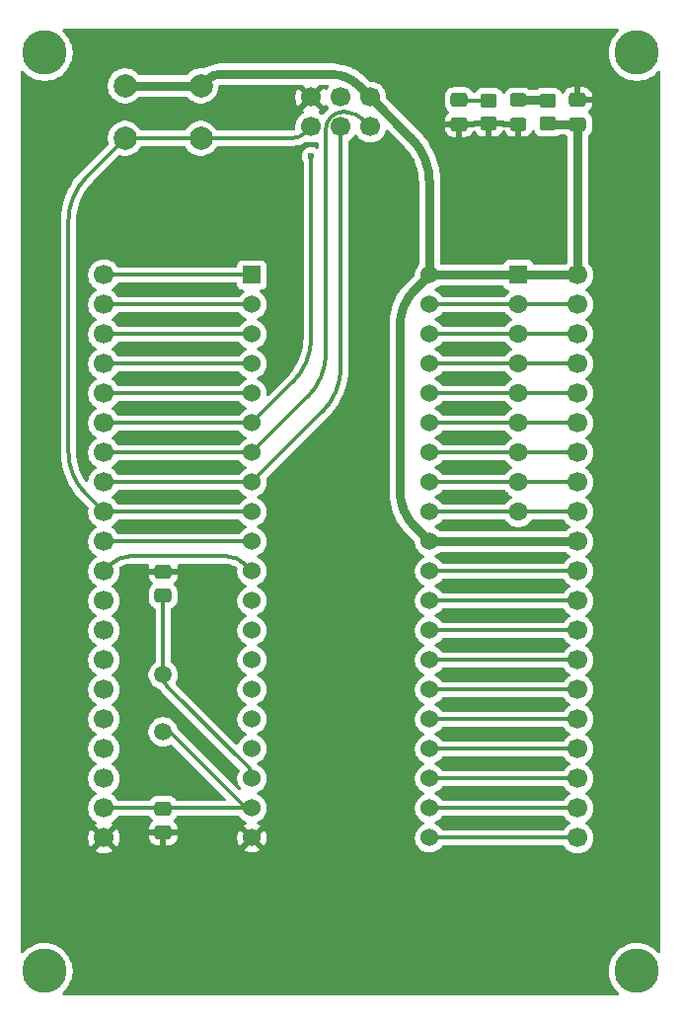
<source format=gbr>
%TF.GenerationSoftware,KiCad,Pcbnew,9.0.4*%
%TF.CreationDate,2025-09-25T23:25:47-04:00*%
%TF.ProjectId,8051_breakout,38303531-5f62-4726-9561-6b6f75742e6b,rev?*%
%TF.SameCoordinates,Original*%
%TF.FileFunction,Copper,L1,Top*%
%TF.FilePolarity,Positive*%
%FSLAX46Y46*%
G04 Gerber Fmt 4.6, Leading zero omitted, Abs format (unit mm)*
G04 Created by KiCad (PCBNEW 9.0.4) date 2025-09-25 23:25:47*
%MOMM*%
%LPD*%
G01*
G04 APERTURE LIST*
G04 Aperture macros list*
%AMRoundRect*
0 Rectangle with rounded corners*
0 $1 Rounding radius*
0 $2 $3 $4 $5 $6 $7 $8 $9 X,Y pos of 4 corners*
0 Add a 4 corners polygon primitive as box body*
4,1,4,$2,$3,$4,$5,$6,$7,$8,$9,$2,$3,0*
0 Add four circle primitives for the rounded corners*
1,1,$1+$1,$2,$3*
1,1,$1+$1,$4,$5*
1,1,$1+$1,$6,$7*
1,1,$1+$1,$8,$9*
0 Add four rect primitives between the rounded corners*
20,1,$1+$1,$2,$3,$4,$5,0*
20,1,$1+$1,$4,$5,$6,$7,0*
20,1,$1+$1,$6,$7,$8,$9,0*
20,1,$1+$1,$8,$9,$2,$3,0*%
G04 Aperture macros list end*
%TA.AperFunction,ComponentPad*%
%ADD10R,1.524000X1.524000*%
%TD*%
%TA.AperFunction,ComponentPad*%
%ADD11C,1.524000*%
%TD*%
%TA.AperFunction,ComponentPad*%
%ADD12C,1.700000*%
%TD*%
%TA.AperFunction,SMDPad,CuDef*%
%ADD13RoundRect,0.250000X0.450000X-0.350000X0.450000X0.350000X-0.450000X0.350000X-0.450000X-0.350000X0*%
%TD*%
%TA.AperFunction,ComponentPad*%
%ADD14C,1.500000*%
%TD*%
%TA.AperFunction,ComponentPad*%
%ADD15C,3.800000*%
%TD*%
%TA.AperFunction,ComponentPad*%
%ADD16R,1.600000X1.600000*%
%TD*%
%TA.AperFunction,ComponentPad*%
%ADD17C,1.600000*%
%TD*%
%TA.AperFunction,SMDPad,CuDef*%
%ADD18RoundRect,0.250000X-0.475000X0.337500X-0.475000X-0.337500X0.475000X-0.337500X0.475000X0.337500X0*%
%TD*%
%TA.AperFunction,SMDPad,CuDef*%
%ADD19RoundRect,0.250000X0.475000X-0.337500X0.475000X0.337500X-0.475000X0.337500X-0.475000X-0.337500X0*%
%TD*%
%TA.AperFunction,SMDPad,CuDef*%
%ADD20RoundRect,0.250000X0.450000X-0.325000X0.450000X0.325000X-0.450000X0.325000X-0.450000X-0.325000X0*%
%TD*%
%TA.AperFunction,ComponentPad*%
%ADD21C,2.000000*%
%TD*%
%TA.AperFunction,ViaPad*%
%ADD22C,0.600000*%
%TD*%
%TA.AperFunction,Conductor*%
%ADD23C,0.800000*%
%TD*%
%TA.AperFunction,Conductor*%
%ADD24C,0.300000*%
%TD*%
G04 APERTURE END LIST*
D10*
%TO.P,U1,1,P1.0*%
%TO.N,/P1.0*%
X104140000Y-72390000D03*
D11*
%TO.P,U1,2,P1.1*%
%TO.N,/P1.1*%
X104140000Y-74930000D03*
%TO.P,U1,3,P1.2*%
%TO.N,/P1.2*%
X104140000Y-77470000D03*
%TO.P,U1,4,P1.3*%
%TO.N,/P1.3*%
X104140000Y-80010000D03*
%TO.P,U1,5,P1.4*%
%TO.N,/P1.4*%
X104140000Y-82550000D03*
%TO.P,U1,6,(MOSI)_P1.5*%
%TO.N,/(MOSI)P1.5*%
X104140000Y-85090000D03*
%TO.P,U1,7,(MISO)_P1.6*%
%TO.N,/(MISO)P1.6*%
X104140000Y-87630000D03*
%TO.P,U1,8,(SCK)_P1.7*%
%TO.N,/(SCK)P1.7*%
X104140000Y-90170000D03*
%TO.P,U1,9,RST*%
%TO.N,/RST*%
X104140000Y-92710000D03*
%TO.P,U1,10,(RXD)_P3.0*%
%TO.N,/(RXD)P3.0*%
X104140000Y-95250000D03*
%TO.P,U1,11,(TXD)_P3.1*%
%TO.N,/(TXD)P3.1*%
X104140000Y-97790000D03*
%TO.P,U1,12,(INT0)_P3.2*%
%TO.N,/(INT0)P3.2*%
X104140000Y-100330000D03*
%TO.P,U1,13,(INT1)_P3.3*%
%TO.N,/(INT1)P3.3*%
X104140000Y-102870000D03*
%TO.P,U1,14,(T0)_P3.4*%
%TO.N,/(T0)P3.4*%
X104140000Y-105410000D03*
%TO.P,U1,15,(T1)_P3.5*%
%TO.N,/(T1)P3.5*%
X104140000Y-107950000D03*
%TO.P,U1,16,WR\u002A_P3.6*%
%TO.N,/(WR)P3.6*%
X104140000Y-110490000D03*
%TO.P,U1,17,RD\u002A_P3.7*%
%TO.N,/(RD)P3.7*%
X104140000Y-113030000D03*
%TO.P,U1,18,XTAL2*%
%TO.N,/XTAL2*%
X104140000Y-115570000D03*
%TO.P,U1,19,XTAL1*%
%TO.N,/XTAL1*%
X104140000Y-118110000D03*
%TO.P,U1,20,GND*%
%TO.N,GND*%
X104140000Y-120650000D03*
%TO.P,U1,21,P2.0_(A8)*%
%TO.N,/P2.0(A8)*%
X119380000Y-120650000D03*
%TO.P,U1,22,P2.1_(A9)*%
%TO.N,/P2.1(A9)*%
X119380000Y-118110000D03*
%TO.P,U1,23,P2.2_(A10)*%
%TO.N,/P2.2(A10)*%
X119380000Y-115570000D03*
%TO.P,U1,24,P2.3_(A11)*%
%TO.N,/P2.3(A11)*%
X119380000Y-113030000D03*
%TO.P,U1,25,P2.4_(A12)*%
%TO.N,/P2.4(A12)*%
X119380000Y-110490000D03*
%TO.P,U1,26,P2.5_(A13)*%
%TO.N,/P2.5(A13)*%
X119380000Y-107950000D03*
%TO.P,U1,27,P2.6_(A14)*%
%TO.N,/P2.6(A14)*%
X119380000Y-105410000D03*
%TO.P,U1,28,P2.7_(A15)*%
%TO.N,/P2.7(A15)*%
X119380000Y-102870000D03*
%TO.P,U1,29,PSEN\u002A*%
%TO.N,/PSEN*%
X119380000Y-100330000D03*
%TO.P,U1,30,ALE/PROG\u002A*%
%TO.N,/ALE{slash}PROG*%
X119380000Y-97790000D03*
%TO.P,U1,31,EA\u002A/VPP*%
%TO.N,+5V*%
X119380000Y-95250000D03*
%TO.P,U1,32,P0.7_(AD7)*%
%TO.N,/P0.7(AD7)*%
X119380000Y-92710000D03*
%TO.P,U1,33,P0.6_(AD6)*%
%TO.N,/P0.6(AD6)*%
X119380000Y-90170000D03*
%TO.P,U1,34,P0.5_(AD5)*%
%TO.N,/P0.5(AD5)*%
X119380000Y-87630000D03*
%TO.P,U1,35,P0.4_(AD4)*%
%TO.N,/P0.4(AD4)*%
X119380000Y-85090000D03*
%TO.P,U1,36,P0.3_(AD3)*%
%TO.N,/P0.3(AD3)*%
X119380000Y-82550000D03*
%TO.P,U1,37,P0.2_(AD2)*%
%TO.N,/P0.2(AD2)*%
X119380000Y-80010000D03*
%TO.P,U1,38,P0.1_(AD1)*%
%TO.N,/P0.1(AD1)*%
X119380000Y-77470000D03*
%TO.P,U1,39,P0.0_(AD0)*%
%TO.N,/P0.0(AD0)*%
X119380000Y-74930000D03*
%TO.P,U1,40,VCC*%
%TO.N,+5V*%
X119380000Y-72390000D03*
%TD*%
D12*
%TO.P,J3,1,Pin_1*%
%TO.N,/RST*%
X109220000Y-59690000D03*
%TO.P,J3,2,Pin_2*%
%TO.N,/(SCK)P1.7*%
X111760000Y-59690000D03*
%TO.P,J3,3,Pin_3*%
%TO.N,/(MISO)P1.6*%
X114300000Y-59690000D03*
%TO.P,J3,4,Pin_4*%
%TO.N,+5V*%
X114300000Y-57150000D03*
%TO.P,J3,5,Pin_5*%
%TO.N,/(MOSI)P1.5*%
X111760000Y-57150000D03*
%TO.P,J3,6,Pin_6*%
%TO.N,GND*%
X109220000Y-57150000D03*
%TD*%
D13*
%TO.P,R1,1*%
%TO.N,GND*%
X124460000Y-59420000D03*
%TO.P,R1,2*%
%TO.N,/RST*%
X124460000Y-57420000D03*
%TD*%
D14*
%TO.P,Y1,1,1*%
%TO.N,/XTAL2*%
X96520000Y-106680000D03*
%TO.P,Y1,2,2*%
%TO.N,/XTAL1*%
X96520000Y-111560000D03*
%TD*%
D15*
%TO.P,H2,1*%
%TO.N,N/C*%
X137160000Y-53340000D03*
%TD*%
D16*
%TO.P,RN1,1,common*%
%TO.N,+5V*%
X127000000Y-72390000D03*
D17*
%TO.P,RN1,2,R1*%
%TO.N,/P0.0(AD0)*%
X127000000Y-74930000D03*
%TO.P,RN1,3,R2*%
%TO.N,/P0.1(AD1)*%
X127000000Y-77470000D03*
%TO.P,RN1,4,R3*%
%TO.N,/P0.2(AD2)*%
X127000000Y-80010000D03*
%TO.P,RN1,5,R4*%
%TO.N,/P0.3(AD3)*%
X127000000Y-82550000D03*
%TO.P,RN1,6,R5*%
%TO.N,/P0.4(AD4)*%
X127000000Y-85090000D03*
%TO.P,RN1,7,R6*%
%TO.N,/P0.5(AD5)*%
X127000000Y-87630000D03*
%TO.P,RN1,8,R7*%
%TO.N,/P0.6(AD6)*%
X127000000Y-90170000D03*
%TO.P,RN1,9,R8*%
%TO.N,/P0.7(AD7)*%
X127000000Y-92710000D03*
%TD*%
D12*
%TO.P,J2,1,Pin_1*%
%TO.N,+5V*%
X132080000Y-72390000D03*
%TO.P,J2,2,Pin_2*%
%TO.N,/P0.0(AD0)*%
X132080000Y-74930000D03*
%TO.P,J2,3,Pin_3*%
%TO.N,/P0.1(AD1)*%
X132080000Y-77470000D03*
%TO.P,J2,4,Pin_4*%
%TO.N,/P0.2(AD2)*%
X132080000Y-80010000D03*
%TO.P,J2,5,Pin_5*%
%TO.N,/P0.3(AD3)*%
X132080000Y-82550000D03*
%TO.P,J2,6,Pin_6*%
%TO.N,/P0.4(AD4)*%
X132080000Y-85090000D03*
%TO.P,J2,7,Pin_7*%
%TO.N,/P0.5(AD5)*%
X132080000Y-87630000D03*
%TO.P,J2,8,Pin_8*%
%TO.N,/P0.6(AD6)*%
X132080000Y-90170000D03*
%TO.P,J2,9,Pin_9*%
%TO.N,/P0.7(AD7)*%
X132080000Y-92710000D03*
%TO.P,J2,10,Pin_10*%
%TO.N,+5V*%
X132080000Y-95250000D03*
%TO.P,J2,11,Pin_11*%
%TO.N,/ALE{slash}PROG*%
X132080000Y-97790000D03*
%TO.P,J2,12,Pin_12*%
%TO.N,/PSEN*%
X132080000Y-100330000D03*
%TO.P,J2,13,Pin_13*%
%TO.N,/P2.7(A15)*%
X132080000Y-102870000D03*
%TO.P,J2,14,Pin_14*%
%TO.N,/P2.6(A14)*%
X132080000Y-105410000D03*
%TO.P,J2,15,Pin_15*%
%TO.N,/P2.5(A13)*%
X132080000Y-107950000D03*
%TO.P,J2,16,Pin_16*%
%TO.N,/P2.4(A12)*%
X132080000Y-110490000D03*
%TO.P,J2,17,Pin_17*%
%TO.N,/P2.3(A11)*%
X132080000Y-113030000D03*
%TO.P,J2,18,Pin_18*%
%TO.N,/P2.2(A10)*%
X132080000Y-115570000D03*
%TO.P,J2,19,Pin_19*%
%TO.N,/P2.1(A9)*%
X132080000Y-118110000D03*
%TO.P,J2,20,Pin_20*%
%TO.N,/P2.0(A8)*%
X132080000Y-120650000D03*
%TD*%
D15*
%TO.P,H3,1*%
%TO.N,N/C*%
X86360000Y-132080000D03*
%TD*%
%TO.P,H4,1*%
%TO.N,N/C*%
X137160000Y-132080000D03*
%TD*%
D18*
%TO.P,C4,1*%
%TO.N,/RST*%
X121920000Y-57382500D03*
%TO.P,C4,2*%
%TO.N,GND*%
X121920000Y-59457500D03*
%TD*%
D19*
%TO.P,C1,1*%
%TO.N,+5V*%
X132080000Y-59457500D03*
%TO.P,C1,2*%
%TO.N,GND*%
X132080000Y-57382500D03*
%TD*%
D20*
%TO.P,D2,1,K*%
%TO.N,GND*%
X127000000Y-59445000D03*
%TO.P,D2,2,A*%
%TO.N,/LED*%
X127000000Y-57395000D03*
%TD*%
D15*
%TO.P,H1,1*%
%TO.N,N/C*%
X86360000Y-53340000D03*
%TD*%
D12*
%TO.P,J1,1,Pin_1*%
%TO.N,/P1.0*%
X91440000Y-72390000D03*
%TO.P,J1,2,Pin_2*%
%TO.N,/P1.1*%
X91440000Y-74930000D03*
%TO.P,J1,3,Pin_3*%
%TO.N,/P1.2*%
X91440000Y-77470000D03*
%TO.P,J1,4,Pin_4*%
%TO.N,/P1.3*%
X91440000Y-80010000D03*
%TO.P,J1,5,Pin_5*%
%TO.N,/P1.4*%
X91440000Y-82550000D03*
%TO.P,J1,6,Pin_6*%
%TO.N,/(MOSI)P1.5*%
X91440000Y-85090000D03*
%TO.P,J1,7,Pin_7*%
%TO.N,/(MISO)P1.6*%
X91440000Y-87630000D03*
%TO.P,J1,8,Pin_8*%
%TO.N,/(SCK)P1.7*%
X91440000Y-90170000D03*
%TO.P,J1,9,Pin_9*%
%TO.N,/RST*%
X91440000Y-92710000D03*
%TO.P,J1,10,Pin_10*%
%TO.N,/(RXD)P3.0*%
X91440000Y-95250000D03*
%TO.P,J1,11,Pin_11*%
%TO.N,/(TXD)P3.1*%
X91440000Y-97790000D03*
%TO.P,J1,12,Pin_12*%
%TO.N,/(INT0)P3.2*%
X91440000Y-100330000D03*
%TO.P,J1,13,Pin_13*%
%TO.N,/(INT1)P3.3*%
X91440000Y-102870000D03*
%TO.P,J1,14,Pin_14*%
%TO.N,/(T0)P3.4*%
X91440000Y-105410000D03*
%TO.P,J1,15,Pin_15*%
%TO.N,/(T1)P3.5*%
X91440000Y-107950000D03*
%TO.P,J1,16,Pin_16*%
%TO.N,/(WR)P3.6*%
X91440000Y-110490000D03*
%TO.P,J1,17,Pin_17*%
%TO.N,/(RD)P3.7*%
X91440000Y-113030000D03*
%TO.P,J1,18,Pin_18*%
%TO.N,/XTAL2*%
X91440000Y-115570000D03*
%TO.P,J1,19,Pin_19*%
%TO.N,/XTAL1*%
X91440000Y-118110000D03*
%TO.P,J1,20,Pin_20*%
%TO.N,GND*%
X91440000Y-120650000D03*
%TD*%
D18*
%TO.P,C3,1*%
%TO.N,/XTAL1*%
X96520000Y-118142500D03*
%TO.P,C3,2*%
%TO.N,GND*%
X96520000Y-120217500D03*
%TD*%
D21*
%TO.P,SW1,1,1*%
%TO.N,+5V*%
X93270000Y-56170000D03*
X99770000Y-56170000D03*
%TO.P,SW1,2,2*%
%TO.N,/RST*%
X93270000Y-60670000D03*
X99770000Y-60670000D03*
%TD*%
D13*
%TO.P,R4,1*%
%TO.N,+5V*%
X129540000Y-59420000D03*
%TO.P,R4,2*%
%TO.N,/LED*%
X129540000Y-57420000D03*
%TD*%
D19*
%TO.P,C2,1*%
%TO.N,/XTAL2*%
X96520000Y-99897500D03*
%TO.P,C2,2*%
%TO.N,GND*%
X96520000Y-97822500D03*
%TD*%
D22*
%TO.N,GND*%
X88900000Y-111760000D03*
X134620000Y-71120000D03*
X127000000Y-106680000D03*
X99060000Y-99060000D03*
X134620000Y-109220000D03*
X86360000Y-106680000D03*
X86360000Y-121920000D03*
X124460000Y-88900000D03*
X111760000Y-53340000D03*
X129540000Y-71120000D03*
X124460000Y-91440000D03*
X124460000Y-93980000D03*
X121920000Y-114300000D03*
X93980000Y-111760000D03*
X111760000Y-86360000D03*
X127000000Y-96520000D03*
X101600000Y-66040000D03*
X86360000Y-111760000D03*
X96520000Y-86360000D03*
X127000000Y-59445000D03*
X137160000Y-96520000D03*
X111760000Y-96520000D03*
X93980000Y-91440000D03*
X121920000Y-119380000D03*
X88900000Y-119380000D03*
X127000000Y-53340000D03*
X101600000Y-78740000D03*
X121920000Y-116840000D03*
X86360000Y-101600000D03*
X101600000Y-106680000D03*
X86360000Y-66040000D03*
X137160000Y-106680000D03*
X121920000Y-78740000D03*
X96520000Y-83820000D03*
X116840000Y-71120000D03*
X88900000Y-96520000D03*
X99060000Y-116840000D03*
X127000000Y-121920000D03*
X91440000Y-127000000D03*
X99060000Y-121920000D03*
X127000000Y-101600000D03*
X116840000Y-55880000D03*
X129540000Y-114300000D03*
X121920000Y-104140000D03*
X121920000Y-71120000D03*
X129540000Y-101600000D03*
X93980000Y-121920000D03*
X86360000Y-76200000D03*
X121920000Y-121920000D03*
X88900000Y-114300000D03*
X106680000Y-127000000D03*
X106680000Y-58420000D03*
X137160000Y-71120000D03*
X132080000Y-127000000D03*
X127000000Y-132080000D03*
X121920000Y-59457500D03*
X129540000Y-104140000D03*
X106680000Y-71120000D03*
X127000000Y-127000000D03*
X121920000Y-86360000D03*
X99060000Y-73660000D03*
X127000000Y-101600000D03*
X96520000Y-114300000D03*
X96520000Y-121920000D03*
X129540000Y-111760000D03*
X124460000Y-76200000D03*
X99060000Y-83820000D03*
X96520000Y-116840000D03*
X137160000Y-91440000D03*
X116840000Y-96520000D03*
X88900000Y-106680000D03*
X101600000Y-91440000D03*
X116840000Y-116840000D03*
X124460000Y-81280000D03*
X134620000Y-114300000D03*
X99060000Y-76200000D03*
X121920000Y-106680000D03*
X134620000Y-106680000D03*
X132080000Y-132080000D03*
X99060000Y-86360000D03*
X119380000Y-58420000D03*
X106680000Y-116840000D03*
X86360000Y-86360000D03*
X101600000Y-53340000D03*
X114300000Y-81280000D03*
X137160000Y-76200000D03*
X96520000Y-127000000D03*
X106680000Y-76200000D03*
X101600000Y-81280000D03*
X93980000Y-119380000D03*
X91440000Y-58420000D03*
X99060000Y-119380000D03*
X124460000Y-121920000D03*
X101600000Y-101600000D03*
X111760000Y-127000000D03*
X93980000Y-78740000D03*
X96520000Y-71120000D03*
X96520000Y-88900000D03*
X129540000Y-96520000D03*
X96520000Y-66040000D03*
X121920000Y-127000000D03*
X127000000Y-104140000D03*
X86360000Y-96520000D03*
X129540000Y-119380000D03*
X134620000Y-104140000D03*
X96520000Y-53340000D03*
X88900000Y-109220000D03*
X129540000Y-109220000D03*
X106680000Y-121920000D03*
X134620000Y-101600000D03*
X137160000Y-111760000D03*
X116840000Y-101600000D03*
X93980000Y-86360000D03*
X124460000Y-99060000D03*
X86360000Y-91440000D03*
X106680000Y-111760000D03*
X124460000Y-119380000D03*
X96520000Y-76200000D03*
X93980000Y-93980000D03*
X124460000Y-86360000D03*
X121920000Y-73660000D03*
X88900000Y-101600000D03*
X124460000Y-71120000D03*
X93980000Y-88900000D03*
X96520000Y-132080000D03*
X86360000Y-60960000D03*
X88900000Y-104140000D03*
X93980000Y-76200000D03*
X91440000Y-53340000D03*
X99060000Y-88900000D03*
X129540000Y-106680000D03*
X101600000Y-76200000D03*
X96520000Y-73660000D03*
X121920000Y-83820000D03*
X121920000Y-93980000D03*
X101600000Y-93980000D03*
X99060000Y-111760000D03*
X121920000Y-53340000D03*
X101600000Y-73660000D03*
X127000000Y-119380000D03*
X121920000Y-81280000D03*
X96520000Y-97822500D03*
X129540000Y-121920000D03*
X137160000Y-101600000D03*
X106680000Y-91440000D03*
X93980000Y-81280000D03*
X106680000Y-96520000D03*
X111760000Y-101600000D03*
X132080000Y-57382500D03*
X99060000Y-78740000D03*
X99060000Y-91440000D03*
X134620000Y-91440000D03*
X116840000Y-106680000D03*
X132080000Y-53340000D03*
X93980000Y-101600000D03*
X124460000Y-83820000D03*
X134620000Y-73660000D03*
X96520000Y-91440000D03*
X106680000Y-53340000D03*
X93980000Y-99060000D03*
X111760000Y-106680000D03*
X106680000Y-101600000D03*
X116840000Y-53340000D03*
X124460000Y-111760000D03*
X101600000Y-121920000D03*
X134620000Y-96520000D03*
X134620000Y-93980000D03*
X124460000Y-109220000D03*
X111760000Y-116840000D03*
X127000000Y-114300000D03*
X91440000Y-132080000D03*
X106680000Y-66040000D03*
X96520000Y-120217500D03*
X101600000Y-88900000D03*
X134620000Y-99060000D03*
X124460000Y-104140000D03*
X121920000Y-88900000D03*
X129540000Y-116840000D03*
X127000000Y-111760000D03*
X101600000Y-114300000D03*
X137160000Y-127000000D03*
X116840000Y-121920000D03*
X121920000Y-99060000D03*
X121920000Y-66040000D03*
X134620000Y-116840000D03*
X129540000Y-99060000D03*
X134620000Y-109220000D03*
X116840000Y-127000000D03*
X134620000Y-83820000D03*
X106680000Y-106680000D03*
X96520000Y-93980000D03*
X86360000Y-116840000D03*
X111760000Y-121920000D03*
X134620000Y-119380000D03*
X121920000Y-109220000D03*
X99060000Y-71120000D03*
X124460000Y-78740000D03*
X114300000Y-63500000D03*
X101600000Y-127000000D03*
X111760000Y-111760000D03*
X137160000Y-116840000D03*
X127000000Y-109220000D03*
X93980000Y-83820000D03*
X127000000Y-116840000D03*
X114300000Y-76200000D03*
X96520000Y-78740000D03*
X101600000Y-119380000D03*
X96520000Y-81280000D03*
X101600000Y-71120000D03*
X137160000Y-66040000D03*
X124460000Y-114300000D03*
X124460000Y-101600000D03*
X116840000Y-66040000D03*
X137160000Y-121920000D03*
X134620000Y-111760000D03*
X124460000Y-73660000D03*
X124460000Y-96520000D03*
X93980000Y-73660000D03*
X86360000Y-127000000D03*
X86360000Y-81280000D03*
X121920000Y-96520000D03*
X93980000Y-71120000D03*
X99060000Y-93980000D03*
X127000000Y-106680000D03*
X121920000Y-101600000D03*
X99060000Y-81280000D03*
X88900000Y-116840000D03*
X88900000Y-121920000D03*
X99060000Y-101600000D03*
X86360000Y-71120000D03*
X127000000Y-99060000D03*
X101600000Y-83820000D03*
X134620000Y-76200000D03*
X93980000Y-106680000D03*
X88900000Y-93980000D03*
X124460000Y-106680000D03*
X93980000Y-116840000D03*
X134620000Y-121920000D03*
X101600000Y-86360000D03*
X127000000Y-66040000D03*
X91440000Y-66040000D03*
X121920000Y-91440000D03*
X134620000Y-81280000D03*
X96520000Y-58420000D03*
X134620000Y-88900000D03*
X104140000Y-58420000D03*
X134620000Y-86360000D03*
X88900000Y-99060000D03*
X124460000Y-59420000D03*
X93980000Y-114300000D03*
X134620000Y-78740000D03*
X111760000Y-91440000D03*
X121920000Y-76200000D03*
X99060000Y-106680000D03*
X116840000Y-111760000D03*
X137160000Y-81280000D03*
X137160000Y-60960000D03*
X129540000Y-121920000D03*
X101600000Y-99060000D03*
X137160000Y-86360000D03*
X124460000Y-116840000D03*
X121920000Y-111760000D03*
%TO.N,/RST*%
X121920000Y-57382500D03*
%TO.N,/(MOSI)P1.5*%
X109220000Y-62230000D03*
%TD*%
D23*
%TO.N,+5V*%
X101477106Y-55170000D02*
X110919928Y-55170000D01*
X114300000Y-57150000D02*
X117786203Y-60636207D01*
X99062893Y-56170000D02*
X93270000Y-56170000D01*
X119380000Y-72390000D02*
X119379996Y-64483965D01*
X132080000Y-72390000D02*
X119380000Y-72390000D01*
X132080000Y-72390000D02*
X132080000Y-59457500D01*
X118110000Y-73660000D02*
X119380000Y-72390000D01*
X129558750Y-59438749D02*
X129540000Y-59420000D01*
X132080000Y-59457500D02*
X129604016Y-59457499D01*
X114300000Y-57150000D02*
X113310000Y-56160000D01*
X116840000Y-76726051D02*
X116840000Y-90913948D01*
X119380000Y-95250000D02*
X118110000Y-93980000D01*
X119380000Y-95250000D02*
X132080000Y-95250000D01*
X118110000Y-73660000D02*
G75*
G03*
X116840021Y-76726051I3066000J-3066000D01*
G01*
X116840000Y-90913948D02*
G75*
G03*
X118110014Y-93979986I4336100J48D01*
G01*
X100270000Y-55670000D02*
G75*
G02*
X99062893Y-56169997I-1207100J1207100D01*
G01*
X101477106Y-55170000D02*
G75*
G03*
X100269998Y-55669998I-6J-1707100D01*
G01*
X117786203Y-60636207D02*
G75*
G02*
X119380008Y-64483965I-3847803J-3847793D01*
G01*
X113310000Y-56160000D02*
G75*
G03*
X110919928Y-55169988I-2390100J-2390100D01*
G01*
X129558750Y-59438749D02*
G75*
G03*
X129604016Y-59457492I45250J45249D01*
G01*
D24*
%TO.N,/XTAL2*%
X96856759Y-107651758D02*
X103915495Y-114710490D01*
X96520000Y-105886250D02*
X96520000Y-106838749D01*
X104140001Y-115252499D02*
X104140000Y-115570000D01*
X96520000Y-105886250D02*
X96520000Y-99897500D01*
X103915495Y-114710490D02*
G75*
G02*
X104140007Y-115252499I-541995J-542010D01*
G01*
X96520000Y-106838749D02*
G75*
G03*
X96856727Y-107651790I1149800J-51D01*
G01*
%TO.N,/XTAL1*%
X103886000Y-118110000D02*
X91440000Y-118110000D01*
X103758999Y-118110001D02*
X103886000Y-118110000D01*
X103542196Y-118020200D02*
X97280695Y-111758698D01*
X103886000Y-118110000D02*
X103886000Y-118110000D01*
X96800999Y-111560001D02*
X96520000Y-111560000D01*
X103886000Y-118110000D02*
X103886000Y-118110000D01*
X103542196Y-118020200D02*
G75*
G03*
X103758999Y-118110004I216804J216800D01*
G01*
X96800999Y-111560001D02*
G75*
G02*
X97280697Y-111758696I1J-678399D01*
G01*
X103886000Y-118110000D02*
X103886000Y-118110000D01*
%TO.N,/P1.1*%
X91440000Y-74930000D02*
X104140000Y-74930000D01*
%TO.N,/(SCK)P1.7*%
X104140000Y-90170000D02*
X91440000Y-90170000D01*
X104140000Y-90170000D02*
X110166194Y-84143788D01*
X111759986Y-80296029D02*
X111760000Y-59690000D01*
X111759986Y-80296029D02*
G75*
G02*
X110166185Y-84143779I-5441586J29D01*
G01*
%TO.N,/P1.4*%
X91440000Y-82550000D02*
X104140000Y-82550000D01*
%TO.N,/(MISO)P1.6*%
X104140000Y-87630000D02*
X91440000Y-87630000D01*
X113630497Y-59020498D02*
X114300000Y-59690000D01*
X110489986Y-79026029D02*
X110489999Y-59856578D01*
X111926582Y-58420005D02*
X112180766Y-58420004D01*
X108896194Y-82873788D02*
X104140000Y-87630000D01*
X110910766Y-58840769D02*
G75*
G03*
X110489996Y-59856578I1015834J-1015831D01*
G01*
X113630497Y-59020498D02*
G75*
G03*
X112180766Y-58420015I-1449697J-1449702D01*
G01*
X110489986Y-79026029D02*
G75*
G02*
X108896185Y-82873779I-5441586J29D01*
G01*
X111926582Y-58420005D02*
G75*
G03*
X110910772Y-58840775I18J-1436595D01*
G01*
%TO.N,/P1.3*%
X91440000Y-80010000D02*
X104140000Y-80010000D01*
%TO.N,/P1.2*%
X91440000Y-77470000D02*
X104140000Y-77470000D01*
%TO.N,/RST*%
X121929375Y-57391874D02*
X121901250Y-57363750D01*
X99770000Y-60670000D02*
X107547035Y-60670000D01*
X93270000Y-60670000D02*
X89987200Y-63952799D01*
X91440000Y-92710000D02*
X104140000Y-92710000D01*
X93270000Y-60670000D02*
X99770000Y-60670000D01*
X121997274Y-57419999D02*
X124460000Y-57420000D01*
X108730000Y-60180000D02*
X109220000Y-59690000D01*
X91440000Y-92710000D02*
X89916703Y-91186704D01*
X88393406Y-87509141D02*
X88393407Y-67800555D01*
X108730000Y-60180000D02*
G75*
G02*
X107547035Y-60670015I-1183000J1183000D01*
G01*
X89987200Y-63952799D02*
G75*
G03*
X88393359Y-67800555I3847700J-3847801D01*
G01*
X121929375Y-57391874D02*
G75*
G03*
X121997274Y-57420024I67925J67874D01*
G01*
X88393406Y-87509141D02*
G75*
G03*
X89916716Y-91186691I5200894J41D01*
G01*
%TO.N,/(RXD)P3.0*%
X91440000Y-95250000D02*
X104140000Y-95250000D01*
%TO.N,/(TXD)P3.1*%
X103504999Y-97155000D02*
X104140000Y-97790000D01*
X92074998Y-97154995D02*
X91440000Y-97790000D01*
X101971973Y-96519999D02*
X93608023Y-96519990D01*
X101971973Y-96519999D02*
G75*
G02*
X103505008Y-97154991I27J-2168001D01*
G01*
X93608023Y-96519990D02*
G75*
G03*
X92074987Y-97154984I-23J-2168010D01*
G01*
%TO.N,/P1.0*%
X91440000Y-72390000D02*
X104140000Y-72390000D01*
%TO.N,/(MOSI)P1.5*%
X109220000Y-62230000D02*
X109219986Y-77756028D01*
X107626195Y-81603789D02*
X104140000Y-85090000D01*
X104140000Y-85090000D02*
X91440000Y-85090000D01*
X109219986Y-77756028D02*
G75*
G02*
X107626185Y-81603779I-5441586J28D01*
G01*
%TO.N,/P2.3(A11)*%
X119380000Y-113030000D02*
X132080000Y-113030000D01*
%TO.N,/P0.2(AD2)*%
X119380000Y-80010000D02*
X132080000Y-80010000D01*
%TO.N,/P0.7(AD7)*%
X119380000Y-92710000D02*
X132080000Y-92710000D01*
%TO.N,/P0.3(AD3)*%
X119380000Y-82550000D02*
X132080000Y-82550000D01*
%TO.N,/P0.4(AD4)*%
X119380000Y-85090000D02*
X132080000Y-85090000D01*
%TO.N,/P2.5(A13)*%
X119380000Y-107950000D02*
X132080000Y-107950000D01*
%TO.N,/P2.7(A15)*%
X119380000Y-102870000D02*
X132080000Y-102870000D01*
%TO.N,/P0.6(AD6)*%
X119380000Y-90170000D02*
X132080000Y-90170000D01*
%TO.N,/P2.1(A9)*%
X119380000Y-118110000D02*
X132080000Y-118110000D01*
%TO.N,/P2.0(A8)*%
X119380000Y-120650000D02*
X132080000Y-120650000D01*
%TO.N,/P0.5(AD5)*%
X119380000Y-87630000D02*
X132080000Y-87630000D01*
%TO.N,/P0.1(AD1)*%
X119380000Y-77470000D02*
X132080000Y-77470000D01*
%TO.N,/P2.6(A14)*%
X119380000Y-105410000D02*
X132080000Y-105410000D01*
%TO.N,/PSEN*%
X119380000Y-100330000D02*
X132080000Y-100330000D01*
%TO.N,/P2.4(A12)*%
X119380000Y-110490000D02*
X132080000Y-110490000D01*
%TO.N,/P2.2(A10)*%
X119380000Y-115570000D02*
X132080000Y-115570000D01*
%TO.N,/ALE{slash}PROG*%
X119380000Y-97790000D02*
X132080000Y-97790000D01*
%TO.N,/P0.0(AD0)*%
X119380000Y-74930000D02*
X132080000Y-74930000D01*
D23*
%TO.N,/LED*%
X129527499Y-57407500D02*
X129540000Y-57420000D01*
X129497320Y-57395000D02*
X127000000Y-57395000D01*
X129527499Y-57407500D02*
G75*
G03*
X129497320Y-57394991I-30199J-30200D01*
G01*
%TD*%
%TA.AperFunction,Conductor*%
%TO.N,GND*%
G36*
X130887421Y-118780185D02*
G01*
X130921099Y-118814591D01*
X130922085Y-118813875D01*
X131049890Y-118989786D01*
X131200213Y-119140109D01*
X131372182Y-119265050D01*
X131380946Y-119269516D01*
X131431742Y-119317491D01*
X131448536Y-119385312D01*
X131425998Y-119451447D01*
X131380946Y-119490484D01*
X131372182Y-119494949D01*
X131200213Y-119619890D01*
X131049890Y-119770213D01*
X130922085Y-119946125D01*
X130920740Y-119945148D01*
X130874295Y-119987166D01*
X130820382Y-119999500D01*
X120531101Y-119999500D01*
X120464062Y-119979815D01*
X120430783Y-119948385D01*
X120380201Y-119878766D01*
X120342981Y-119827536D01*
X120202464Y-119687019D01*
X120041694Y-119570213D01*
X119885218Y-119490484D01*
X119834423Y-119442510D01*
X119817628Y-119374689D01*
X119840165Y-119308554D01*
X119885218Y-119269515D01*
X120041694Y-119189787D01*
X120202464Y-119072981D01*
X120342981Y-118932464D01*
X120412150Y-118837260D01*
X120430783Y-118811615D01*
X120486113Y-118768949D01*
X120531101Y-118760500D01*
X130820382Y-118760500D01*
X130887421Y-118780185D01*
G37*
%TD.AperFunction*%
%TA.AperFunction,Conductor*%
G36*
X93681310Y-97170491D02*
G01*
X93681313Y-97170490D01*
X95187397Y-97170491D01*
X95254432Y-97190175D01*
X95300187Y-97242979D01*
X95310131Y-97312137D01*
X95306628Y-97327003D01*
X95305494Y-97332301D01*
X95295000Y-97435013D01*
X95295000Y-97572500D01*
X97744999Y-97572500D01*
X97744999Y-97435028D01*
X97744998Y-97435013D01*
X97734505Y-97332298D01*
X97733089Y-97325681D01*
X97734623Y-97325352D01*
X97732496Y-97263681D01*
X97768221Y-97203636D01*
X97830738Y-97172437D01*
X97852595Y-97170494D01*
X101898681Y-97170498D01*
X101898687Y-97170500D01*
X101967921Y-97170499D01*
X101976024Y-97170763D01*
X102161954Y-97182947D01*
X102178022Y-97185063D01*
X102356775Y-97220617D01*
X102372440Y-97224815D01*
X102461431Y-97255022D01*
X102545020Y-97283396D01*
X102560003Y-97289603D01*
X102723461Y-97370211D01*
X102737508Y-97378321D01*
X102842834Y-97448697D01*
X102887640Y-97502309D01*
X102896417Y-97571197D01*
X102877500Y-97690633D01*
X102877500Y-97889360D01*
X102908587Y-98085637D01*
X102969993Y-98274629D01*
X102969994Y-98274632D01*
X103054509Y-98440500D01*
X103060213Y-98451694D01*
X103177019Y-98612464D01*
X103317536Y-98752981D01*
X103478306Y-98869787D01*
X103563699Y-98913297D01*
X103634780Y-98949515D01*
X103685576Y-98997490D01*
X103702371Y-99065311D01*
X103679833Y-99131446D01*
X103634780Y-99170485D01*
X103478305Y-99250213D01*
X103317533Y-99367021D01*
X103177021Y-99507533D01*
X103060213Y-99668305D01*
X102969994Y-99845367D01*
X102969993Y-99845370D01*
X102908587Y-100034362D01*
X102877500Y-100230639D01*
X102877500Y-100429360D01*
X102908587Y-100625637D01*
X102969993Y-100814629D01*
X102969994Y-100814632D01*
X103047873Y-100967475D01*
X103060213Y-100991694D01*
X103177019Y-101152464D01*
X103317536Y-101292981D01*
X103478306Y-101409787D01*
X103596832Y-101470179D01*
X103634780Y-101489515D01*
X103685576Y-101537490D01*
X103702371Y-101605311D01*
X103679833Y-101671446D01*
X103634780Y-101710485D01*
X103478305Y-101790213D01*
X103317533Y-101907021D01*
X103177021Y-102047533D01*
X103060213Y-102208305D01*
X102969994Y-102385367D01*
X102969993Y-102385370D01*
X102908587Y-102574362D01*
X102877500Y-102770639D01*
X102877500Y-102969360D01*
X102908587Y-103165637D01*
X102969993Y-103354629D01*
X102969994Y-103354632D01*
X103054509Y-103520500D01*
X103060213Y-103531694D01*
X103177019Y-103692464D01*
X103317536Y-103832981D01*
X103478306Y-103949787D01*
X103596832Y-104010179D01*
X103634780Y-104029515D01*
X103685576Y-104077490D01*
X103702371Y-104145311D01*
X103679833Y-104211446D01*
X103634780Y-104250485D01*
X103478305Y-104330213D01*
X103317533Y-104447021D01*
X103177021Y-104587533D01*
X103060213Y-104748305D01*
X102969994Y-104925367D01*
X102969993Y-104925370D01*
X102908587Y-105114362D01*
X102877500Y-105310639D01*
X102877500Y-105509360D01*
X102908587Y-105705637D01*
X102969993Y-105894629D01*
X102969994Y-105894632D01*
X103054509Y-106060500D01*
X103060213Y-106071694D01*
X103177019Y-106232464D01*
X103317536Y-106372981D01*
X103478306Y-106489787D01*
X103596832Y-106550179D01*
X103634780Y-106569515D01*
X103685576Y-106617490D01*
X103702371Y-106685311D01*
X103679833Y-106751446D01*
X103634780Y-106790485D01*
X103478305Y-106870213D01*
X103317533Y-106987021D01*
X103177021Y-107127533D01*
X103060213Y-107288305D01*
X102969994Y-107465367D01*
X102969993Y-107465370D01*
X102908587Y-107654362D01*
X102877500Y-107850639D01*
X102877500Y-108049360D01*
X102908587Y-108245637D01*
X102969993Y-108434629D01*
X102969994Y-108434632D01*
X103054509Y-108600500D01*
X103060213Y-108611694D01*
X103177019Y-108772464D01*
X103317536Y-108912981D01*
X103478306Y-109029787D01*
X103596832Y-109090179D01*
X103634780Y-109109515D01*
X103685576Y-109157490D01*
X103702371Y-109225311D01*
X103679833Y-109291446D01*
X103634780Y-109330485D01*
X103478305Y-109410213D01*
X103317533Y-109527021D01*
X103177021Y-109667533D01*
X103060213Y-109828305D01*
X102969994Y-110005367D01*
X102969993Y-110005370D01*
X102908587Y-110194362D01*
X102877500Y-110390639D01*
X102877500Y-110589360D01*
X102908587Y-110785637D01*
X102969993Y-110974629D01*
X102969994Y-110974632D01*
X103023670Y-111079975D01*
X103060213Y-111151694D01*
X103177019Y-111312464D01*
X103317536Y-111452981D01*
X103478306Y-111569787D01*
X103596832Y-111630179D01*
X103634780Y-111649515D01*
X103685576Y-111697490D01*
X103702371Y-111765311D01*
X103679833Y-111831446D01*
X103634780Y-111870485D01*
X103478305Y-111950213D01*
X103317533Y-112067021D01*
X103177021Y-112207533D01*
X103060213Y-112368305D01*
X102969995Y-112545367D01*
X102959032Y-112579108D01*
X102919594Y-112636783D01*
X102855235Y-112663981D01*
X102786389Y-112652066D01*
X102753420Y-112628470D01*
X97609566Y-107484619D01*
X97576081Y-107423296D01*
X97581065Y-107353604D01*
X97587718Y-107339953D01*
X97587312Y-107339746D01*
X97678882Y-107160029D01*
X97678882Y-107160028D01*
X97678884Y-107160025D01*
X97739709Y-106972826D01*
X97748093Y-106919890D01*
X97770500Y-106778422D01*
X97770500Y-106581577D01*
X97739709Y-106387173D01*
X97708067Y-106289792D01*
X97678884Y-106199975D01*
X97678882Y-106199972D01*
X97678882Y-106199970D01*
X97589523Y-106024594D01*
X97473828Y-105865354D01*
X97334646Y-105726172D01*
X97221613Y-105644048D01*
X97178949Y-105588718D01*
X97170500Y-105543731D01*
X97170500Y-101057016D01*
X97190185Y-100989977D01*
X97242989Y-100944222D01*
X97255488Y-100939313D01*
X97314334Y-100919814D01*
X97463656Y-100827712D01*
X97587712Y-100703656D01*
X97679814Y-100554334D01*
X97734999Y-100387797D01*
X97745500Y-100285009D01*
X97745499Y-99509992D01*
X97745248Y-99507539D01*
X97734999Y-99407203D01*
X97734998Y-99407200D01*
X97721683Y-99367019D01*
X97679814Y-99240666D01*
X97587712Y-99091344D01*
X97463656Y-98967288D01*
X97460342Y-98965243D01*
X97458546Y-98963248D01*
X97457989Y-98962807D01*
X97458064Y-98962711D01*
X97413618Y-98913297D01*
X97402397Y-98844334D01*
X97430240Y-98780252D01*
X97460348Y-98754165D01*
X97463342Y-98752318D01*
X97587315Y-98628345D01*
X97679356Y-98479124D01*
X97679358Y-98479119D01*
X97734505Y-98312697D01*
X97734506Y-98312690D01*
X97744999Y-98209986D01*
X97745000Y-98209973D01*
X97745000Y-98072500D01*
X95295001Y-98072500D01*
X95295001Y-98209986D01*
X95305494Y-98312697D01*
X95360641Y-98479119D01*
X95360643Y-98479124D01*
X95452684Y-98628345D01*
X95576655Y-98752316D01*
X95576659Y-98752319D01*
X95579656Y-98754168D01*
X95581279Y-98755972D01*
X95582323Y-98756798D01*
X95582181Y-98756976D01*
X95626381Y-98806116D01*
X95637602Y-98875079D01*
X95609759Y-98939161D01*
X95579661Y-98965241D01*
X95576349Y-98967283D01*
X95576343Y-98967288D01*
X95452289Y-99091342D01*
X95360187Y-99240663D01*
X95360186Y-99240666D01*
X95305001Y-99407203D01*
X95305001Y-99407204D01*
X95305000Y-99407204D01*
X95294500Y-99509983D01*
X95294500Y-100285001D01*
X95294501Y-100285019D01*
X95305000Y-100387796D01*
X95305001Y-100387799D01*
X95321069Y-100436287D01*
X95360186Y-100554334D01*
X95452288Y-100703656D01*
X95576344Y-100827712D01*
X95725666Y-100919814D01*
X95725668Y-100919815D01*
X95746110Y-100926588D01*
X95784502Y-100939310D01*
X95841947Y-100979081D01*
X95868772Y-101043596D01*
X95869500Y-101057016D01*
X95869500Y-105543731D01*
X95849815Y-105610770D01*
X95818386Y-105644049D01*
X95705352Y-105726173D01*
X95566174Y-105865351D01*
X95566174Y-105865352D01*
X95566172Y-105865354D01*
X95544900Y-105894632D01*
X95450476Y-106024594D01*
X95361117Y-106199970D01*
X95300290Y-106387173D01*
X95269500Y-106581577D01*
X95269500Y-106778422D01*
X95300290Y-106972826D01*
X95361117Y-107160029D01*
X95450476Y-107335405D01*
X95566172Y-107494646D01*
X95705354Y-107633828D01*
X95864595Y-107749524D01*
X96039975Y-107838884D01*
X96173930Y-107882409D01*
X96188511Y-107892310D01*
X96204946Y-107897535D01*
X96227639Y-107918882D01*
X96231101Y-107921233D01*
X96232567Y-107923003D01*
X96313333Y-108028269D01*
X96350871Y-108065810D01*
X96350896Y-108065840D01*
X96396769Y-108111713D01*
X96453745Y-108168697D01*
X96453816Y-108168760D01*
X102278040Y-113992981D01*
X103041683Y-114756623D01*
X103075168Y-114817946D01*
X103070184Y-114887638D01*
X103062268Y-114903885D01*
X103062425Y-114903965D01*
X102969994Y-115085367D01*
X102969993Y-115085370D01*
X102908587Y-115274362D01*
X102877500Y-115470639D01*
X102877500Y-115669360D01*
X102908587Y-115865637D01*
X102969993Y-116054629D01*
X102969994Y-116054632D01*
X103031309Y-116174968D01*
X103058814Y-116228949D01*
X103060215Y-116231697D01*
X103161204Y-116370697D01*
X103184684Y-116436503D01*
X103168859Y-116504557D01*
X103118753Y-116553252D01*
X103050275Y-116567127D01*
X102985166Y-116541778D01*
X102973205Y-116531263D01*
X100551729Y-114109787D01*
X97773955Y-111332012D01*
X97741098Y-111271840D01*
X97740844Y-111271902D01*
X97740617Y-111270959D01*
X97740470Y-111270689D01*
X97740173Y-111269107D01*
X97739709Y-111267173D01*
X97678882Y-111079970D01*
X97589523Y-110904594D01*
X97473828Y-110745354D01*
X97334646Y-110606172D01*
X97175405Y-110490476D01*
X97000029Y-110401117D01*
X96812826Y-110340290D01*
X96618422Y-110309500D01*
X96618417Y-110309500D01*
X96421583Y-110309500D01*
X96421578Y-110309500D01*
X96227173Y-110340290D01*
X96039970Y-110401117D01*
X95864594Y-110490476D01*
X95773741Y-110556485D01*
X95705354Y-110606172D01*
X95705352Y-110606174D01*
X95705351Y-110606174D01*
X95566174Y-110745351D01*
X95566174Y-110745352D01*
X95566172Y-110745354D01*
X95536905Y-110785636D01*
X95450476Y-110904594D01*
X95361117Y-111079970D01*
X95300290Y-111267173D01*
X95269500Y-111461577D01*
X95269500Y-111658422D01*
X95300290Y-111852826D01*
X95361117Y-112040029D01*
X95417259Y-112150213D01*
X95450476Y-112215405D01*
X95566172Y-112374646D01*
X95705354Y-112513828D01*
X95864595Y-112629524D01*
X95932221Y-112663981D01*
X96039970Y-112718882D01*
X96039972Y-112718882D01*
X96039975Y-112718884D01*
X96140317Y-112751487D01*
X96227173Y-112779709D01*
X96421578Y-112810500D01*
X96421583Y-112810500D01*
X96618422Y-112810500D01*
X96812826Y-112779709D01*
X96821474Y-112776899D01*
X97000025Y-112718884D01*
X97132346Y-112651463D01*
X97201012Y-112638568D01*
X97265752Y-112664844D01*
X97276319Y-112674268D01*
X101849869Y-117247819D01*
X101883354Y-117309142D01*
X101878370Y-117378834D01*
X101836498Y-117434767D01*
X101771034Y-117459184D01*
X101762188Y-117459500D01*
X97732882Y-117459500D01*
X97665843Y-117439815D01*
X97627343Y-117400597D01*
X97587712Y-117336344D01*
X97463656Y-117212288D01*
X97357841Y-117147021D01*
X97314336Y-117120187D01*
X97314331Y-117120185D01*
X97312862Y-117119698D01*
X97147797Y-117065001D01*
X97147795Y-117065000D01*
X97045010Y-117054500D01*
X95994998Y-117054500D01*
X95994980Y-117054501D01*
X95892203Y-117065000D01*
X95892200Y-117065001D01*
X95725668Y-117120185D01*
X95725663Y-117120187D01*
X95576342Y-117212289D01*
X95452289Y-117336342D01*
X95412657Y-117400597D01*
X95360709Y-117447321D01*
X95307118Y-117459500D01*
X92699618Y-117459500D01*
X92632579Y-117439815D01*
X92598900Y-117405408D01*
X92597915Y-117406125D01*
X92470109Y-117230213D01*
X92319786Y-117079890D01*
X92147820Y-116954951D01*
X92147115Y-116954591D01*
X92139054Y-116950485D01*
X92088259Y-116902512D01*
X92071463Y-116834692D01*
X92093999Y-116768556D01*
X92139054Y-116729515D01*
X92147816Y-116725051D01*
X92169789Y-116709086D01*
X92319786Y-116600109D01*
X92319788Y-116600106D01*
X92319792Y-116600104D01*
X92470104Y-116449792D01*
X92470106Y-116449788D01*
X92470109Y-116449786D01*
X92595048Y-116277820D01*
X92595047Y-116277820D01*
X92595051Y-116277816D01*
X92691557Y-116088412D01*
X92757246Y-115886243D01*
X92790500Y-115676287D01*
X92790500Y-115463713D01*
X92757246Y-115253757D01*
X92691557Y-115051588D01*
X92595051Y-114862184D01*
X92595049Y-114862181D01*
X92595048Y-114862179D01*
X92470109Y-114690213D01*
X92319786Y-114539890D01*
X92147820Y-114414951D01*
X92147115Y-114414591D01*
X92139054Y-114410485D01*
X92088259Y-114362512D01*
X92071463Y-114294692D01*
X92093999Y-114228556D01*
X92139054Y-114189515D01*
X92147816Y-114185051D01*
X92251409Y-114109787D01*
X92319786Y-114060109D01*
X92319788Y-114060106D01*
X92319792Y-114060104D01*
X92470104Y-113909792D01*
X92470106Y-113909788D01*
X92470109Y-113909786D01*
X92595048Y-113737820D01*
X92595047Y-113737820D01*
X92595051Y-113737816D01*
X92691557Y-113548412D01*
X92757246Y-113346243D01*
X92790500Y-113136287D01*
X92790500Y-112923713D01*
X92757246Y-112713757D01*
X92691557Y-112511588D01*
X92595051Y-112322184D01*
X92595049Y-112322181D01*
X92595048Y-112322179D01*
X92470109Y-112150213D01*
X92319786Y-111999890D01*
X92147820Y-111874951D01*
X92147115Y-111874591D01*
X92139054Y-111870485D01*
X92088259Y-111822512D01*
X92071463Y-111754692D01*
X92093999Y-111688556D01*
X92139054Y-111649515D01*
X92147816Y-111645051D01*
X92251409Y-111569787D01*
X92319786Y-111520109D01*
X92319788Y-111520106D01*
X92319792Y-111520104D01*
X92470104Y-111369792D01*
X92470106Y-111369788D01*
X92470109Y-111369786D01*
X92595048Y-111197820D01*
X92595047Y-111197820D01*
X92595051Y-111197816D01*
X92691557Y-111008412D01*
X92757246Y-110806243D01*
X92790500Y-110596287D01*
X92790500Y-110383713D01*
X92757246Y-110173757D01*
X92691557Y-109971588D01*
X92595051Y-109782184D01*
X92595049Y-109782181D01*
X92595048Y-109782179D01*
X92470109Y-109610213D01*
X92319786Y-109459890D01*
X92147820Y-109334951D01*
X92147115Y-109334591D01*
X92139054Y-109330485D01*
X92088259Y-109282512D01*
X92071463Y-109214692D01*
X92093999Y-109148556D01*
X92139054Y-109109515D01*
X92147816Y-109105051D01*
X92251409Y-109029787D01*
X92319786Y-108980109D01*
X92319788Y-108980106D01*
X92319792Y-108980104D01*
X92470104Y-108829792D01*
X92470106Y-108829788D01*
X92470109Y-108829786D01*
X92595048Y-108657820D01*
X92595047Y-108657820D01*
X92595051Y-108657816D01*
X92691557Y-108468412D01*
X92757246Y-108266243D01*
X92790500Y-108056287D01*
X92790500Y-107843713D01*
X92757246Y-107633757D01*
X92691557Y-107431588D01*
X92595051Y-107242184D01*
X92595049Y-107242181D01*
X92595048Y-107242179D01*
X92470109Y-107070213D01*
X92319786Y-106919890D01*
X92147820Y-106794951D01*
X92147115Y-106794591D01*
X92139054Y-106790485D01*
X92088259Y-106742512D01*
X92071463Y-106674692D01*
X92093999Y-106608556D01*
X92139054Y-106569515D01*
X92147816Y-106565051D01*
X92251409Y-106489787D01*
X92319786Y-106440109D01*
X92319788Y-106440106D01*
X92319792Y-106440104D01*
X92470104Y-106289792D01*
X92470106Y-106289788D01*
X92470109Y-106289786D01*
X92595048Y-106117820D01*
X92595047Y-106117820D01*
X92595051Y-106117816D01*
X92691557Y-105928412D01*
X92757246Y-105726243D01*
X92790500Y-105516287D01*
X92790500Y-105303713D01*
X92757246Y-105093757D01*
X92691557Y-104891588D01*
X92595051Y-104702184D01*
X92595049Y-104702181D01*
X92595048Y-104702179D01*
X92470109Y-104530213D01*
X92319786Y-104379890D01*
X92147820Y-104254951D01*
X92147115Y-104254591D01*
X92139054Y-104250485D01*
X92088259Y-104202512D01*
X92071463Y-104134692D01*
X92093999Y-104068556D01*
X92139054Y-104029515D01*
X92147816Y-104025051D01*
X92251409Y-103949787D01*
X92319786Y-103900109D01*
X92319788Y-103900106D01*
X92319792Y-103900104D01*
X92470104Y-103749792D01*
X92470106Y-103749788D01*
X92470109Y-103749786D01*
X92595048Y-103577820D01*
X92595047Y-103577820D01*
X92595051Y-103577816D01*
X92691557Y-103388412D01*
X92757246Y-103186243D01*
X92790500Y-102976287D01*
X92790500Y-102763713D01*
X92757246Y-102553757D01*
X92691557Y-102351588D01*
X92595051Y-102162184D01*
X92595049Y-102162181D01*
X92595048Y-102162179D01*
X92470109Y-101990213D01*
X92319786Y-101839890D01*
X92147820Y-101714951D01*
X92147115Y-101714591D01*
X92139054Y-101710485D01*
X92088259Y-101662512D01*
X92071463Y-101594692D01*
X92093999Y-101528556D01*
X92139054Y-101489515D01*
X92147816Y-101485051D01*
X92251409Y-101409787D01*
X92319786Y-101360109D01*
X92319788Y-101360106D01*
X92319792Y-101360104D01*
X92470104Y-101209792D01*
X92470106Y-101209788D01*
X92470109Y-101209786D01*
X92595048Y-101037820D01*
X92595047Y-101037820D01*
X92595051Y-101037816D01*
X92691557Y-100848412D01*
X92757246Y-100646243D01*
X92790500Y-100436287D01*
X92790500Y-100223713D01*
X92757246Y-100013757D01*
X92691557Y-99811588D01*
X92595051Y-99622184D01*
X92595049Y-99622181D01*
X92595048Y-99622179D01*
X92470109Y-99450213D01*
X92319786Y-99299890D01*
X92147820Y-99174951D01*
X92147115Y-99174591D01*
X92139054Y-99170485D01*
X92088259Y-99122512D01*
X92071463Y-99054692D01*
X92093999Y-98988556D01*
X92139054Y-98949515D01*
X92147816Y-98945051D01*
X92251409Y-98869787D01*
X92319786Y-98820109D01*
X92319788Y-98820106D01*
X92319792Y-98820104D01*
X92470104Y-98669792D01*
X92470106Y-98669788D01*
X92470109Y-98669786D01*
X92595048Y-98497820D01*
X92595047Y-98497820D01*
X92595051Y-98497816D01*
X92691557Y-98308412D01*
X92757246Y-98106243D01*
X92790500Y-97896287D01*
X92790500Y-97683713D01*
X92764153Y-97517367D01*
X92766410Y-97499902D01*
X92763593Y-97482516D01*
X92770794Y-97465972D01*
X92773107Y-97448077D01*
X92784494Y-97434501D01*
X92791480Y-97418453D01*
X92817732Y-97394872D01*
X92842510Y-97378316D01*
X92856535Y-97370219D01*
X93020016Y-97289600D01*
X93034963Y-97283409D01*
X93207575Y-97224816D01*
X93223207Y-97220627D01*
X93401978Y-97185070D01*
X93418041Y-97182956D01*
X93604222Y-97170754D01*
X93612320Y-97170490D01*
X93613411Y-97170490D01*
X93681310Y-97170491D01*
G37*
%TD.AperFunction*%
%TA.AperFunction,Conductor*%
G36*
X130887421Y-116240185D02*
G01*
X130921099Y-116274591D01*
X130922085Y-116273875D01*
X131049890Y-116449786D01*
X131200213Y-116600109D01*
X131372182Y-116725050D01*
X131380946Y-116729516D01*
X131431742Y-116777491D01*
X131448536Y-116845312D01*
X131425998Y-116911447D01*
X131380946Y-116950484D01*
X131372182Y-116954949D01*
X131200213Y-117079890D01*
X131049890Y-117230213D01*
X130922085Y-117406125D01*
X130920740Y-117405148D01*
X130874295Y-117447166D01*
X130820382Y-117459500D01*
X120531101Y-117459500D01*
X120464062Y-117439815D01*
X120430783Y-117408385D01*
X120342983Y-117287539D01*
X120342978Y-117287533D01*
X120202466Y-117147021D01*
X120202464Y-117147019D01*
X120041694Y-117030213D01*
X119885218Y-116950484D01*
X119834423Y-116902510D01*
X119817628Y-116834689D01*
X119840165Y-116768554D01*
X119885218Y-116729515D01*
X120041694Y-116649787D01*
X120202464Y-116532981D01*
X120342981Y-116392464D01*
X120426275Y-116277820D01*
X120430783Y-116271615D01*
X120486113Y-116228949D01*
X120531101Y-116220500D01*
X130820382Y-116220500D01*
X130887421Y-116240185D01*
G37*
%TD.AperFunction*%
%TA.AperFunction,Conductor*%
G36*
X130830344Y-113683425D02*
G01*
X130840651Y-113682168D01*
X130863295Y-113693101D01*
X130887421Y-113700185D01*
X130895891Y-113708838D01*
X130903571Y-113712546D01*
X130921575Y-113734245D01*
X130922085Y-113733875D01*
X131049890Y-113909786D01*
X131200213Y-114060109D01*
X131372182Y-114185050D01*
X131380946Y-114189516D01*
X131431742Y-114237491D01*
X131448536Y-114305312D01*
X131425998Y-114371447D01*
X131380946Y-114410484D01*
X131372182Y-114414949D01*
X131200213Y-114539890D01*
X131049890Y-114690213D01*
X130922085Y-114866125D01*
X130920740Y-114865148D01*
X130874295Y-114907166D01*
X130820382Y-114919500D01*
X120531101Y-114919500D01*
X120464062Y-114899815D01*
X120430783Y-114868385D01*
X120342983Y-114747539D01*
X120342978Y-114747533D01*
X120202466Y-114607021D01*
X120202464Y-114607019D01*
X120041694Y-114490213D01*
X119885218Y-114410484D01*
X119834423Y-114362510D01*
X119817628Y-114294689D01*
X119840165Y-114228554D01*
X119885218Y-114189515D01*
X120041694Y-114109787D01*
X120202464Y-113992981D01*
X120342981Y-113852464D01*
X120426275Y-113737820D01*
X120430783Y-113731615D01*
X120486113Y-113688949D01*
X120531101Y-113680500D01*
X130820382Y-113680500D01*
X130830344Y-113683425D01*
G37*
%TD.AperFunction*%
%TA.AperFunction,Conductor*%
G36*
X130887421Y-111160185D02*
G01*
X130921099Y-111194591D01*
X130922085Y-111193875D01*
X131049890Y-111369786D01*
X131200213Y-111520109D01*
X131372182Y-111645050D01*
X131380946Y-111649516D01*
X131431742Y-111697491D01*
X131448536Y-111765312D01*
X131425998Y-111831447D01*
X131380946Y-111870484D01*
X131372182Y-111874949D01*
X131200213Y-111999890D01*
X131049890Y-112150213D01*
X130922085Y-112326125D01*
X130920740Y-112325148D01*
X130874295Y-112367166D01*
X130820382Y-112379500D01*
X120531101Y-112379500D01*
X120464062Y-112359815D01*
X120430783Y-112328385D01*
X120342983Y-112207539D01*
X120342978Y-112207533D01*
X120202466Y-112067021D01*
X120202464Y-112067019D01*
X120041694Y-111950213D01*
X119885218Y-111870484D01*
X119834423Y-111822510D01*
X119817628Y-111754689D01*
X119840165Y-111688554D01*
X119885218Y-111649515D01*
X120041694Y-111569787D01*
X120202464Y-111452981D01*
X120342981Y-111312464D01*
X120426275Y-111197820D01*
X120430783Y-111191615D01*
X120486113Y-111148949D01*
X120531101Y-111140500D01*
X130820382Y-111140500D01*
X130887421Y-111160185D01*
G37*
%TD.AperFunction*%
%TA.AperFunction,Conductor*%
G36*
X130887421Y-108620185D02*
G01*
X130921099Y-108654591D01*
X130922085Y-108653875D01*
X131049890Y-108829786D01*
X131200213Y-108980109D01*
X131372182Y-109105050D01*
X131380946Y-109109516D01*
X131431742Y-109157491D01*
X131448536Y-109225312D01*
X131425998Y-109291447D01*
X131380946Y-109330484D01*
X131372182Y-109334949D01*
X131200213Y-109459890D01*
X131049890Y-109610213D01*
X130922085Y-109786125D01*
X130920740Y-109785148D01*
X130874295Y-109827166D01*
X130820382Y-109839500D01*
X120531101Y-109839500D01*
X120464062Y-109819815D01*
X120430783Y-109788385D01*
X120342983Y-109667539D01*
X120342978Y-109667533D01*
X120202466Y-109527021D01*
X120202464Y-109527019D01*
X120041694Y-109410213D01*
X119885218Y-109330484D01*
X119834423Y-109282510D01*
X119817628Y-109214689D01*
X119840165Y-109148554D01*
X119885218Y-109109515D01*
X120041694Y-109029787D01*
X120202464Y-108912981D01*
X120342981Y-108772464D01*
X120426275Y-108657820D01*
X120430783Y-108651615D01*
X120486113Y-108608949D01*
X120531101Y-108600500D01*
X130820382Y-108600500D01*
X130887421Y-108620185D01*
G37*
%TD.AperFunction*%
%TA.AperFunction,Conductor*%
G36*
X130887421Y-106080185D02*
G01*
X130921099Y-106114591D01*
X130922085Y-106113875D01*
X131049890Y-106289786D01*
X131200213Y-106440109D01*
X131372182Y-106565050D01*
X131380946Y-106569516D01*
X131431742Y-106617491D01*
X131448536Y-106685312D01*
X131425998Y-106751447D01*
X131380946Y-106790484D01*
X131372182Y-106794949D01*
X131200213Y-106919890D01*
X131049890Y-107070213D01*
X130922085Y-107246125D01*
X130920740Y-107245148D01*
X130874295Y-107287166D01*
X130820382Y-107299500D01*
X120531101Y-107299500D01*
X120464062Y-107279815D01*
X120430783Y-107248385D01*
X120342983Y-107127539D01*
X120342978Y-107127533D01*
X120202466Y-106987021D01*
X120202464Y-106987019D01*
X120041694Y-106870213D01*
X119885218Y-106790484D01*
X119834423Y-106742510D01*
X119817628Y-106674689D01*
X119840165Y-106608554D01*
X119885218Y-106569515D01*
X120041694Y-106489787D01*
X120202464Y-106372981D01*
X120342981Y-106232464D01*
X120426275Y-106117820D01*
X120430783Y-106111615D01*
X120486113Y-106068949D01*
X120531101Y-106060500D01*
X130820382Y-106060500D01*
X130887421Y-106080185D01*
G37*
%TD.AperFunction*%
%TA.AperFunction,Conductor*%
G36*
X130887421Y-103540185D02*
G01*
X130921099Y-103574591D01*
X130922085Y-103573875D01*
X131049890Y-103749786D01*
X131200213Y-103900109D01*
X131372182Y-104025050D01*
X131380946Y-104029516D01*
X131431742Y-104077491D01*
X131448536Y-104145312D01*
X131425998Y-104211447D01*
X131380946Y-104250484D01*
X131372182Y-104254949D01*
X131200213Y-104379890D01*
X131049890Y-104530213D01*
X130922085Y-104706125D01*
X130920740Y-104705148D01*
X130874295Y-104747166D01*
X130820382Y-104759500D01*
X120531101Y-104759500D01*
X120464062Y-104739815D01*
X120430783Y-104708385D01*
X120342983Y-104587539D01*
X120342978Y-104587533D01*
X120202466Y-104447021D01*
X120202464Y-104447019D01*
X120041694Y-104330213D01*
X119885218Y-104250484D01*
X119834423Y-104202510D01*
X119817628Y-104134689D01*
X119840165Y-104068554D01*
X119885218Y-104029515D01*
X120041694Y-103949787D01*
X120202464Y-103832981D01*
X120342981Y-103692464D01*
X120426275Y-103577820D01*
X120430783Y-103571615D01*
X120486113Y-103528949D01*
X120531101Y-103520500D01*
X130820382Y-103520500D01*
X130887421Y-103540185D01*
G37*
%TD.AperFunction*%
%TA.AperFunction,Conductor*%
G36*
X130887421Y-101000185D02*
G01*
X130921099Y-101034591D01*
X130922085Y-101033875D01*
X131049890Y-101209786D01*
X131200213Y-101360109D01*
X131372182Y-101485050D01*
X131380946Y-101489516D01*
X131431742Y-101537491D01*
X131448536Y-101605312D01*
X131425998Y-101671447D01*
X131380946Y-101710484D01*
X131372182Y-101714949D01*
X131200213Y-101839890D01*
X131049890Y-101990213D01*
X130922085Y-102166125D01*
X130920740Y-102165148D01*
X130874295Y-102207166D01*
X130820382Y-102219500D01*
X120531101Y-102219500D01*
X120464062Y-102199815D01*
X120430783Y-102168385D01*
X120342983Y-102047539D01*
X120342978Y-102047533D01*
X120202466Y-101907021D01*
X120202464Y-101907019D01*
X120041694Y-101790213D01*
X119885218Y-101710484D01*
X119834423Y-101662510D01*
X119817628Y-101594689D01*
X119840165Y-101528554D01*
X119885218Y-101489515D01*
X120041694Y-101409787D01*
X120202464Y-101292981D01*
X120342981Y-101152464D01*
X120426275Y-101037820D01*
X120430783Y-101031615D01*
X120486113Y-100988949D01*
X120531101Y-100980500D01*
X130820382Y-100980500D01*
X130887421Y-101000185D01*
G37*
%TD.AperFunction*%
%TA.AperFunction,Conductor*%
G36*
X130887421Y-98460185D02*
G01*
X130921099Y-98494591D01*
X130922085Y-98493875D01*
X131049890Y-98669786D01*
X131200213Y-98820109D01*
X131372182Y-98945050D01*
X131380946Y-98949516D01*
X131431742Y-98997491D01*
X131448536Y-99065312D01*
X131425998Y-99131447D01*
X131380946Y-99170484D01*
X131372182Y-99174949D01*
X131200213Y-99299890D01*
X131049890Y-99450213D01*
X130922085Y-99626125D01*
X130920740Y-99625148D01*
X130874295Y-99667166D01*
X130820382Y-99679500D01*
X120531101Y-99679500D01*
X120464062Y-99659815D01*
X120430783Y-99628385D01*
X120344765Y-99509992D01*
X120342981Y-99507536D01*
X120202464Y-99367019D01*
X120041694Y-99250213D01*
X119885218Y-99170484D01*
X119834423Y-99122510D01*
X119817628Y-99054689D01*
X119840165Y-98988554D01*
X119885218Y-98949515D01*
X120041694Y-98869787D01*
X120202464Y-98752981D01*
X120342981Y-98612464D01*
X120426275Y-98497820D01*
X120430783Y-98491615D01*
X120486113Y-98448949D01*
X120531101Y-98440500D01*
X130820382Y-98440500D01*
X130887421Y-98460185D01*
G37*
%TD.AperFunction*%
%TA.AperFunction,Conductor*%
G36*
X131048682Y-96159144D02*
G01*
X131078669Y-96165668D01*
X131083684Y-96169422D01*
X131086281Y-96170185D01*
X131106923Y-96186819D01*
X131200213Y-96280109D01*
X131372182Y-96405050D01*
X131380946Y-96409516D01*
X131431742Y-96457491D01*
X131448536Y-96525312D01*
X131425998Y-96591447D01*
X131380946Y-96630484D01*
X131372182Y-96634949D01*
X131200213Y-96759890D01*
X131049890Y-96910213D01*
X130922085Y-97086125D01*
X130920740Y-97085148D01*
X130874295Y-97127166D01*
X130820382Y-97139500D01*
X120531101Y-97139500D01*
X120464062Y-97119815D01*
X120430783Y-97088385D01*
X120342983Y-96967539D01*
X120342978Y-96967533D01*
X120202466Y-96827021D01*
X120202464Y-96827019D01*
X120041694Y-96710213D01*
X119885218Y-96630484D01*
X119834423Y-96582510D01*
X119817628Y-96514689D01*
X119840165Y-96448554D01*
X119885218Y-96409515D01*
X120041694Y-96329787D01*
X120202464Y-96212981D01*
X120228626Y-96186819D01*
X120289949Y-96153334D01*
X120316307Y-96150500D01*
X131019242Y-96150500D01*
X131048682Y-96159144D01*
G37*
%TD.AperFunction*%
%TA.AperFunction,Conductor*%
G36*
X103055938Y-93380185D02*
G01*
X103089217Y-93411615D01*
X103134990Y-93474616D01*
X103177019Y-93532464D01*
X103317536Y-93672981D01*
X103478306Y-93789787D01*
X103548332Y-93825467D01*
X103634780Y-93869515D01*
X103685576Y-93917490D01*
X103702371Y-93985311D01*
X103679833Y-94051446D01*
X103634780Y-94090485D01*
X103478305Y-94170213D01*
X103317533Y-94287021D01*
X103177021Y-94427533D01*
X103177016Y-94427539D01*
X103089217Y-94548385D01*
X103033887Y-94591051D01*
X102988899Y-94599500D01*
X92699618Y-94599500D01*
X92632579Y-94579815D01*
X92598900Y-94545408D01*
X92597915Y-94546125D01*
X92470109Y-94370213D01*
X92319786Y-94219890D01*
X92147820Y-94094951D01*
X92147115Y-94094591D01*
X92139054Y-94090485D01*
X92088259Y-94042512D01*
X92071463Y-93974692D01*
X92093999Y-93908556D01*
X92139054Y-93869515D01*
X92147816Y-93865051D01*
X92169789Y-93849086D01*
X92319786Y-93740109D01*
X92319788Y-93740106D01*
X92319792Y-93740104D01*
X92470104Y-93589792D01*
X92470106Y-93589788D01*
X92470109Y-93589786D01*
X92597915Y-93413875D01*
X92599259Y-93414851D01*
X92645705Y-93372834D01*
X92699618Y-93360500D01*
X102988899Y-93360500D01*
X103055938Y-93380185D01*
G37*
%TD.AperFunction*%
%TA.AperFunction,Conductor*%
G36*
X125807178Y-93362041D02*
G01*
X125812541Y-93360955D01*
X125840343Y-93371779D01*
X125868968Y-93380185D01*
X125873903Y-93384846D01*
X125877650Y-93386305D01*
X125902245Y-93411612D01*
X125990046Y-93532460D01*
X126008034Y-93557219D01*
X126152786Y-93701971D01*
X126273657Y-93789787D01*
X126318390Y-93822287D01*
X126402319Y-93865051D01*
X126500776Y-93915218D01*
X126500778Y-93915218D01*
X126500781Y-93915220D01*
X126581395Y-93941413D01*
X126695465Y-93978477D01*
X126752434Y-93987500D01*
X126897648Y-94010500D01*
X126897649Y-94010500D01*
X127102351Y-94010500D01*
X127102352Y-94010500D01*
X127304534Y-93978477D01*
X127499219Y-93915220D01*
X127681610Y-93822287D01*
X127794726Y-93740104D01*
X127847213Y-93701971D01*
X127847215Y-93701968D01*
X127847219Y-93701966D01*
X127991966Y-93557219D01*
X128097753Y-93411613D01*
X128153082Y-93368949D01*
X128198071Y-93360500D01*
X130820382Y-93360500D01*
X130887421Y-93380185D01*
X130921099Y-93414591D01*
X130922085Y-93413875D01*
X131049890Y-93589786D01*
X131200213Y-93740109D01*
X131372182Y-93865050D01*
X131380946Y-93869516D01*
X131431742Y-93917491D01*
X131448536Y-93985312D01*
X131425998Y-94051447D01*
X131380946Y-94090484D01*
X131372182Y-94094949D01*
X131200213Y-94219890D01*
X131200209Y-94219894D01*
X131106923Y-94313181D01*
X131045600Y-94346666D01*
X131019242Y-94349500D01*
X120316307Y-94349500D01*
X120249268Y-94329815D01*
X120228626Y-94313181D01*
X120202466Y-94287021D01*
X120202464Y-94287019D01*
X120041694Y-94170213D01*
X119885218Y-94090484D01*
X119834423Y-94042510D01*
X119817628Y-93974689D01*
X119840165Y-93908554D01*
X119885218Y-93869515D01*
X120041694Y-93789787D01*
X120202464Y-93672981D01*
X120342981Y-93532464D01*
X120426275Y-93417820D01*
X120430783Y-93411615D01*
X120486113Y-93368949D01*
X120531101Y-93360500D01*
X125801929Y-93360500D01*
X125807178Y-93362041D01*
G37*
%TD.AperFunction*%
%TA.AperFunction,Conductor*%
G36*
X103055938Y-90840185D02*
G01*
X103089217Y-90871615D01*
X103093725Y-90877820D01*
X103177019Y-90992464D01*
X103317536Y-91132981D01*
X103478306Y-91249787D01*
X103542085Y-91282284D01*
X103634780Y-91329515D01*
X103685576Y-91377490D01*
X103702371Y-91445311D01*
X103679833Y-91511446D01*
X103634780Y-91550485D01*
X103478305Y-91630213D01*
X103317533Y-91747021D01*
X103177021Y-91887533D01*
X103177016Y-91887539D01*
X103089217Y-92008385D01*
X103033887Y-92051051D01*
X102988899Y-92059500D01*
X92699618Y-92059500D01*
X92632579Y-92039815D01*
X92598900Y-92005408D01*
X92597915Y-92006125D01*
X92470109Y-91830213D01*
X92319786Y-91679890D01*
X92147820Y-91554951D01*
X92147115Y-91554591D01*
X92139054Y-91550485D01*
X92088259Y-91502512D01*
X92071463Y-91434692D01*
X92093999Y-91368556D01*
X92139054Y-91329515D01*
X92147816Y-91325051D01*
X92206680Y-91282284D01*
X92319786Y-91200109D01*
X92319788Y-91200106D01*
X92319792Y-91200104D01*
X92470104Y-91049792D01*
X92470106Y-91049788D01*
X92470109Y-91049786D01*
X92597915Y-90873875D01*
X92599259Y-90874851D01*
X92645705Y-90832834D01*
X92699618Y-90820500D01*
X102988899Y-90820500D01*
X103055938Y-90840185D01*
G37*
%TD.AperFunction*%
%TA.AperFunction,Conductor*%
G36*
X125807178Y-90822041D02*
G01*
X125812541Y-90820955D01*
X125840343Y-90831779D01*
X125868968Y-90840185D01*
X125873903Y-90844846D01*
X125877650Y-90846305D01*
X125902245Y-90871612D01*
X125990046Y-90992460D01*
X126008034Y-91017219D01*
X126152786Y-91161971D01*
X126307749Y-91274556D01*
X126318390Y-91282287D01*
X126402313Y-91325048D01*
X126411080Y-91329515D01*
X126461876Y-91377490D01*
X126478671Y-91445311D01*
X126456134Y-91511446D01*
X126411080Y-91550485D01*
X126318386Y-91597715D01*
X126152786Y-91718028D01*
X126008034Y-91862780D01*
X125954589Y-91936342D01*
X125902246Y-92008386D01*
X125846918Y-92051051D01*
X125801929Y-92059500D01*
X120531101Y-92059500D01*
X120464062Y-92039815D01*
X120430783Y-92008385D01*
X120342983Y-91887539D01*
X120342978Y-91887533D01*
X120202466Y-91747021D01*
X120202464Y-91747019D01*
X120041694Y-91630213D01*
X119885218Y-91550484D01*
X119834423Y-91502510D01*
X119817628Y-91434689D01*
X119840165Y-91368554D01*
X119885218Y-91329515D01*
X120041694Y-91249787D01*
X120202464Y-91132981D01*
X120342981Y-90992464D01*
X120426275Y-90877820D01*
X120430783Y-90871615D01*
X120486113Y-90828949D01*
X120531101Y-90820500D01*
X125801929Y-90820500D01*
X125807178Y-90822041D01*
G37*
%TD.AperFunction*%
%TA.AperFunction,Conductor*%
G36*
X109806853Y-60995537D02*
G01*
X109837681Y-61058238D01*
X109839497Y-61079383D01*
X109839497Y-61449193D01*
X109819812Y-61516232D01*
X109767008Y-61561987D01*
X109697850Y-61571931D01*
X109646606Y-61552295D01*
X109599185Y-61520609D01*
X109599172Y-61520602D01*
X109453501Y-61460264D01*
X109453489Y-61460261D01*
X109298845Y-61429500D01*
X109298842Y-61429500D01*
X109141158Y-61429500D01*
X109141155Y-61429500D01*
X108986510Y-61460261D01*
X108986498Y-61460264D01*
X108840827Y-61520602D01*
X108840814Y-61520609D01*
X108709711Y-61608210D01*
X108709707Y-61608213D01*
X108598213Y-61719707D01*
X108598210Y-61719711D01*
X108510609Y-61850814D01*
X108510602Y-61850827D01*
X108450264Y-61996498D01*
X108450261Y-61996510D01*
X108419500Y-62151153D01*
X108419500Y-62308846D01*
X108450261Y-62463489D01*
X108450264Y-62463501D01*
X108510602Y-62609171D01*
X108510608Y-62609182D01*
X108548601Y-62666043D01*
X108569478Y-62732721D01*
X108569498Y-62734933D01*
X108569486Y-77682730D01*
X108569486Y-77753599D01*
X108569390Y-77758468D01*
X108554906Y-78127058D01*
X108554142Y-78136764D01*
X108511070Y-78500668D01*
X108509547Y-78510285D01*
X108438054Y-78869696D01*
X108435781Y-78879163D01*
X108336314Y-79231841D01*
X108333306Y-79241101D01*
X108206467Y-79584909D01*
X108202741Y-79593904D01*
X108049325Y-79926688D01*
X108044904Y-79935363D01*
X107865846Y-80255093D01*
X107860759Y-80263395D01*
X107657175Y-80568080D01*
X107651452Y-80575957D01*
X107424585Y-80863737D01*
X107418262Y-80871140D01*
X107167622Y-81142280D01*
X107164247Y-81145790D01*
X105614181Y-82695863D01*
X105552858Y-82729348D01*
X105483167Y-82724364D01*
X105427233Y-82682493D01*
X105402816Y-82617028D01*
X105402500Y-82608182D01*
X105402500Y-82450639D01*
X105396419Y-82412247D01*
X105371413Y-82254364D01*
X105310005Y-82065368D01*
X105310005Y-82065367D01*
X105230790Y-81909901D01*
X105219787Y-81888306D01*
X105102981Y-81727536D01*
X104962464Y-81587019D01*
X104801694Y-81470213D01*
X104645218Y-81390484D01*
X104594423Y-81342510D01*
X104577628Y-81274689D01*
X104600165Y-81208554D01*
X104645218Y-81169515D01*
X104801694Y-81089787D01*
X104962464Y-80972981D01*
X105102981Y-80832464D01*
X105219787Y-80671694D01*
X105310005Y-80494632D01*
X105371413Y-80305636D01*
X105402500Y-80109361D01*
X105402500Y-79910639D01*
X105371413Y-79714364D01*
X105310005Y-79525368D01*
X105310005Y-79525367D01*
X105247108Y-79401927D01*
X105219787Y-79348306D01*
X105102981Y-79187536D01*
X104962464Y-79047019D01*
X104801694Y-78930213D01*
X104645218Y-78850484D01*
X104594423Y-78802510D01*
X104577628Y-78734689D01*
X104600165Y-78668554D01*
X104645218Y-78629515D01*
X104801694Y-78549787D01*
X104962464Y-78432981D01*
X105102981Y-78292464D01*
X105219787Y-78131694D01*
X105310005Y-77954632D01*
X105371413Y-77765636D01*
X105402500Y-77569361D01*
X105402500Y-77370639D01*
X105371413Y-77174364D01*
X105310005Y-76985368D01*
X105310005Y-76985367D01*
X105264035Y-76895149D01*
X105219787Y-76808306D01*
X105102981Y-76647536D01*
X104962464Y-76507019D01*
X104801694Y-76390213D01*
X104645218Y-76310484D01*
X104594423Y-76262510D01*
X104577628Y-76194689D01*
X104600165Y-76128554D01*
X104645218Y-76089515D01*
X104801694Y-76009787D01*
X104962464Y-75892981D01*
X105102981Y-75752464D01*
X105219787Y-75591694D01*
X105310005Y-75414632D01*
X105371413Y-75225636D01*
X105402500Y-75029361D01*
X105402500Y-74830639D01*
X105371413Y-74634364D01*
X105310005Y-74445368D01*
X105310005Y-74445367D01*
X105264035Y-74355149D01*
X105219787Y-74268306D01*
X105102981Y-74107536D01*
X104962464Y-73967019D01*
X104838310Y-73876816D01*
X104795646Y-73821487D01*
X104789667Y-73751874D01*
X104822273Y-73690079D01*
X104883112Y-73655721D01*
X104911196Y-73652499D01*
X104949872Y-73652499D01*
X105009483Y-73646091D01*
X105144331Y-73595796D01*
X105259546Y-73509546D01*
X105345796Y-73394331D01*
X105396091Y-73259483D01*
X105402500Y-73199873D01*
X105402499Y-71580128D01*
X105396091Y-71520517D01*
X105384522Y-71489500D01*
X105345797Y-71385671D01*
X105345793Y-71385664D01*
X105259547Y-71270455D01*
X105259544Y-71270452D01*
X105144335Y-71184206D01*
X105144328Y-71184202D01*
X105009482Y-71133908D01*
X105009483Y-71133908D01*
X104949883Y-71127501D01*
X104949881Y-71127500D01*
X104949873Y-71127500D01*
X104949864Y-71127500D01*
X103330129Y-71127500D01*
X103330123Y-71127501D01*
X103270516Y-71133908D01*
X103135671Y-71184202D01*
X103135664Y-71184206D01*
X103020455Y-71270452D01*
X103020452Y-71270455D01*
X102934206Y-71385664D01*
X102934202Y-71385671D01*
X102883908Y-71520517D01*
X102878853Y-71567539D01*
X102877501Y-71580123D01*
X102877500Y-71580135D01*
X102877500Y-71615500D01*
X102857815Y-71682539D01*
X102805011Y-71728294D01*
X102753500Y-71739500D01*
X92699618Y-71739500D01*
X92632579Y-71719815D01*
X92598900Y-71685408D01*
X92597915Y-71686125D01*
X92470109Y-71510213D01*
X92319786Y-71359890D01*
X92147820Y-71234951D01*
X91958414Y-71138444D01*
X91958413Y-71138443D01*
X91958412Y-71138443D01*
X91756243Y-71072754D01*
X91756241Y-71072753D01*
X91756240Y-71072753D01*
X91594957Y-71047208D01*
X91546287Y-71039500D01*
X91333713Y-71039500D01*
X91285042Y-71047208D01*
X91123760Y-71072753D01*
X90921585Y-71138444D01*
X90732179Y-71234951D01*
X90560213Y-71359890D01*
X90409890Y-71510213D01*
X90284951Y-71682179D01*
X90188444Y-71871585D01*
X90188443Y-71871587D01*
X90188443Y-71871588D01*
X90177467Y-71905368D01*
X90122753Y-72073760D01*
X90089500Y-72283713D01*
X90089500Y-72496286D01*
X90122753Y-72706239D01*
X90188444Y-72908414D01*
X90284951Y-73097820D01*
X90409890Y-73269786D01*
X90560213Y-73420109D01*
X90732182Y-73545050D01*
X90740946Y-73549516D01*
X90791742Y-73597491D01*
X90808536Y-73665312D01*
X90785998Y-73731447D01*
X90740946Y-73770484D01*
X90732182Y-73774949D01*
X90560213Y-73899890D01*
X90409890Y-74050213D01*
X90284951Y-74222179D01*
X90188444Y-74411585D01*
X90188443Y-74411587D01*
X90188443Y-74411588D01*
X90177467Y-74445368D01*
X90122753Y-74613760D01*
X90119490Y-74634362D01*
X90089500Y-74823713D01*
X90089500Y-75036287D01*
X90122754Y-75246243D01*
X90177467Y-75414632D01*
X90188444Y-75448414D01*
X90284951Y-75637820D01*
X90409890Y-75809786D01*
X90560213Y-75960109D01*
X90732182Y-76085050D01*
X90740946Y-76089516D01*
X90791742Y-76137491D01*
X90808536Y-76205312D01*
X90785998Y-76271447D01*
X90740946Y-76310484D01*
X90732182Y-76314949D01*
X90560213Y-76439890D01*
X90409890Y-76590213D01*
X90284951Y-76762179D01*
X90188444Y-76951585D01*
X90188443Y-76951587D01*
X90188443Y-76951588D01*
X90177467Y-76985368D01*
X90122753Y-77153760D01*
X90089500Y-77363713D01*
X90089500Y-77576286D01*
X90117583Y-77753599D01*
X90122754Y-77786243D01*
X90177467Y-77954632D01*
X90188444Y-77988414D01*
X90284951Y-78177820D01*
X90409890Y-78349786D01*
X90560213Y-78500109D01*
X90732182Y-78625050D01*
X90740946Y-78629516D01*
X90791742Y-78677491D01*
X90808536Y-78745312D01*
X90785998Y-78811447D01*
X90740946Y-78850484D01*
X90732182Y-78854949D01*
X90560213Y-78979890D01*
X90409890Y-79130213D01*
X90284951Y-79302179D01*
X90188444Y-79491585D01*
X90188443Y-79491587D01*
X90188443Y-79491588D01*
X90177467Y-79525368D01*
X90122753Y-79693760D01*
X90089500Y-79903713D01*
X90089500Y-80116286D01*
X90112157Y-80259340D01*
X90122754Y-80326243D01*
X90182818Y-80511101D01*
X90188444Y-80528414D01*
X90284951Y-80717820D01*
X90409890Y-80889786D01*
X90560213Y-81040109D01*
X90732182Y-81165050D01*
X90740946Y-81169516D01*
X90791742Y-81217491D01*
X90808536Y-81285312D01*
X90785998Y-81351447D01*
X90740946Y-81390484D01*
X90732182Y-81394949D01*
X90560213Y-81519890D01*
X90409890Y-81670213D01*
X90284951Y-81842179D01*
X90188444Y-82031585D01*
X90188443Y-82031587D01*
X90188443Y-82031588D01*
X90177467Y-82065368D01*
X90122753Y-82233760D01*
X90089500Y-82443713D01*
X90089500Y-82656286D01*
X90120344Y-82851032D01*
X90122754Y-82866243D01*
X90177467Y-83034632D01*
X90188444Y-83068414D01*
X90284951Y-83257820D01*
X90409890Y-83429786D01*
X90560213Y-83580109D01*
X90732182Y-83705050D01*
X90740946Y-83709516D01*
X90791742Y-83757491D01*
X90808536Y-83825312D01*
X90785998Y-83891447D01*
X90740946Y-83930484D01*
X90732182Y-83934949D01*
X90560213Y-84059890D01*
X90409890Y-84210213D01*
X90284951Y-84382179D01*
X90188444Y-84571585D01*
X90188443Y-84571587D01*
X90188443Y-84571588D01*
X90177467Y-84605368D01*
X90122753Y-84773760D01*
X90089500Y-84983713D01*
X90089500Y-85196287D01*
X90122754Y-85406243D01*
X90177467Y-85574632D01*
X90188444Y-85608414D01*
X90284951Y-85797820D01*
X90409890Y-85969786D01*
X90560213Y-86120109D01*
X90732182Y-86245050D01*
X90740946Y-86249516D01*
X90791742Y-86297491D01*
X90808536Y-86365312D01*
X90785998Y-86431447D01*
X90740946Y-86470484D01*
X90732182Y-86474949D01*
X90560213Y-86599890D01*
X90409890Y-86750213D01*
X90284951Y-86922179D01*
X90188444Y-87111585D01*
X90188443Y-87111587D01*
X90188443Y-87111588D01*
X90177467Y-87145368D01*
X90122753Y-87313760D01*
X90091316Y-87512250D01*
X90089500Y-87523713D01*
X90089500Y-87736287D01*
X90122754Y-87946243D01*
X90177467Y-88114632D01*
X90188444Y-88148414D01*
X90284951Y-88337820D01*
X90409890Y-88509786D01*
X90560213Y-88660109D01*
X90732182Y-88785050D01*
X90740946Y-88789516D01*
X90791742Y-88837491D01*
X90808536Y-88905312D01*
X90785998Y-88971447D01*
X90740946Y-89010484D01*
X90732182Y-89014949D01*
X90560213Y-89139890D01*
X90409890Y-89290213D01*
X90284951Y-89462179D01*
X90188444Y-89651585D01*
X90188443Y-89651587D01*
X90188443Y-89651588D01*
X90177467Y-89685368D01*
X90122753Y-89853760D01*
X90089334Y-90064756D01*
X90059405Y-90127891D01*
X90000093Y-90164822D01*
X89930230Y-90163824D01*
X89871998Y-90125214D01*
X89862281Y-90111983D01*
X89835942Y-90070640D01*
X89656443Y-89788884D01*
X89651036Y-89779519D01*
X89472735Y-89437008D01*
X89468163Y-89427204D01*
X89364952Y-89178034D01*
X89320388Y-89070449D01*
X89316691Y-89060291D01*
X89315878Y-89057713D01*
X89200572Y-88692017D01*
X89197774Y-88681573D01*
X89114191Y-88304566D01*
X89112318Y-88293939D01*
X89061911Y-87911076D01*
X89060971Y-87900340D01*
X89044024Y-87512250D01*
X89043906Y-87506840D01*
X89043906Y-77682730D01*
X89043906Y-67802875D01*
X89044000Y-67798108D01*
X89058488Y-67429459D01*
X89059249Y-67419785D01*
X89102327Y-67055855D01*
X89103850Y-67046245D01*
X89175344Y-66686838D01*
X89177617Y-66677371D01*
X89187323Y-66642955D01*
X89277095Y-66324659D01*
X89280089Y-66315442D01*
X89406944Y-65971598D01*
X89410653Y-65962646D01*
X89564088Y-65629829D01*
X89568496Y-65621177D01*
X89747565Y-65301436D01*
X89752641Y-65293152D01*
X89956253Y-64988432D01*
X89961964Y-64980573D01*
X90188842Y-64692786D01*
X90195152Y-64685399D01*
X90445539Y-64414538D01*
X90448860Y-64411083D01*
X90498994Y-64360952D01*
X90498995Y-64360949D01*
X92719807Y-62140137D01*
X92781128Y-62106654D01*
X92845802Y-62109888D01*
X92918632Y-62133553D01*
X93035270Y-62152026D01*
X93151903Y-62170500D01*
X93151908Y-62170500D01*
X93388097Y-62170500D01*
X93621368Y-62133553D01*
X93845992Y-62060568D01*
X94056433Y-61953343D01*
X94247510Y-61814517D01*
X94414517Y-61647510D01*
X94553343Y-61456433D01*
X94588107Y-61388205D01*
X94636082Y-61337409D01*
X94698592Y-61320500D01*
X98341408Y-61320500D01*
X98408447Y-61340185D01*
X98451893Y-61388205D01*
X98486657Y-61456433D01*
X98625483Y-61647510D01*
X98792490Y-61814517D01*
X98983567Y-61953343D01*
X99068273Y-61996503D01*
X99194003Y-62060566D01*
X99194005Y-62060566D01*
X99194008Y-62060568D01*
X99273535Y-62086408D01*
X99418631Y-62133553D01*
X99651903Y-62170500D01*
X99651908Y-62170500D01*
X99888097Y-62170500D01*
X100121368Y-62133553D01*
X100345992Y-62060568D01*
X100556433Y-61953343D01*
X100747510Y-61814517D01*
X100914517Y-61647510D01*
X101053343Y-61456433D01*
X101088107Y-61388205D01*
X101136082Y-61337409D01*
X101198592Y-61320500D01*
X107473751Y-61320500D01*
X107473755Y-61320501D01*
X107495676Y-61320500D01*
X107495725Y-61320514D01*
X107547049Y-61320513D01*
X107547049Y-61320514D01*
X107677523Y-61320511D01*
X107677534Y-61320511D01*
X107737962Y-61313700D01*
X107936854Y-61291288D01*
X108191275Y-61233214D01*
X108437594Y-61147020D01*
X108672714Y-61033790D01*
X108730189Y-60997674D01*
X108797424Y-60978673D01*
X108834478Y-60984735D01*
X108903757Y-61007246D01*
X109113713Y-61040500D01*
X109113714Y-61040500D01*
X109326286Y-61040500D01*
X109326287Y-61040500D01*
X109536243Y-61007246D01*
X109677182Y-60961451D01*
X109747020Y-60959457D01*
X109806853Y-60995537D01*
G37*
%TD.AperFunction*%
%TA.AperFunction,Conductor*%
G36*
X103055938Y-88300185D02*
G01*
X103089217Y-88331615D01*
X103093725Y-88337820D01*
X103177019Y-88452464D01*
X103317536Y-88592981D01*
X103478306Y-88709787D01*
X103542085Y-88742284D01*
X103634780Y-88789515D01*
X103685576Y-88837490D01*
X103702371Y-88905311D01*
X103679833Y-88971446D01*
X103634780Y-89010485D01*
X103478305Y-89090213D01*
X103317533Y-89207021D01*
X103177021Y-89347533D01*
X103177016Y-89347539D01*
X103089217Y-89468385D01*
X103033887Y-89511051D01*
X102988899Y-89519500D01*
X92699618Y-89519500D01*
X92632579Y-89499815D01*
X92598900Y-89465408D01*
X92597915Y-89466125D01*
X92470109Y-89290213D01*
X92319786Y-89139890D01*
X92147820Y-89014951D01*
X92147115Y-89014591D01*
X92139054Y-89010485D01*
X92088259Y-88962512D01*
X92071463Y-88894692D01*
X92093999Y-88828556D01*
X92139054Y-88789515D01*
X92147816Y-88785051D01*
X92251409Y-88709787D01*
X92319786Y-88660109D01*
X92319788Y-88660106D01*
X92319792Y-88660104D01*
X92470104Y-88509792D01*
X92470106Y-88509788D01*
X92470109Y-88509786D01*
X92597915Y-88333875D01*
X92599259Y-88334851D01*
X92645705Y-88292834D01*
X92699618Y-88280500D01*
X102988899Y-88280500D01*
X103055938Y-88300185D01*
G37*
%TD.AperFunction*%
%TA.AperFunction,Conductor*%
G36*
X125807178Y-88282041D02*
G01*
X125812541Y-88280955D01*
X125840343Y-88291779D01*
X125868968Y-88300185D01*
X125873903Y-88304846D01*
X125877650Y-88306305D01*
X125902245Y-88331612D01*
X125906753Y-88337816D01*
X126008034Y-88477219D01*
X126152786Y-88621971D01*
X126273657Y-88709787D01*
X126318390Y-88742287D01*
X126402313Y-88785048D01*
X126411080Y-88789515D01*
X126461876Y-88837490D01*
X126478671Y-88905311D01*
X126456134Y-88971446D01*
X126411080Y-89010485D01*
X126318386Y-89057715D01*
X126152786Y-89178028D01*
X126008034Y-89322780D01*
X125990046Y-89347539D01*
X125902246Y-89468386D01*
X125846918Y-89511051D01*
X125801929Y-89519500D01*
X120531101Y-89519500D01*
X120464062Y-89499815D01*
X120430783Y-89468385D01*
X120342983Y-89347539D01*
X120342978Y-89347533D01*
X120202466Y-89207021D01*
X120202464Y-89207019D01*
X120041694Y-89090213D01*
X119885218Y-89010484D01*
X119834423Y-88962510D01*
X119817628Y-88894689D01*
X119840165Y-88828554D01*
X119885218Y-88789515D01*
X120041694Y-88709787D01*
X120202464Y-88592981D01*
X120342981Y-88452464D01*
X120426275Y-88337820D01*
X120430783Y-88331615D01*
X120486113Y-88288949D01*
X120531101Y-88280500D01*
X125801929Y-88280500D01*
X125807178Y-88282041D01*
G37*
%TD.AperFunction*%
%TA.AperFunction,Conductor*%
G36*
X103055938Y-85760185D02*
G01*
X103089217Y-85791615D01*
X103093725Y-85797820D01*
X103177019Y-85912464D01*
X103317536Y-86052981D01*
X103478306Y-86169787D01*
X103542085Y-86202284D01*
X103634780Y-86249515D01*
X103685576Y-86297490D01*
X103702371Y-86365311D01*
X103679833Y-86431446D01*
X103634780Y-86470485D01*
X103478305Y-86550213D01*
X103317533Y-86667021D01*
X103177021Y-86807533D01*
X103177016Y-86807539D01*
X103089217Y-86928385D01*
X103033887Y-86971051D01*
X102988899Y-86979500D01*
X92699618Y-86979500D01*
X92632579Y-86959815D01*
X92598900Y-86925408D01*
X92597915Y-86926125D01*
X92470109Y-86750213D01*
X92319786Y-86599890D01*
X92147820Y-86474951D01*
X92147115Y-86474591D01*
X92139054Y-86470485D01*
X92088259Y-86422512D01*
X92071463Y-86354692D01*
X92093999Y-86288556D01*
X92139054Y-86249515D01*
X92147816Y-86245051D01*
X92251409Y-86169787D01*
X92319786Y-86120109D01*
X92319788Y-86120106D01*
X92319792Y-86120104D01*
X92470104Y-85969792D01*
X92470106Y-85969788D01*
X92470109Y-85969786D01*
X92597915Y-85793875D01*
X92599259Y-85794851D01*
X92645705Y-85752834D01*
X92699618Y-85740500D01*
X102988899Y-85740500D01*
X103055938Y-85760185D01*
G37*
%TD.AperFunction*%
%TA.AperFunction,Conductor*%
G36*
X125807178Y-85742041D02*
G01*
X125812541Y-85740955D01*
X125840343Y-85751779D01*
X125868968Y-85760185D01*
X125873903Y-85764846D01*
X125877650Y-85766305D01*
X125902245Y-85791612D01*
X125906753Y-85797816D01*
X126008034Y-85937219D01*
X126152786Y-86081971D01*
X126273657Y-86169787D01*
X126318390Y-86202287D01*
X126402313Y-86245048D01*
X126411080Y-86249515D01*
X126461876Y-86297490D01*
X126478671Y-86365311D01*
X126456134Y-86431446D01*
X126411080Y-86470485D01*
X126318386Y-86517715D01*
X126152786Y-86638028D01*
X126008034Y-86782780D01*
X125990046Y-86807539D01*
X125902246Y-86928386D01*
X125846918Y-86971051D01*
X125801929Y-86979500D01*
X120531101Y-86979500D01*
X120464062Y-86959815D01*
X120430783Y-86928385D01*
X120342983Y-86807539D01*
X120342978Y-86807533D01*
X120202466Y-86667021D01*
X120202464Y-86667019D01*
X120041694Y-86550213D01*
X119885218Y-86470484D01*
X119834423Y-86422510D01*
X119817628Y-86354689D01*
X119840165Y-86288554D01*
X119885218Y-86249515D01*
X120041694Y-86169787D01*
X120202464Y-86052981D01*
X120342981Y-85912464D01*
X120426275Y-85797820D01*
X120430783Y-85791615D01*
X120486113Y-85748949D01*
X120531101Y-85740500D01*
X125801929Y-85740500D01*
X125807178Y-85742041D01*
G37*
%TD.AperFunction*%
%TA.AperFunction,Conductor*%
G36*
X103055938Y-83220185D02*
G01*
X103089217Y-83251615D01*
X103112623Y-83283830D01*
X103177019Y-83372464D01*
X103317536Y-83512981D01*
X103478306Y-83629787D01*
X103588153Y-83685757D01*
X103634780Y-83709515D01*
X103685576Y-83757490D01*
X103702371Y-83825311D01*
X103679833Y-83891446D01*
X103634780Y-83930485D01*
X103478305Y-84010213D01*
X103317533Y-84127021D01*
X103177021Y-84267533D01*
X103177016Y-84267539D01*
X103089217Y-84388385D01*
X103033887Y-84431051D01*
X102988899Y-84439500D01*
X92699618Y-84439500D01*
X92632579Y-84419815D01*
X92598900Y-84385408D01*
X92597915Y-84386125D01*
X92470109Y-84210213D01*
X92319786Y-84059890D01*
X92147820Y-83934951D01*
X92147115Y-83934591D01*
X92139054Y-83930485D01*
X92088259Y-83882512D01*
X92071463Y-83814692D01*
X92093999Y-83748556D01*
X92139054Y-83709515D01*
X92147816Y-83705051D01*
X92251409Y-83629787D01*
X92319786Y-83580109D01*
X92319788Y-83580106D01*
X92319792Y-83580104D01*
X92470104Y-83429792D01*
X92470106Y-83429788D01*
X92470109Y-83429786D01*
X92597915Y-83253875D01*
X92599259Y-83254851D01*
X92645705Y-83212834D01*
X92699618Y-83200500D01*
X102988899Y-83200500D01*
X103055938Y-83220185D01*
G37*
%TD.AperFunction*%
%TA.AperFunction,Conductor*%
G36*
X125807178Y-83202041D02*
G01*
X125812541Y-83200955D01*
X125840343Y-83211779D01*
X125868968Y-83220185D01*
X125873903Y-83224846D01*
X125877650Y-83226305D01*
X125902245Y-83251612D01*
X125929014Y-83288456D01*
X126008034Y-83397219D01*
X126152786Y-83541971D01*
X126273657Y-83629787D01*
X126318390Y-83662287D01*
X126402313Y-83705048D01*
X126411080Y-83709515D01*
X126461876Y-83757490D01*
X126478671Y-83825311D01*
X126456134Y-83891446D01*
X126411080Y-83930485D01*
X126318386Y-83977715D01*
X126152786Y-84098028D01*
X126008034Y-84242780D01*
X125990046Y-84267539D01*
X125902246Y-84388386D01*
X125846918Y-84431051D01*
X125801929Y-84439500D01*
X120531101Y-84439500D01*
X120464062Y-84419815D01*
X120430783Y-84388385D01*
X120342983Y-84267539D01*
X120342978Y-84267533D01*
X120202466Y-84127021D01*
X120202464Y-84127019D01*
X120041694Y-84010213D01*
X119885218Y-83930484D01*
X119834423Y-83882510D01*
X119817628Y-83814689D01*
X119840165Y-83748554D01*
X119885218Y-83709515D01*
X120041694Y-83629787D01*
X120202464Y-83512981D01*
X120342981Y-83372464D01*
X120426275Y-83257820D01*
X120430783Y-83251615D01*
X120486113Y-83208949D01*
X120531101Y-83200500D01*
X125801929Y-83200500D01*
X125807178Y-83202041D01*
G37*
%TD.AperFunction*%
%TA.AperFunction,Conductor*%
G36*
X103055938Y-80680185D02*
G01*
X103089217Y-80711615D01*
X103093725Y-80717820D01*
X103177019Y-80832464D01*
X103317536Y-80972981D01*
X103478306Y-81089787D01*
X103588218Y-81145790D01*
X103634780Y-81169515D01*
X103685576Y-81217490D01*
X103702371Y-81285311D01*
X103679833Y-81351446D01*
X103634780Y-81390485D01*
X103478305Y-81470213D01*
X103317533Y-81587021D01*
X103177021Y-81727533D01*
X103177016Y-81727539D01*
X103089217Y-81848385D01*
X103033887Y-81891051D01*
X102988899Y-81899500D01*
X92699618Y-81899500D01*
X92632579Y-81879815D01*
X92598900Y-81845408D01*
X92597915Y-81846125D01*
X92470109Y-81670213D01*
X92319786Y-81519890D01*
X92147820Y-81394951D01*
X92147115Y-81394591D01*
X92139054Y-81390485D01*
X92088259Y-81342512D01*
X92071463Y-81274692D01*
X92093999Y-81208556D01*
X92139054Y-81169515D01*
X92147816Y-81165051D01*
X92251409Y-81089787D01*
X92319786Y-81040109D01*
X92319788Y-81040106D01*
X92319792Y-81040104D01*
X92470104Y-80889792D01*
X92470106Y-80889788D01*
X92470109Y-80889786D01*
X92597915Y-80713875D01*
X92599259Y-80714851D01*
X92645705Y-80672834D01*
X92699618Y-80660500D01*
X102988899Y-80660500D01*
X103055938Y-80680185D01*
G37*
%TD.AperFunction*%
%TA.AperFunction,Conductor*%
G36*
X125807178Y-80662041D02*
G01*
X125812541Y-80660955D01*
X125840343Y-80671779D01*
X125868968Y-80680185D01*
X125873903Y-80684846D01*
X125877650Y-80686305D01*
X125902245Y-80711612D01*
X125906753Y-80717816D01*
X126008034Y-80857219D01*
X126152786Y-81001971D01*
X126273657Y-81089787D01*
X126318390Y-81122287D01*
X126402313Y-81165048D01*
X126411080Y-81169515D01*
X126461876Y-81217490D01*
X126478671Y-81285311D01*
X126456134Y-81351446D01*
X126411080Y-81390485D01*
X126318386Y-81437715D01*
X126152786Y-81558028D01*
X126008034Y-81702780D01*
X125970335Y-81754670D01*
X125902246Y-81848386D01*
X125846918Y-81891051D01*
X125801929Y-81899500D01*
X120531101Y-81899500D01*
X120464062Y-81879815D01*
X120430783Y-81848385D01*
X120342983Y-81727539D01*
X120342978Y-81727533D01*
X120202466Y-81587021D01*
X120202464Y-81587019D01*
X120041694Y-81470213D01*
X119885218Y-81390484D01*
X119834423Y-81342510D01*
X119817628Y-81274689D01*
X119840165Y-81208554D01*
X119885218Y-81169515D01*
X120041694Y-81089787D01*
X120202464Y-80972981D01*
X120342981Y-80832464D01*
X120426275Y-80717820D01*
X120430783Y-80711615D01*
X120486113Y-80668949D01*
X120531101Y-80660500D01*
X125801929Y-80660500D01*
X125807178Y-80662041D01*
G37*
%TD.AperFunction*%
%TA.AperFunction,Conductor*%
G36*
X103055938Y-78140185D02*
G01*
X103089217Y-78171615D01*
X103093725Y-78177820D01*
X103177019Y-78292464D01*
X103317536Y-78432981D01*
X103478306Y-78549787D01*
X103542085Y-78582284D01*
X103634780Y-78629515D01*
X103685576Y-78677490D01*
X103702371Y-78745311D01*
X103679833Y-78811446D01*
X103634780Y-78850485D01*
X103478305Y-78930213D01*
X103317533Y-79047021D01*
X103177021Y-79187533D01*
X103177016Y-79187539D01*
X103089217Y-79308385D01*
X103033887Y-79351051D01*
X102988899Y-79359500D01*
X92699618Y-79359500D01*
X92632579Y-79339815D01*
X92598900Y-79305408D01*
X92597915Y-79306125D01*
X92470109Y-79130213D01*
X92319786Y-78979890D01*
X92147820Y-78854951D01*
X92147115Y-78854591D01*
X92139054Y-78850485D01*
X92088259Y-78802512D01*
X92071463Y-78734692D01*
X92093999Y-78668556D01*
X92139054Y-78629515D01*
X92147816Y-78625051D01*
X92251409Y-78549787D01*
X92319786Y-78500109D01*
X92319788Y-78500106D01*
X92319792Y-78500104D01*
X92470104Y-78349792D01*
X92470106Y-78349788D01*
X92470109Y-78349786D01*
X92597915Y-78173875D01*
X92599259Y-78174851D01*
X92645705Y-78132834D01*
X92699618Y-78120500D01*
X102988899Y-78120500D01*
X103055938Y-78140185D01*
G37*
%TD.AperFunction*%
%TA.AperFunction,Conductor*%
G36*
X125807178Y-78122041D02*
G01*
X125812541Y-78120955D01*
X125840343Y-78131779D01*
X125868968Y-78140185D01*
X125873903Y-78144846D01*
X125877650Y-78146305D01*
X125902245Y-78171612D01*
X125906753Y-78177816D01*
X126008034Y-78317219D01*
X126152786Y-78461971D01*
X126273657Y-78549787D01*
X126318390Y-78582287D01*
X126402313Y-78625048D01*
X126411080Y-78629515D01*
X126461876Y-78677490D01*
X126478671Y-78745311D01*
X126456134Y-78811446D01*
X126411080Y-78850485D01*
X126318386Y-78897715D01*
X126152786Y-79018028D01*
X126008034Y-79162780D01*
X125990046Y-79187539D01*
X125902246Y-79308386D01*
X125846918Y-79351051D01*
X125801929Y-79359500D01*
X120531101Y-79359500D01*
X120464062Y-79339815D01*
X120430783Y-79308385D01*
X120342983Y-79187539D01*
X120342978Y-79187533D01*
X120202466Y-79047021D01*
X120202464Y-79047019D01*
X120041694Y-78930213D01*
X119885218Y-78850484D01*
X119834423Y-78802510D01*
X119817628Y-78734689D01*
X119840165Y-78668554D01*
X119885218Y-78629515D01*
X120041694Y-78549787D01*
X120202464Y-78432981D01*
X120342981Y-78292464D01*
X120426275Y-78177820D01*
X120430783Y-78171615D01*
X120486113Y-78128949D01*
X120531101Y-78120500D01*
X125801929Y-78120500D01*
X125807178Y-78122041D01*
G37*
%TD.AperFunction*%
%TA.AperFunction,Conductor*%
G36*
X103055938Y-75600185D02*
G01*
X103089217Y-75631615D01*
X103164086Y-75734663D01*
X103177019Y-75752464D01*
X103317536Y-75892981D01*
X103478306Y-76009787D01*
X103580434Y-76061824D01*
X103634780Y-76089515D01*
X103685576Y-76137490D01*
X103702371Y-76205311D01*
X103679833Y-76271446D01*
X103634780Y-76310485D01*
X103478305Y-76390213D01*
X103317533Y-76507021D01*
X103177021Y-76647533D01*
X103177016Y-76647539D01*
X103089217Y-76768385D01*
X103033887Y-76811051D01*
X102988899Y-76819500D01*
X92699618Y-76819500D01*
X92632579Y-76799815D01*
X92598900Y-76765408D01*
X92597915Y-76766125D01*
X92470109Y-76590213D01*
X92319786Y-76439890D01*
X92147820Y-76314951D01*
X92147115Y-76314591D01*
X92139054Y-76310485D01*
X92088259Y-76262512D01*
X92071463Y-76194692D01*
X92093999Y-76128556D01*
X92139054Y-76089515D01*
X92147816Y-76085051D01*
X92169789Y-76069086D01*
X92319786Y-75960109D01*
X92319788Y-75960106D01*
X92319792Y-75960104D01*
X92470104Y-75809792D01*
X92470106Y-75809788D01*
X92470109Y-75809786D01*
X92597915Y-75633875D01*
X92599259Y-75634851D01*
X92645705Y-75592834D01*
X92699618Y-75580500D01*
X102988899Y-75580500D01*
X103055938Y-75600185D01*
G37*
%TD.AperFunction*%
%TA.AperFunction,Conductor*%
G36*
X125807178Y-75582041D02*
G01*
X125812541Y-75580955D01*
X125840343Y-75591779D01*
X125868968Y-75600185D01*
X125873903Y-75604846D01*
X125877650Y-75606305D01*
X125902245Y-75631612D01*
X125954596Y-75703667D01*
X126008034Y-75777219D01*
X126152786Y-75921971D01*
X126273657Y-76009787D01*
X126318390Y-76042287D01*
X126402313Y-76085048D01*
X126411080Y-76089515D01*
X126461876Y-76137490D01*
X126478671Y-76205311D01*
X126456134Y-76271446D01*
X126411080Y-76310485D01*
X126318386Y-76357715D01*
X126152786Y-76478028D01*
X126008034Y-76622780D01*
X125990046Y-76647539D01*
X125902246Y-76768386D01*
X125846918Y-76811051D01*
X125801929Y-76819500D01*
X120531101Y-76819500D01*
X120464062Y-76799815D01*
X120430783Y-76768385D01*
X120342983Y-76647539D01*
X120342978Y-76647533D01*
X120202466Y-76507021D01*
X120202464Y-76507019D01*
X120041694Y-76390213D01*
X119885218Y-76310484D01*
X119834423Y-76262510D01*
X119817628Y-76194689D01*
X119840165Y-76128554D01*
X119885218Y-76089515D01*
X120041694Y-76009787D01*
X120202464Y-75892981D01*
X120342981Y-75752464D01*
X120426275Y-75637820D01*
X120430783Y-75631615D01*
X120486113Y-75588949D01*
X120531101Y-75580500D01*
X125801929Y-75580500D01*
X125807178Y-75582041D01*
G37*
%TD.AperFunction*%
%TA.AperFunction,Conductor*%
G36*
X102820540Y-73060185D02*
G01*
X102866295Y-73112989D01*
X102877501Y-73164500D01*
X102877501Y-73199876D01*
X102883908Y-73259483D01*
X102934202Y-73394328D01*
X102934206Y-73394335D01*
X103020452Y-73509544D01*
X103020455Y-73509547D01*
X103135664Y-73595793D01*
X103135671Y-73595797D01*
X103270517Y-73646091D01*
X103270516Y-73646091D01*
X103277444Y-73646835D01*
X103330127Y-73652500D01*
X103368801Y-73652499D01*
X103435838Y-73672182D01*
X103481594Y-73724985D01*
X103491539Y-73794143D01*
X103462516Y-73857699D01*
X103441687Y-73876816D01*
X103317542Y-73967014D01*
X103317533Y-73967021D01*
X103177021Y-74107533D01*
X103177016Y-74107539D01*
X103089217Y-74228385D01*
X103033887Y-74271051D01*
X102988899Y-74279500D01*
X92699618Y-74279500D01*
X92632579Y-74259815D01*
X92598900Y-74225408D01*
X92597915Y-74226125D01*
X92470109Y-74050213D01*
X92319786Y-73899890D01*
X92147820Y-73774951D01*
X92142397Y-73772188D01*
X92139054Y-73770485D01*
X92088259Y-73722512D01*
X92071463Y-73654692D01*
X92093999Y-73588556D01*
X92139054Y-73549515D01*
X92147816Y-73545051D01*
X92169789Y-73529086D01*
X92319786Y-73420109D01*
X92319788Y-73420106D01*
X92319792Y-73420104D01*
X92470104Y-73269792D01*
X92470106Y-73269788D01*
X92470109Y-73269786D01*
X92597915Y-73093875D01*
X92599259Y-73094851D01*
X92645705Y-73052834D01*
X92699618Y-73040500D01*
X102753501Y-73040500D01*
X102820540Y-73060185D01*
G37*
%TD.AperFunction*%
%TA.AperFunction,Conductor*%
G36*
X125638454Y-73296738D02*
G01*
X125660543Y-73298318D01*
X125671327Y-73306390D01*
X125684248Y-73310185D01*
X125698746Y-73326916D01*
X125716477Y-73340190D01*
X125727090Y-73359627D01*
X125730003Y-73362989D01*
X125733391Y-73371167D01*
X125756202Y-73432328D01*
X125756206Y-73432335D01*
X125842452Y-73547544D01*
X125842455Y-73547547D01*
X125957664Y-73633793D01*
X125957671Y-73633797D01*
X126002618Y-73650561D01*
X126092517Y-73684091D01*
X126129441Y-73688060D01*
X126193989Y-73714796D01*
X126233838Y-73772188D01*
X126236333Y-73842013D01*
X126200681Y-73902102D01*
X126189071Y-73911666D01*
X126152784Y-73938030D01*
X126008034Y-74082780D01*
X125990046Y-74107539D01*
X125902246Y-74228386D01*
X125846918Y-74271051D01*
X125801929Y-74279500D01*
X120531101Y-74279500D01*
X120464062Y-74259815D01*
X120430783Y-74228385D01*
X120342983Y-74107539D01*
X120342978Y-74107533D01*
X120202466Y-73967021D01*
X120202464Y-73967019D01*
X120041694Y-73850213D01*
X119885218Y-73770484D01*
X119834423Y-73722510D01*
X119817628Y-73654689D01*
X119840165Y-73588554D01*
X119885218Y-73549515D01*
X120041694Y-73469787D01*
X120202464Y-73352981D01*
X120228626Y-73326819D01*
X120289949Y-73293334D01*
X120316307Y-73290500D01*
X125617209Y-73290500D01*
X125638454Y-73296738D01*
G37*
%TD.AperFunction*%
%TA.AperFunction,Conductor*%
G36*
X110335270Y-57911717D02*
G01*
X110335270Y-57911716D01*
X110374622Y-57857555D01*
X110379232Y-57848507D01*
X110427205Y-57797709D01*
X110495025Y-57780912D01*
X110561161Y-57803447D01*
X110591118Y-57833424D01*
X110596197Y-57840640D01*
X110604949Y-57857816D01*
X110712096Y-58005292D01*
X110712647Y-58006075D01*
X110723612Y-58038327D01*
X110735046Y-58070371D01*
X110734827Y-58071311D01*
X110735138Y-58072225D01*
X110726931Y-58105263D01*
X110719220Y-58138424D01*
X110718478Y-58139293D01*
X110718295Y-58140034D01*
X110716015Y-58142183D01*
X110688561Y-58174396D01*
X110533670Y-58297917D01*
X110450793Y-58380794D01*
X110450792Y-58380797D01*
X110398966Y-58432623D01*
X110398958Y-58432633D01*
X110395515Y-58436077D01*
X110395512Y-58436078D01*
X110367916Y-58463675D01*
X110244398Y-58618562D01*
X110240061Y-58621605D01*
X110237660Y-58626327D01*
X110211762Y-58641468D01*
X110187209Y-58658702D01*
X110181916Y-58658918D01*
X110177343Y-58661592D01*
X110147370Y-58660328D01*
X110117397Y-58661552D01*
X110111408Y-58658812D01*
X110107535Y-58658649D01*
X110080981Y-58644891D01*
X110076077Y-58642648D01*
X110075274Y-58642083D01*
X109927816Y-58534949D01*
X109910640Y-58526197D01*
X109903424Y-58521118D01*
X109886950Y-58500404D01*
X109867707Y-58482230D01*
X109865540Y-58473483D01*
X109859934Y-58466433D01*
X109857274Y-58440099D01*
X109850912Y-58414409D01*
X109853817Y-58405882D01*
X109852912Y-58396917D01*
X109864912Y-58373324D01*
X109873449Y-58348274D01*
X109880968Y-58341758D01*
X109884589Y-58334641D01*
X109898712Y-58326383D01*
X109918507Y-58309232D01*
X109927555Y-58304622D01*
X109981716Y-58265270D01*
X109981717Y-58265270D01*
X109349408Y-57632962D01*
X109412993Y-57615925D01*
X109527007Y-57550099D01*
X109620099Y-57457007D01*
X109685925Y-57342993D01*
X109702962Y-57279408D01*
X110335270Y-57911717D01*
G37*
%TD.AperFunction*%
%TA.AperFunction,Conductor*%
G36*
X110698667Y-56090185D02*
G01*
X110744422Y-56142989D01*
X110754366Y-56212147D01*
X110731946Y-56267385D01*
X110604949Y-56442182D01*
X110600202Y-56451499D01*
X110552227Y-56502293D01*
X110484405Y-56519087D01*
X110418271Y-56496548D01*
X110379234Y-56451495D01*
X110374626Y-56442452D01*
X110335270Y-56388282D01*
X110335269Y-56388282D01*
X109702962Y-57020590D01*
X109685925Y-56957007D01*
X109620099Y-56842993D01*
X109527007Y-56749901D01*
X109412993Y-56684075D01*
X109349408Y-56667037D01*
X109909627Y-56106819D01*
X109970950Y-56073334D01*
X109997308Y-56070500D01*
X110631628Y-56070500D01*
X110698667Y-56090185D01*
G37*
%TD.AperFunction*%
%TA.AperFunction,Conductor*%
G36*
X135580017Y-51320185D02*
G01*
X135625772Y-51372989D01*
X135635716Y-51442147D01*
X135606691Y-51505703D01*
X135590291Y-51521447D01*
X135557915Y-51547265D01*
X135367265Y-51737915D01*
X135199161Y-51948712D01*
X135055714Y-52177005D01*
X134938734Y-52419917D01*
X134849687Y-52674397D01*
X134849684Y-52674405D01*
X134789688Y-52937268D01*
X134789686Y-52937280D01*
X134759500Y-53205186D01*
X134759500Y-53474813D01*
X134789686Y-53742719D01*
X134789688Y-53742731D01*
X134849684Y-54005594D01*
X134849687Y-54005602D01*
X134938734Y-54260082D01*
X135055714Y-54502994D01*
X135055716Y-54502997D01*
X135199162Y-54731289D01*
X135367266Y-54942085D01*
X135557915Y-55132734D01*
X135768711Y-55300838D01*
X135997003Y-55444284D01*
X136239921Y-55561267D01*
X136333490Y-55594008D01*
X136494397Y-55650312D01*
X136494405Y-55650315D01*
X136494408Y-55650315D01*
X136494409Y-55650316D01*
X136757268Y-55710312D01*
X137025187Y-55740499D01*
X137025188Y-55740500D01*
X137025191Y-55740500D01*
X137294812Y-55740500D01*
X137294812Y-55740499D01*
X137562732Y-55710312D01*
X137825591Y-55650316D01*
X138080079Y-55561267D01*
X138322997Y-55444284D01*
X138551289Y-55300838D01*
X138762085Y-55132734D01*
X138952734Y-54942085D01*
X138978553Y-54909709D01*
X139035741Y-54869569D01*
X139105553Y-54866719D01*
X139165823Y-54902064D01*
X139197416Y-54964383D01*
X139199500Y-54987022D01*
X139199500Y-130432977D01*
X139179815Y-130500016D01*
X139127011Y-130545771D01*
X139057853Y-130555715D01*
X138994297Y-130526690D01*
X138978554Y-130510291D01*
X138952735Y-130477916D01*
X138762084Y-130287265D01*
X138708549Y-130244573D01*
X138551289Y-130119162D01*
X138322997Y-129975716D01*
X138322994Y-129975714D01*
X138080082Y-129858734D01*
X137825602Y-129769687D01*
X137825594Y-129769684D01*
X137628446Y-129724687D01*
X137562732Y-129709688D01*
X137562728Y-129709687D01*
X137562719Y-129709686D01*
X137294813Y-129679500D01*
X137294809Y-129679500D01*
X137025191Y-129679500D01*
X137025186Y-129679500D01*
X136757280Y-129709686D01*
X136757268Y-129709688D01*
X136494405Y-129769684D01*
X136494397Y-129769687D01*
X136239917Y-129858734D01*
X135997005Y-129975714D01*
X135768712Y-130119161D01*
X135557915Y-130287265D01*
X135367265Y-130477915D01*
X135199161Y-130688712D01*
X135055714Y-130917005D01*
X134938734Y-131159917D01*
X134849687Y-131414397D01*
X134849684Y-131414405D01*
X134789688Y-131677268D01*
X134789686Y-131677280D01*
X134759500Y-131945186D01*
X134759500Y-132214813D01*
X134789686Y-132482719D01*
X134789688Y-132482731D01*
X134849684Y-132745594D01*
X134849687Y-132745602D01*
X134938734Y-133000082D01*
X135055714Y-133242994D01*
X135055716Y-133242997D01*
X135199162Y-133471289D01*
X135324573Y-133628549D01*
X135367265Y-133682084D01*
X135557915Y-133872734D01*
X135590291Y-133898553D01*
X135630431Y-133955741D01*
X135633281Y-134025553D01*
X135597936Y-134085823D01*
X135535617Y-134117416D01*
X135512978Y-134119500D01*
X88007022Y-134119500D01*
X87939983Y-134099815D01*
X87894228Y-134047011D01*
X87884284Y-133977853D01*
X87913309Y-133914297D01*
X87929709Y-133898553D01*
X87930971Y-133897546D01*
X87962085Y-133872734D01*
X88152734Y-133682085D01*
X88320838Y-133471289D01*
X88464284Y-133242997D01*
X88581267Y-133000079D01*
X88670316Y-132745591D01*
X88730312Y-132482732D01*
X88760500Y-132214809D01*
X88760500Y-131945191D01*
X88730312Y-131677268D01*
X88670316Y-131414409D01*
X88581267Y-131159921D01*
X88464284Y-130917003D01*
X88320838Y-130688711D01*
X88152734Y-130477915D01*
X87962085Y-130287266D01*
X87751289Y-130119162D01*
X87522997Y-129975716D01*
X87522994Y-129975714D01*
X87280082Y-129858734D01*
X87025602Y-129769687D01*
X87025594Y-129769684D01*
X86828446Y-129724687D01*
X86762732Y-129709688D01*
X86762728Y-129709687D01*
X86762719Y-129709686D01*
X86494813Y-129679500D01*
X86494809Y-129679500D01*
X86225191Y-129679500D01*
X86225186Y-129679500D01*
X85957280Y-129709686D01*
X85957268Y-129709688D01*
X85694405Y-129769684D01*
X85694397Y-129769687D01*
X85439917Y-129858734D01*
X85197005Y-129975714D01*
X84968712Y-130119161D01*
X84757915Y-130287265D01*
X84567264Y-130477916D01*
X84541446Y-130510291D01*
X84484257Y-130550431D01*
X84414446Y-130553280D01*
X84354176Y-130517934D01*
X84322584Y-130455614D01*
X84320500Y-130432977D01*
X84320500Y-87457826D01*
X87742888Y-87457826D01*
X87742888Y-87739040D01*
X87742889Y-87739051D01*
X87778968Y-88197430D01*
X87841619Y-88592978D01*
X87850900Y-88651570D01*
X87951469Y-89070456D01*
X87958240Y-89098660D01*
X87958242Y-89098670D01*
X88100332Y-89535969D01*
X88100334Y-89535974D01*
X88276289Y-89960761D01*
X88485039Y-90370453D01*
X88485046Y-90370464D01*
X88725273Y-90762476D01*
X88725287Y-90762498D01*
X88995548Y-91134477D01*
X89294166Y-91484113D01*
X89407091Y-91597037D01*
X89407112Y-91597060D01*
X90089342Y-92279288D01*
X90122827Y-92340611D01*
X90122319Y-92388755D01*
X90123516Y-92388945D01*
X90119490Y-92414362D01*
X90089500Y-92603713D01*
X90089500Y-92816287D01*
X90122754Y-93026243D01*
X90177467Y-93194632D01*
X90188444Y-93228414D01*
X90284951Y-93417820D01*
X90409890Y-93589786D01*
X90560213Y-93740109D01*
X90732182Y-93865050D01*
X90740946Y-93869516D01*
X90791742Y-93917491D01*
X90808536Y-93985312D01*
X90785998Y-94051447D01*
X90740946Y-94090484D01*
X90732182Y-94094949D01*
X90560213Y-94219890D01*
X90409890Y-94370213D01*
X90284951Y-94542179D01*
X90188444Y-94731585D01*
X90188443Y-94731587D01*
X90188443Y-94731588D01*
X90177467Y-94765368D01*
X90122753Y-94933760D01*
X90119490Y-94954362D01*
X90089500Y-95143713D01*
X90089500Y-95356287D01*
X90122754Y-95566243D01*
X90177467Y-95734632D01*
X90188444Y-95768414D01*
X90284951Y-95957820D01*
X90409890Y-96129786D01*
X90560213Y-96280109D01*
X90732182Y-96405050D01*
X90740946Y-96409516D01*
X90791742Y-96457491D01*
X90808536Y-96525312D01*
X90785998Y-96591447D01*
X90740946Y-96630484D01*
X90732182Y-96634949D01*
X90560213Y-96759890D01*
X90409890Y-96910213D01*
X90284951Y-97082179D01*
X90188444Y-97271585D01*
X90188443Y-97271587D01*
X90188443Y-97271588D01*
X90168717Y-97332298D01*
X90122753Y-97473760D01*
X90089500Y-97683713D01*
X90089500Y-97896286D01*
X90117409Y-98072500D01*
X90122754Y-98106243D01*
X90177467Y-98274632D01*
X90188444Y-98308414D01*
X90284951Y-98497820D01*
X90409890Y-98669786D01*
X90560213Y-98820109D01*
X90732182Y-98945050D01*
X90740946Y-98949516D01*
X90791742Y-98997491D01*
X90808536Y-99065312D01*
X90785998Y-99131447D01*
X90740946Y-99170484D01*
X90732182Y-99174949D01*
X90560213Y-99299890D01*
X90409890Y-99450213D01*
X90284951Y-99622179D01*
X90188444Y-99811585D01*
X90188443Y-99811587D01*
X90188443Y-99811588D01*
X90177467Y-99845368D01*
X90122753Y-100013760D01*
X90119490Y-100034362D01*
X90089500Y-100223713D01*
X90089500Y-100436287D01*
X90122754Y-100646243D01*
X90181716Y-100827710D01*
X90188444Y-100848414D01*
X90284951Y-101037820D01*
X90409890Y-101209786D01*
X90560213Y-101360109D01*
X90732182Y-101485050D01*
X90740946Y-101489516D01*
X90791742Y-101537491D01*
X90808536Y-101605312D01*
X90785998Y-101671447D01*
X90740946Y-101710484D01*
X90732182Y-101714949D01*
X90560213Y-101839890D01*
X90409890Y-101990213D01*
X90284951Y-102162179D01*
X90188444Y-102351585D01*
X90188443Y-102351587D01*
X90188443Y-102351588D01*
X90177467Y-102385368D01*
X90122753Y-102553760D01*
X90119490Y-102574362D01*
X90089500Y-102763713D01*
X90089500Y-102976287D01*
X90122754Y-103186243D01*
X90177467Y-103354632D01*
X90188444Y-103388414D01*
X90284951Y-103577820D01*
X90409890Y-103749786D01*
X90560213Y-103900109D01*
X90732182Y-104025050D01*
X90740946Y-104029516D01*
X90791742Y-104077491D01*
X90808536Y-104145312D01*
X90785998Y-104211447D01*
X90740946Y-104250484D01*
X90732182Y-104254949D01*
X90560213Y-104379890D01*
X90409890Y-104530213D01*
X90284951Y-104702179D01*
X90188444Y-104891585D01*
X90188443Y-104891587D01*
X90188443Y-104891588D01*
X90177467Y-104925368D01*
X90122753Y-105093760D01*
X90089500Y-105303713D01*
X90089500Y-105516286D01*
X90122742Y-105726172D01*
X90122754Y-105726243D01*
X90177467Y-105894632D01*
X90188444Y-105928414D01*
X90284951Y-106117820D01*
X90409890Y-106289786D01*
X90560213Y-106440109D01*
X90732182Y-106565050D01*
X90740946Y-106569516D01*
X90791742Y-106617491D01*
X90808536Y-106685312D01*
X90785998Y-106751447D01*
X90740946Y-106790484D01*
X90732182Y-106794949D01*
X90560213Y-106919890D01*
X90409890Y-107070213D01*
X90284951Y-107242179D01*
X90188444Y-107431585D01*
X90188443Y-107431587D01*
X90188443Y-107431588D01*
X90177467Y-107465368D01*
X90122753Y-107633760D01*
X90089500Y-107843713D01*
X90089500Y-108056286D01*
X90106488Y-108163548D01*
X90122754Y-108266243D01*
X90177467Y-108434632D01*
X90188444Y-108468414D01*
X90284951Y-108657820D01*
X90409890Y-108829786D01*
X90560213Y-108980109D01*
X90732182Y-109105050D01*
X90740946Y-109109516D01*
X90791742Y-109157491D01*
X90808536Y-109225312D01*
X90785998Y-109291447D01*
X90740946Y-109330484D01*
X90732182Y-109334949D01*
X90560213Y-109459890D01*
X90409890Y-109610213D01*
X90284951Y-109782179D01*
X90188444Y-109971585D01*
X90188443Y-109971587D01*
X90188443Y-109971588D01*
X90177467Y-110005368D01*
X90122753Y-110173760D01*
X90089500Y-110383713D01*
X90089500Y-110596286D01*
X90113109Y-110745351D01*
X90122754Y-110806243D01*
X90177467Y-110974632D01*
X90188444Y-111008414D01*
X90284951Y-111197820D01*
X90409890Y-111369786D01*
X90560213Y-111520109D01*
X90732182Y-111645050D01*
X90740946Y-111649516D01*
X90791742Y-111697491D01*
X90808536Y-111765312D01*
X90785998Y-111831447D01*
X90740946Y-111870484D01*
X90732182Y-111874949D01*
X90560213Y-111999890D01*
X90409890Y-112150213D01*
X90284951Y-112322179D01*
X90188444Y-112511585D01*
X90188443Y-112511587D01*
X90188443Y-112511588D01*
X90177467Y-112545368D01*
X90122753Y-112713760D01*
X90119490Y-112734362D01*
X90089500Y-112923713D01*
X90089500Y-113136287D01*
X90122754Y-113346243D01*
X90177467Y-113514632D01*
X90188444Y-113548414D01*
X90284951Y-113737820D01*
X90409890Y-113909786D01*
X90560213Y-114060109D01*
X90732182Y-114185050D01*
X90740946Y-114189516D01*
X90791742Y-114237491D01*
X90808536Y-114305312D01*
X90785998Y-114371447D01*
X90740946Y-114410484D01*
X90732182Y-114414949D01*
X90560213Y-114539890D01*
X90409890Y-114690213D01*
X90284951Y-114862179D01*
X90188444Y-115051585D01*
X90188443Y-115051587D01*
X90188443Y-115051588D01*
X90177467Y-115085368D01*
X90122753Y-115253760D01*
X90119490Y-115274362D01*
X90089500Y-115463713D01*
X90089500Y-115676287D01*
X90122754Y-115886243D01*
X90177467Y-116054632D01*
X90188444Y-116088414D01*
X90284951Y-116277820D01*
X90409890Y-116449786D01*
X90560213Y-116600109D01*
X90732182Y-116725050D01*
X90740946Y-116729516D01*
X90791742Y-116777491D01*
X90808536Y-116845312D01*
X90785998Y-116911447D01*
X90740946Y-116950484D01*
X90732182Y-116954949D01*
X90560213Y-117079890D01*
X90409890Y-117230213D01*
X90284951Y-117402179D01*
X90188444Y-117591585D01*
X90188443Y-117591587D01*
X90188443Y-117591588D01*
X90177467Y-117625368D01*
X90122753Y-117793760D01*
X90119490Y-117814362D01*
X90089500Y-118003713D01*
X90089500Y-118216287D01*
X90122754Y-118426243D01*
X90177467Y-118594632D01*
X90188444Y-118628414D01*
X90284951Y-118817820D01*
X90409890Y-118989786D01*
X90560213Y-119140109D01*
X90732179Y-119265048D01*
X90732181Y-119265049D01*
X90732184Y-119265051D01*
X90741493Y-119269794D01*
X90792290Y-119317766D01*
X90809087Y-119385587D01*
X90786552Y-119451722D01*
X90741505Y-119490760D01*
X90732446Y-119495376D01*
X90732440Y-119495380D01*
X90678282Y-119534727D01*
X90678282Y-119534728D01*
X91310591Y-120167037D01*
X91247007Y-120184075D01*
X91132993Y-120249901D01*
X91039901Y-120342993D01*
X90974075Y-120457007D01*
X90957037Y-120520591D01*
X90324728Y-119888282D01*
X90324727Y-119888282D01*
X90285380Y-119942439D01*
X90188904Y-120131782D01*
X90123242Y-120333869D01*
X90123242Y-120333872D01*
X90090000Y-120543753D01*
X90090000Y-120756246D01*
X90123242Y-120966127D01*
X90123242Y-120966130D01*
X90188904Y-121168217D01*
X90285375Y-121357550D01*
X90324728Y-121411716D01*
X90957037Y-120779408D01*
X90974075Y-120842993D01*
X91039901Y-120957007D01*
X91132993Y-121050099D01*
X91247007Y-121115925D01*
X91310590Y-121132962D01*
X90678282Y-121765269D01*
X90678282Y-121765270D01*
X90732449Y-121804624D01*
X90921782Y-121901095D01*
X91123870Y-121966757D01*
X91333754Y-122000000D01*
X91546246Y-122000000D01*
X91756127Y-121966757D01*
X91756130Y-121966757D01*
X91958217Y-121901095D01*
X92147554Y-121804622D01*
X92201716Y-121765270D01*
X92201717Y-121765270D01*
X92179137Y-121742690D01*
X91569408Y-121132962D01*
X91632993Y-121115925D01*
X91747007Y-121050099D01*
X91840099Y-120957007D01*
X91905925Y-120842993D01*
X91922962Y-120779408D01*
X92555270Y-121411717D01*
X92555270Y-121411716D01*
X92594622Y-121357554D01*
X92691095Y-121168217D01*
X92756757Y-120966130D01*
X92756757Y-120966127D01*
X92790000Y-120756246D01*
X92790000Y-120604986D01*
X95295001Y-120604986D01*
X95305494Y-120707697D01*
X95360641Y-120874119D01*
X95360643Y-120874124D01*
X95452684Y-121023345D01*
X95576654Y-121147315D01*
X95725875Y-121239356D01*
X95725880Y-121239358D01*
X95892302Y-121294505D01*
X95892309Y-121294506D01*
X95995019Y-121304999D01*
X96269999Y-121304999D01*
X96770000Y-121304999D01*
X97044972Y-121304999D01*
X97044986Y-121304998D01*
X97147697Y-121294505D01*
X97314119Y-121239358D01*
X97314124Y-121239356D01*
X97463345Y-121147315D01*
X97587315Y-121023345D01*
X97679356Y-120874124D01*
X97679358Y-120874119D01*
X97734505Y-120707697D01*
X97734506Y-120707690D01*
X97744999Y-120604986D01*
X97745000Y-120604973D01*
X97745000Y-120467500D01*
X96770000Y-120467500D01*
X96770000Y-121304999D01*
X96269999Y-121304999D01*
X96270000Y-121304998D01*
X96270000Y-120467500D01*
X95295001Y-120467500D01*
X95295001Y-120604986D01*
X92790000Y-120604986D01*
X92790000Y-120543753D01*
X92772860Y-120435536D01*
X92756757Y-120333872D01*
X92756757Y-120333869D01*
X92691095Y-120131782D01*
X92594624Y-119942449D01*
X92555270Y-119888282D01*
X92555269Y-119888282D01*
X91922962Y-120520590D01*
X91905925Y-120457007D01*
X91840099Y-120342993D01*
X91747007Y-120249901D01*
X91632993Y-120184075D01*
X91569409Y-120167037D01*
X92201716Y-119534728D01*
X92147547Y-119495373D01*
X92147547Y-119495372D01*
X92138500Y-119490763D01*
X92087706Y-119442788D01*
X92070912Y-119374966D01*
X92093451Y-119308832D01*
X92138508Y-119269793D01*
X92147816Y-119265051D01*
X92243324Y-119195661D01*
X92319786Y-119140109D01*
X92319788Y-119140106D01*
X92319792Y-119140104D01*
X92470104Y-118989792D01*
X92470106Y-118989788D01*
X92470109Y-118989786D01*
X92597915Y-118813875D01*
X92599259Y-118814851D01*
X92645705Y-118772834D01*
X92699618Y-118760500D01*
X95267026Y-118760500D01*
X95334065Y-118780185D01*
X95372563Y-118819401D01*
X95452288Y-118948656D01*
X95576344Y-119072712D01*
X95579628Y-119074737D01*
X95579653Y-119074753D01*
X95581445Y-119076746D01*
X95582011Y-119077193D01*
X95581934Y-119077289D01*
X95626379Y-119126699D01*
X95637603Y-119195661D01*
X95609761Y-119259744D01*
X95579665Y-119285826D01*
X95576660Y-119287679D01*
X95576655Y-119287683D01*
X95452684Y-119411654D01*
X95360643Y-119560875D01*
X95360641Y-119560880D01*
X95305494Y-119727302D01*
X95305493Y-119727309D01*
X95295000Y-119830013D01*
X95295000Y-119967500D01*
X97744999Y-119967500D01*
X97744999Y-119830028D01*
X97744998Y-119830013D01*
X97734505Y-119727302D01*
X97679358Y-119560880D01*
X97679356Y-119560875D01*
X97587315Y-119411654D01*
X97463344Y-119287683D01*
X97463341Y-119287681D01*
X97460339Y-119285829D01*
X97458713Y-119284021D01*
X97457677Y-119283202D01*
X97457817Y-119283024D01*
X97413617Y-119233880D01*
X97402397Y-119164917D01*
X97430243Y-119100836D01*
X97460344Y-119074754D01*
X97463656Y-119072712D01*
X97587712Y-118948656D01*
X97667435Y-118819402D01*
X97719383Y-118772679D01*
X97772974Y-118760500D01*
X102988899Y-118760500D01*
X103055938Y-118780185D01*
X103089217Y-118811615D01*
X103177016Y-118932460D01*
X103177019Y-118932464D01*
X103317536Y-119072981D01*
X103478306Y-119189787D01*
X103635332Y-119269796D01*
X103686127Y-119317769D01*
X103702922Y-119385590D01*
X103680385Y-119451725D01*
X103635332Y-119490764D01*
X103478566Y-119570641D01*
X103441283Y-119597729D01*
X103441282Y-119597730D01*
X104087154Y-120243600D01*
X104086496Y-120243600D01*
X103983135Y-120271295D01*
X103890464Y-120324799D01*
X103814799Y-120400464D01*
X103761295Y-120493135D01*
X103733600Y-120596496D01*
X103733600Y-120597152D01*
X103087730Y-119951282D01*
X103087729Y-119951283D01*
X103060643Y-119988564D01*
X102970457Y-120165562D01*
X102909075Y-120354476D01*
X102909075Y-120354479D01*
X102878000Y-120550678D01*
X102878000Y-120749321D01*
X102909075Y-120945520D01*
X102909075Y-120945523D01*
X102970457Y-121134437D01*
X103060641Y-121311432D01*
X103087730Y-121348715D01*
X103087731Y-121348716D01*
X103733600Y-120702847D01*
X103733600Y-120703504D01*
X103761295Y-120806865D01*
X103814799Y-120899536D01*
X103890464Y-120975201D01*
X103983135Y-121028705D01*
X104086496Y-121056400D01*
X104087153Y-121056400D01*
X103441283Y-121702268D01*
X103441283Y-121702269D01*
X103478567Y-121729358D01*
X103655562Y-121819542D01*
X103844477Y-121880924D01*
X104040679Y-121912000D01*
X104239321Y-121912000D01*
X104435520Y-121880924D01*
X104435523Y-121880924D01*
X104624437Y-121819542D01*
X104801425Y-121729362D01*
X104838716Y-121702268D01*
X104192848Y-121056400D01*
X104193504Y-121056400D01*
X104296865Y-121028705D01*
X104389536Y-120975201D01*
X104465201Y-120899536D01*
X104518705Y-120806865D01*
X104546400Y-120703504D01*
X104546400Y-120702847D01*
X105192268Y-121348715D01*
X105219362Y-121311425D01*
X105309542Y-121134437D01*
X105370924Y-120945523D01*
X105370924Y-120945520D01*
X105402000Y-120749321D01*
X105402000Y-120550678D01*
X105370924Y-120354479D01*
X105370924Y-120354476D01*
X105309542Y-120165562D01*
X105219358Y-119988567D01*
X105192268Y-119951283D01*
X104546400Y-120597151D01*
X104546400Y-120596496D01*
X104518705Y-120493135D01*
X104465201Y-120400464D01*
X104389536Y-120324799D01*
X104296865Y-120271295D01*
X104193504Y-120243600D01*
X104192847Y-120243600D01*
X104838716Y-119597731D01*
X104838715Y-119597730D01*
X104801432Y-119570641D01*
X104644668Y-119490765D01*
X104593872Y-119442790D01*
X104577077Y-119374969D01*
X104599615Y-119308834D01*
X104644667Y-119269796D01*
X104801694Y-119189787D01*
X104962464Y-119072981D01*
X105102981Y-118932464D01*
X105219787Y-118771694D01*
X105310005Y-118594632D01*
X105371413Y-118405636D01*
X105402500Y-118209361D01*
X105402500Y-118010639D01*
X105371413Y-117814364D01*
X105310005Y-117625368D01*
X105310005Y-117625367D01*
X105264035Y-117535149D01*
X105219787Y-117448306D01*
X105102981Y-117287536D01*
X104962464Y-117147019D01*
X104801694Y-117030213D01*
X104645218Y-116950484D01*
X104594423Y-116902510D01*
X104577628Y-116834689D01*
X104600165Y-116768554D01*
X104645218Y-116729515D01*
X104801694Y-116649787D01*
X104962464Y-116532981D01*
X105102981Y-116392464D01*
X105219787Y-116231694D01*
X105310005Y-116054632D01*
X105371413Y-115865636D01*
X105402500Y-115669361D01*
X105402500Y-115470639D01*
X105371413Y-115274364D01*
X105310005Y-115085368D01*
X105310005Y-115085367D01*
X105264035Y-114995149D01*
X105219787Y-114908306D01*
X105102981Y-114747536D01*
X104962464Y-114607019D01*
X104801694Y-114490213D01*
X104645218Y-114410484D01*
X104594423Y-114362510D01*
X104577628Y-114294689D01*
X104600165Y-114228554D01*
X104645218Y-114189515D01*
X104801694Y-114109787D01*
X104962464Y-113992981D01*
X105102981Y-113852464D01*
X105219787Y-113691694D01*
X105310005Y-113514632D01*
X105371413Y-113325636D01*
X105402500Y-113129361D01*
X105402500Y-112930639D01*
X105371413Y-112734364D01*
X105310005Y-112545368D01*
X105310005Y-112545367D01*
X105264035Y-112455149D01*
X105219787Y-112368306D01*
X105102981Y-112207536D01*
X104962464Y-112067019D01*
X104801694Y-111950213D01*
X104645218Y-111870484D01*
X104594423Y-111822510D01*
X104577628Y-111754689D01*
X104600165Y-111688554D01*
X104645218Y-111649515D01*
X104801694Y-111569787D01*
X104962464Y-111452981D01*
X105102981Y-111312464D01*
X105219787Y-111151694D01*
X105310005Y-110974632D01*
X105371413Y-110785636D01*
X105402500Y-110589361D01*
X105402500Y-110390639D01*
X105371413Y-110194364D01*
X105310005Y-110005368D01*
X105310005Y-110005367D01*
X105264035Y-109915149D01*
X105219787Y-109828306D01*
X105102981Y-109667536D01*
X104962464Y-109527019D01*
X104801694Y-109410213D01*
X104645218Y-109330484D01*
X104594423Y-109282510D01*
X104577628Y-109214689D01*
X104600165Y-109148554D01*
X104645218Y-109109515D01*
X104801694Y-109029787D01*
X104962464Y-108912981D01*
X105102981Y-108772464D01*
X105219787Y-108611694D01*
X105310005Y-108434632D01*
X105371413Y-108245636D01*
X105402500Y-108049361D01*
X105402500Y-107850639D01*
X105371413Y-107654364D01*
X105310005Y-107465368D01*
X105310005Y-107465367D01*
X105253058Y-107353604D01*
X105219787Y-107288306D01*
X105102981Y-107127536D01*
X104962464Y-106987019D01*
X104801694Y-106870213D01*
X104645218Y-106790484D01*
X104594423Y-106742510D01*
X104577628Y-106674689D01*
X104600165Y-106608554D01*
X104645218Y-106569515D01*
X104801694Y-106489787D01*
X104962464Y-106372981D01*
X105102981Y-106232464D01*
X105219787Y-106071694D01*
X105310005Y-105894632D01*
X105371413Y-105705636D01*
X105402500Y-105509361D01*
X105402500Y-105310639D01*
X105371413Y-105114364D01*
X105310005Y-104925368D01*
X105310005Y-104925367D01*
X105264035Y-104835149D01*
X105219787Y-104748306D01*
X105102981Y-104587536D01*
X104962464Y-104447019D01*
X104801694Y-104330213D01*
X104645218Y-104250484D01*
X104594423Y-104202510D01*
X104577628Y-104134689D01*
X104600165Y-104068554D01*
X104645218Y-104029515D01*
X104801694Y-103949787D01*
X104962464Y-103832981D01*
X105102981Y-103692464D01*
X105219787Y-103531694D01*
X105310005Y-103354632D01*
X105371413Y-103165636D01*
X105402500Y-102969361D01*
X105402500Y-102770639D01*
X105371413Y-102574364D01*
X105310005Y-102385368D01*
X105310005Y-102385367D01*
X105264035Y-102295149D01*
X105219787Y-102208306D01*
X105102981Y-102047536D01*
X104962464Y-101907019D01*
X104801694Y-101790213D01*
X104645218Y-101710484D01*
X104594423Y-101662510D01*
X104577628Y-101594689D01*
X104600165Y-101528554D01*
X104645218Y-101489515D01*
X104801694Y-101409787D01*
X104962464Y-101292981D01*
X105102981Y-101152464D01*
X105219787Y-100991694D01*
X105310005Y-100814632D01*
X105371413Y-100625636D01*
X105402500Y-100429361D01*
X105402500Y-100230639D01*
X105371413Y-100034364D01*
X105310005Y-99845368D01*
X105310005Y-99845367D01*
X105264035Y-99755149D01*
X105219787Y-99668306D01*
X105102981Y-99507536D01*
X104962464Y-99367019D01*
X104801694Y-99250213D01*
X104645218Y-99170484D01*
X104594423Y-99122510D01*
X104577628Y-99054689D01*
X104600165Y-98988554D01*
X104645218Y-98949515D01*
X104801694Y-98869787D01*
X104962464Y-98752981D01*
X105102981Y-98612464D01*
X105219787Y-98451694D01*
X105310005Y-98274632D01*
X105371413Y-98085636D01*
X105402500Y-97889361D01*
X105402500Y-97690639D01*
X105371413Y-97494364D01*
X105316498Y-97325352D01*
X105310006Y-97305370D01*
X105310005Y-97305367D01*
X105242273Y-97172437D01*
X105219787Y-97128306D01*
X105102981Y-96967536D01*
X104962464Y-96827019D01*
X104801694Y-96710213D01*
X104645218Y-96630484D01*
X104594423Y-96582510D01*
X104577628Y-96514689D01*
X104600165Y-96448554D01*
X104645218Y-96409515D01*
X104801694Y-96329787D01*
X104962464Y-96212981D01*
X105102981Y-96072464D01*
X105219787Y-95911694D01*
X105310005Y-95734632D01*
X105371413Y-95545636D01*
X105402500Y-95349361D01*
X105402500Y-95150639D01*
X105371413Y-94954364D01*
X105310005Y-94765368D01*
X105310005Y-94765367D01*
X105264035Y-94675149D01*
X105219787Y-94588306D01*
X105102981Y-94427536D01*
X104962464Y-94287019D01*
X104801694Y-94170213D01*
X104645218Y-94090484D01*
X104594423Y-94042510D01*
X104577628Y-93974689D01*
X104600165Y-93908554D01*
X104645218Y-93869515D01*
X104801694Y-93789787D01*
X104962464Y-93672981D01*
X105102981Y-93532464D01*
X105219787Y-93371694D01*
X105310005Y-93194632D01*
X105371413Y-93005636D01*
X105402500Y-92809361D01*
X105402500Y-92610639D01*
X105371413Y-92414364D01*
X105327525Y-92279288D01*
X105310006Y-92225370D01*
X105310005Y-92225367D01*
X105264035Y-92135149D01*
X105219787Y-92048306D01*
X105102981Y-91887536D01*
X104962464Y-91747019D01*
X104801694Y-91630213D01*
X104645218Y-91550484D01*
X104594423Y-91502510D01*
X104577628Y-91434689D01*
X104600165Y-91368554D01*
X104645218Y-91329515D01*
X104801694Y-91249787D01*
X104962464Y-91132981D01*
X105102981Y-90992464D01*
X105219787Y-90831694D01*
X105310005Y-90654632D01*
X105371413Y-90465636D01*
X105402500Y-90269361D01*
X105402500Y-90070639D01*
X105379131Y-89923095D01*
X105388085Y-89853805D01*
X105413921Y-89816021D01*
X110671471Y-84558457D01*
X110671472Y-84558454D01*
X110676096Y-84553831D01*
X110676253Y-84553655D01*
X110780009Y-84449901D01*
X111064975Y-84121032D01*
X111325754Y-83772673D01*
X111561017Y-83406597D01*
X111769566Y-83024670D01*
X111950337Y-82628840D01*
X112102409Y-82221121D01*
X112225008Y-81803593D01*
X112317508Y-81378383D01*
X112379439Y-80947657D01*
X112410485Y-80513610D01*
X112410486Y-80296032D01*
X112410486Y-80222739D01*
X112410498Y-60949613D01*
X112430183Y-60882577D01*
X112464596Y-60848909D01*
X112463874Y-60847914D01*
X112467811Y-60845053D01*
X112467816Y-60845051D01*
X112639792Y-60720104D01*
X112790104Y-60569792D01*
X112790106Y-60569788D01*
X112790109Y-60569786D01*
X112915048Y-60397820D01*
X112915047Y-60397820D01*
X112915051Y-60397816D01*
X112919514Y-60389054D01*
X112967488Y-60338259D01*
X113035308Y-60321463D01*
X113101444Y-60343999D01*
X113140484Y-60389054D01*
X113144591Y-60397115D01*
X113144951Y-60397820D01*
X113269890Y-60569786D01*
X113420213Y-60720109D01*
X113592179Y-60845048D01*
X113592181Y-60845049D01*
X113592184Y-60845051D01*
X113781588Y-60941557D01*
X113983757Y-61007246D01*
X114193713Y-61040500D01*
X114193714Y-61040500D01*
X114406286Y-61040500D01*
X114406287Y-61040500D01*
X114616243Y-61007246D01*
X114818412Y-60941557D01*
X115007816Y-60845051D01*
X115086214Y-60788092D01*
X115179786Y-60720109D01*
X115179788Y-60720106D01*
X115179792Y-60720104D01*
X115330104Y-60569792D01*
X115330106Y-60569788D01*
X115330109Y-60569786D01*
X115455048Y-60397820D01*
X115455047Y-60397820D01*
X115455051Y-60397816D01*
X115551557Y-60208412D01*
X115617246Y-60006243D01*
X115617246Y-60006240D01*
X115618751Y-60001610D01*
X115620067Y-60002037D01*
X115651731Y-59946869D01*
X115713751Y-59914694D01*
X115783321Y-59921158D01*
X115825210Y-59948711D01*
X116818052Y-60941555D01*
X117086737Y-61210240D01*
X117147517Y-61271020D01*
X117151258Y-61274928D01*
X117255058Y-61388205D01*
X117413440Y-61561048D01*
X117420378Y-61569317D01*
X117480379Y-61647511D01*
X117654958Y-61875027D01*
X117661163Y-61883888D01*
X117868206Y-62208880D01*
X117873614Y-62218248D01*
X118051535Y-62560031D01*
X118056107Y-62569835D01*
X118203568Y-62925833D01*
X118207268Y-62935998D01*
X118323140Y-63303493D01*
X118325940Y-63313942D01*
X118409344Y-63690143D01*
X118411222Y-63700796D01*
X118461519Y-64082822D01*
X118462462Y-64093599D01*
X118479378Y-64480994D01*
X118479496Y-64486403D01*
X118479498Y-71453692D01*
X118459813Y-71520731D01*
X118443182Y-71541370D01*
X118417022Y-71567531D01*
X118417015Y-71567539D01*
X118300215Y-71728302D01*
X118209994Y-71905367D01*
X118209993Y-71905370D01*
X118148587Y-72094362D01*
X118117500Y-72290639D01*
X118117500Y-72327638D01*
X118097815Y-72394677D01*
X118081181Y-72415319D01*
X117509584Y-72986916D01*
X117509517Y-72986952D01*
X117327746Y-73168725D01*
X117327734Y-73168738D01*
X117060524Y-73481601D01*
X117060503Y-73481628D01*
X116818656Y-73814504D01*
X116818646Y-73814518D01*
X116603634Y-74165388D01*
X116603628Y-74165399D01*
X116416837Y-74532002D01*
X116416827Y-74532023D01*
X116259358Y-74912194D01*
X116259355Y-74912200D01*
X116132209Y-75303525D01*
X116132199Y-75303562D01*
X116036146Y-75703661D01*
X116001573Y-75921966D01*
X115975039Y-76089514D01*
X115971778Y-76110102D01*
X115971778Y-76110105D01*
X115939498Y-76520308D01*
X115939498Y-76520316D01*
X115939500Y-76692861D01*
X115939500Y-90825260D01*
X115939499Y-90825266D01*
X115939499Y-90844846D01*
X115939499Y-90862579D01*
X115939479Y-90862647D01*
X115939482Y-91119695D01*
X115939483Y-91119706D01*
X115971771Y-91529916D01*
X115971772Y-91529928D01*
X116036145Y-91936342D01*
X116036146Y-91936345D01*
X116131277Y-92332578D01*
X116132209Y-92336457D01*
X116132211Y-92336467D01*
X116259371Y-92727819D01*
X116259373Y-92727824D01*
X116416840Y-93107975D01*
X116603650Y-93474607D01*
X116603661Y-93474626D01*
X116725212Y-93672978D01*
X116818659Y-93825467D01*
X116818670Y-93825483D01*
X116818672Y-93825485D01*
X117060520Y-94158360D01*
X117060530Y-94158374D01*
X117241455Y-94370208D01*
X117327767Y-94471266D01*
X117327774Y-94471273D01*
X117403465Y-94546964D01*
X117403468Y-94546968D01*
X118081181Y-95224681D01*
X118114666Y-95286004D01*
X118117500Y-95312362D01*
X118117500Y-95349360D01*
X118148587Y-95545637D01*
X118209993Y-95734629D01*
X118209994Y-95734632D01*
X118294509Y-95900500D01*
X118300213Y-95911694D01*
X118417019Y-96072464D01*
X118557536Y-96212981D01*
X118718306Y-96329787D01*
X118836832Y-96390179D01*
X118874780Y-96409515D01*
X118925576Y-96457490D01*
X118942371Y-96525311D01*
X118919833Y-96591446D01*
X118874780Y-96630485D01*
X118718305Y-96710213D01*
X118557533Y-96827021D01*
X118417021Y-96967533D01*
X118300213Y-97128305D01*
X118209994Y-97305367D01*
X118209993Y-97305370D01*
X118148587Y-97494362D01*
X118117500Y-97690639D01*
X118117500Y-97889360D01*
X118148587Y-98085637D01*
X118209993Y-98274629D01*
X118209994Y-98274632D01*
X118294509Y-98440500D01*
X118300213Y-98451694D01*
X118417019Y-98612464D01*
X118557536Y-98752981D01*
X118718306Y-98869787D01*
X118803699Y-98913297D01*
X118874780Y-98949515D01*
X118925576Y-98997490D01*
X118942371Y-99065311D01*
X118919833Y-99131446D01*
X118874780Y-99170485D01*
X118718305Y-99250213D01*
X118557533Y-99367021D01*
X118417021Y-99507533D01*
X118300213Y-99668305D01*
X118209994Y-99845367D01*
X118209993Y-99845370D01*
X118148587Y-100034362D01*
X118117500Y-100230639D01*
X118117500Y-100429360D01*
X118148587Y-100625637D01*
X118209993Y-100814629D01*
X118209994Y-100814632D01*
X118287873Y-100967475D01*
X118300213Y-100991694D01*
X118417019Y-101152464D01*
X118557536Y-101292981D01*
X118718306Y-101409787D01*
X118836832Y-101470179D01*
X118874780Y-101489515D01*
X118925576Y-101537490D01*
X118942371Y-101605311D01*
X118919833Y-101671446D01*
X118874780Y-101710485D01*
X118718305Y-101790213D01*
X118557533Y-101907021D01*
X118417021Y-102047533D01*
X118300213Y-102208305D01*
X118209994Y-102385367D01*
X118209993Y-102385370D01*
X118148587Y-102574362D01*
X118117500Y-102770639D01*
X118117500Y-102969360D01*
X118148587Y-103165637D01*
X118209993Y-103354629D01*
X118209994Y-103354632D01*
X118294509Y-103520500D01*
X118300213Y-103531694D01*
X118417019Y-103692464D01*
X118557536Y-103832981D01*
X118718306Y-103949787D01*
X118836832Y-104010179D01*
X118874780Y-104029515D01*
X118925576Y-104077490D01*
X118942371Y-104145311D01*
X118919833Y-104211446D01*
X118874780Y-104250485D01*
X118718305Y-104330213D01*
X118557533Y-104447021D01*
X118417021Y-104587533D01*
X118300213Y-104748305D01*
X118209994Y-104925367D01*
X118209993Y-104925370D01*
X118148587Y-105114362D01*
X118117500Y-105310639D01*
X118117500Y-105509360D01*
X118148587Y-105705637D01*
X118209993Y-105894629D01*
X118209994Y-105894632D01*
X118294509Y-106060500D01*
X118300213Y-106071694D01*
X118417019Y-106232464D01*
X118557536Y-106372981D01*
X118718306Y-106489787D01*
X118836832Y-106550179D01*
X118874780Y-106569515D01*
X118925576Y-106617490D01*
X118942371Y-106685311D01*
X118919833Y-106751446D01*
X118874780Y-106790485D01*
X118718305Y-106870213D01*
X118557533Y-106987021D01*
X118417021Y-107127533D01*
X118300213Y-107288305D01*
X118209994Y-107465367D01*
X118209993Y-107465370D01*
X118148587Y-107654362D01*
X118117500Y-107850639D01*
X118117500Y-108049360D01*
X118148587Y-108245637D01*
X118209993Y-108434629D01*
X118209994Y-108434632D01*
X118294509Y-108600500D01*
X118300213Y-108611694D01*
X118417019Y-108772464D01*
X118557536Y-108912981D01*
X118718306Y-109029787D01*
X118836832Y-109090179D01*
X118874780Y-109109515D01*
X118925576Y-109157490D01*
X118942371Y-109225311D01*
X118919833Y-109291446D01*
X118874780Y-109330485D01*
X118718305Y-109410213D01*
X118557533Y-109527021D01*
X118417021Y-109667533D01*
X118300213Y-109828305D01*
X118209994Y-110005367D01*
X118209993Y-110005370D01*
X118148587Y-110194362D01*
X118117500Y-110390639D01*
X118117500Y-110589360D01*
X118148587Y-110785637D01*
X118209993Y-110974629D01*
X118209994Y-110974632D01*
X118263670Y-111079975D01*
X118300213Y-111151694D01*
X118417019Y-111312464D01*
X118557536Y-111452981D01*
X118718306Y-111569787D01*
X118836832Y-111630179D01*
X118874780Y-111649515D01*
X118925576Y-111697490D01*
X118942371Y-111765311D01*
X118919833Y-111831446D01*
X118874780Y-111870485D01*
X118718305Y-111950213D01*
X118557533Y-112067021D01*
X118417021Y-112207533D01*
X118300213Y-112368305D01*
X118209994Y-112545367D01*
X118209993Y-112545370D01*
X118148587Y-112734362D01*
X118117500Y-112930639D01*
X118117500Y-113129360D01*
X118148587Y-113325637D01*
X118209993Y-113514629D01*
X118209994Y-113514632D01*
X118294509Y-113680500D01*
X118300213Y-113691694D01*
X118417019Y-113852464D01*
X118557536Y-113992981D01*
X118718306Y-114109787D01*
X118836832Y-114170179D01*
X118874780Y-114189515D01*
X118925576Y-114237490D01*
X118942371Y-114305311D01*
X118919833Y-114371446D01*
X118874780Y-114410485D01*
X118718305Y-114490213D01*
X118557533Y-114607021D01*
X118417021Y-114747533D01*
X118300213Y-114908305D01*
X118209994Y-115085367D01*
X118209993Y-115085370D01*
X118148587Y-115274362D01*
X118117500Y-115470639D01*
X118117500Y-115669360D01*
X118148587Y-115865637D01*
X118209993Y-116054629D01*
X118209994Y-116054632D01*
X118294509Y-116220500D01*
X118300213Y-116231694D01*
X118417019Y-116392464D01*
X118557536Y-116532981D01*
X118718306Y-116649787D01*
X118836832Y-116710179D01*
X118874780Y-116729515D01*
X118925576Y-116777490D01*
X118942371Y-116845311D01*
X118919833Y-116911446D01*
X118874780Y-116950485D01*
X118718305Y-117030213D01*
X118557533Y-117147021D01*
X118417021Y-117287533D01*
X118300213Y-117448305D01*
X118209994Y-117625367D01*
X118209993Y-117625370D01*
X118148587Y-117814362D01*
X118117500Y-118010639D01*
X118117500Y-118209360D01*
X118148587Y-118405637D01*
X118209993Y-118594629D01*
X118209994Y-118594632D01*
X118294509Y-118760500D01*
X118300213Y-118771694D01*
X118417019Y-118932464D01*
X118557536Y-119072981D01*
X118718306Y-119189787D01*
X118804843Y-119233880D01*
X118874780Y-119269515D01*
X118925576Y-119317490D01*
X118942371Y-119385311D01*
X118919833Y-119451446D01*
X118874780Y-119490485D01*
X118718305Y-119570213D01*
X118557533Y-119687021D01*
X118417021Y-119827533D01*
X118300213Y-119988305D01*
X118209994Y-120165367D01*
X118209993Y-120165370D01*
X118148587Y-120354362D01*
X118132330Y-120457007D01*
X118117500Y-120550639D01*
X118117500Y-120749361D01*
X118118597Y-120756286D01*
X118148587Y-120945637D01*
X118209993Y-121134629D01*
X118209994Y-121134632D01*
X118291455Y-121294505D01*
X118300213Y-121311694D01*
X118417019Y-121472464D01*
X118557536Y-121612981D01*
X118718306Y-121729787D01*
X118787943Y-121765269D01*
X118895367Y-121820005D01*
X118895370Y-121820006D01*
X118989866Y-121850709D01*
X119084364Y-121881413D01*
X119280639Y-121912500D01*
X119280640Y-121912500D01*
X119479360Y-121912500D01*
X119479361Y-121912500D01*
X119675636Y-121881413D01*
X119864632Y-121820005D01*
X120041694Y-121729787D01*
X120202464Y-121612981D01*
X120342981Y-121472464D01*
X120426275Y-121357820D01*
X120430783Y-121351615D01*
X120486113Y-121308949D01*
X120531101Y-121300500D01*
X130820382Y-121300500D01*
X130887421Y-121320185D01*
X130921099Y-121354591D01*
X130922085Y-121353875D01*
X131049890Y-121529786D01*
X131200213Y-121680109D01*
X131372179Y-121805048D01*
X131372181Y-121805049D01*
X131372184Y-121805051D01*
X131561588Y-121901557D01*
X131763757Y-121967246D01*
X131973713Y-122000500D01*
X131973714Y-122000500D01*
X132186286Y-122000500D01*
X132186287Y-122000500D01*
X132396243Y-121967246D01*
X132598412Y-121901557D01*
X132787816Y-121805051D01*
X132842572Y-121765269D01*
X132959786Y-121680109D01*
X132959788Y-121680106D01*
X132959792Y-121680104D01*
X133110104Y-121529792D01*
X133110106Y-121529788D01*
X133110109Y-121529786D01*
X133235048Y-121357820D01*
X133235047Y-121357820D01*
X133235051Y-121357816D01*
X133331557Y-121168412D01*
X133397246Y-120966243D01*
X133430500Y-120756287D01*
X133430500Y-120543713D01*
X133397246Y-120333757D01*
X133331557Y-120131588D01*
X133235051Y-119942184D01*
X133235049Y-119942181D01*
X133235048Y-119942179D01*
X133110109Y-119770213D01*
X132959786Y-119619890D01*
X132787820Y-119494951D01*
X132779600Y-119490763D01*
X132779054Y-119490485D01*
X132728259Y-119442512D01*
X132711463Y-119374692D01*
X132733999Y-119308556D01*
X132779054Y-119269515D01*
X132787816Y-119265051D01*
X132883324Y-119195661D01*
X132959786Y-119140109D01*
X132959788Y-119140106D01*
X132959792Y-119140104D01*
X133110104Y-118989792D01*
X133110106Y-118989788D01*
X133110109Y-118989786D01*
X133235048Y-118817820D01*
X133235047Y-118817820D01*
X133235051Y-118817816D01*
X133331557Y-118628412D01*
X133397246Y-118426243D01*
X133430500Y-118216287D01*
X133430500Y-118003713D01*
X133397246Y-117793757D01*
X133331557Y-117591588D01*
X133235051Y-117402184D01*
X133235049Y-117402181D01*
X133235048Y-117402179D01*
X133110109Y-117230213D01*
X132959786Y-117079890D01*
X132787820Y-116954951D01*
X132787115Y-116954591D01*
X132779054Y-116950485D01*
X132728259Y-116902512D01*
X132711463Y-116834692D01*
X132733999Y-116768556D01*
X132779054Y-116729515D01*
X132787816Y-116725051D01*
X132809789Y-116709086D01*
X132959786Y-116600109D01*
X132959788Y-116600106D01*
X132959792Y-116600104D01*
X133110104Y-116449792D01*
X133110106Y-116449788D01*
X133110109Y-116449786D01*
X133235048Y-116277820D01*
X133235047Y-116277820D01*
X133235051Y-116277816D01*
X133331557Y-116088412D01*
X133397246Y-115886243D01*
X133430500Y-115676287D01*
X133430500Y-115463713D01*
X133397246Y-115253757D01*
X133331557Y-115051588D01*
X133235051Y-114862184D01*
X133235049Y-114862181D01*
X133235048Y-114862179D01*
X133110109Y-114690213D01*
X132959786Y-114539890D01*
X132787820Y-114414951D01*
X132787115Y-114414591D01*
X132779054Y-114410485D01*
X132728259Y-114362512D01*
X132711463Y-114294692D01*
X132733999Y-114228556D01*
X132779054Y-114189515D01*
X132787816Y-114185051D01*
X132891409Y-114109787D01*
X132959786Y-114060109D01*
X132959788Y-114060106D01*
X132959792Y-114060104D01*
X133110104Y-113909792D01*
X133110106Y-113909788D01*
X133110109Y-113909786D01*
X133235048Y-113737820D01*
X133235047Y-113737820D01*
X133235051Y-113737816D01*
X133331557Y-113548412D01*
X133397246Y-113346243D01*
X133430500Y-113136287D01*
X133430500Y-112923713D01*
X133397246Y-112713757D01*
X133331557Y-112511588D01*
X133235051Y-112322184D01*
X133235049Y-112322181D01*
X133235048Y-112322179D01*
X133110109Y-112150213D01*
X132959786Y-111999890D01*
X132787820Y-111874951D01*
X132787115Y-111874591D01*
X132779054Y-111870485D01*
X132728259Y-111822512D01*
X132711463Y-111754692D01*
X132733999Y-111688556D01*
X132779054Y-111649515D01*
X132787816Y-111645051D01*
X132891409Y-111569787D01*
X132959786Y-111520109D01*
X132959788Y-111520106D01*
X132959792Y-111520104D01*
X133110104Y-111369792D01*
X133110106Y-111369788D01*
X133110109Y-111369786D01*
X133235048Y-111197820D01*
X133235047Y-111197820D01*
X133235051Y-111197816D01*
X133331557Y-111008412D01*
X133397246Y-110806243D01*
X133430500Y-110596287D01*
X133430500Y-110383713D01*
X133397246Y-110173757D01*
X133331557Y-109971588D01*
X133235051Y-109782184D01*
X133235049Y-109782181D01*
X133235048Y-109782179D01*
X133110109Y-109610213D01*
X132959786Y-109459890D01*
X132787820Y-109334951D01*
X132787115Y-109334591D01*
X132779054Y-109330485D01*
X132728259Y-109282512D01*
X132711463Y-109214692D01*
X132733999Y-109148556D01*
X132779054Y-109109515D01*
X132787816Y-109105051D01*
X132891409Y-109029787D01*
X132959786Y-108980109D01*
X132959788Y-108980106D01*
X132959792Y-108980104D01*
X133110104Y-108829792D01*
X133110106Y-108829788D01*
X133110109Y-108829786D01*
X133235048Y-108657820D01*
X133235047Y-108657820D01*
X133235051Y-108657816D01*
X133331557Y-108468412D01*
X133397246Y-108266243D01*
X133430500Y-108056287D01*
X133430500Y-107843713D01*
X133397246Y-107633757D01*
X133331557Y-107431588D01*
X133235051Y-107242184D01*
X133235049Y-107242181D01*
X133235048Y-107242179D01*
X133110109Y-107070213D01*
X132959786Y-106919890D01*
X132787820Y-106794951D01*
X132787115Y-106794591D01*
X132779054Y-106790485D01*
X132728259Y-106742512D01*
X132711463Y-106674692D01*
X132733999Y-106608556D01*
X132779054Y-106569515D01*
X132787816Y-106565051D01*
X132891409Y-106489787D01*
X132959786Y-106440109D01*
X132959788Y-106440106D01*
X132959792Y-106440104D01*
X133110104Y-106289792D01*
X133110106Y-106289788D01*
X133110109Y-106289786D01*
X133235048Y-106117820D01*
X133235047Y-106117820D01*
X133235051Y-106117816D01*
X133331557Y-105928412D01*
X133397246Y-105726243D01*
X133430500Y-105516287D01*
X133430500Y-105303713D01*
X133397246Y-105093757D01*
X133331557Y-104891588D01*
X133235051Y-104702184D01*
X133235049Y-104702181D01*
X133235048Y-104702179D01*
X133110109Y-104530213D01*
X132959786Y-104379890D01*
X132787820Y-104254951D01*
X132787115Y-104254591D01*
X132779054Y-104250485D01*
X132728259Y-104202512D01*
X132711463Y-104134692D01*
X132733999Y-104068556D01*
X132779054Y-104029515D01*
X132787816Y-104025051D01*
X132891409Y-103949787D01*
X132959786Y-103900109D01*
X132959788Y-103900106D01*
X132959792Y-103900104D01*
X133110104Y-103749792D01*
X133110106Y-103749788D01*
X133110109Y-103749786D01*
X133235048Y-103577820D01*
X133235047Y-103577820D01*
X133235051Y-103577816D01*
X133331557Y-103388412D01*
X133397246Y-103186243D01*
X133430500Y-102976287D01*
X133430500Y-102763713D01*
X133397246Y-102553757D01*
X133331557Y-102351588D01*
X133235051Y-102162184D01*
X133235049Y-102162181D01*
X133235048Y-102162179D01*
X133110109Y-101990213D01*
X132959786Y-101839890D01*
X132787820Y-101714951D01*
X132787115Y-101714591D01*
X132779054Y-101710485D01*
X132728259Y-101662512D01*
X132711463Y-101594692D01*
X132733999Y-101528556D01*
X132779054Y-101489515D01*
X132787816Y-101485051D01*
X132891409Y-101409787D01*
X132959786Y-101360109D01*
X132959788Y-101360106D01*
X132959792Y-101360104D01*
X133110104Y-101209792D01*
X133110106Y-101209788D01*
X133110109Y-101209786D01*
X133235048Y-101037820D01*
X133235047Y-101037820D01*
X133235051Y-101037816D01*
X133331557Y-100848412D01*
X133397246Y-100646243D01*
X133430500Y-100436287D01*
X133430500Y-100223713D01*
X133397246Y-100013757D01*
X133331557Y-99811588D01*
X133235051Y-99622184D01*
X133235049Y-99622181D01*
X133235048Y-99622179D01*
X133110109Y-99450213D01*
X132959786Y-99299890D01*
X132787820Y-99174951D01*
X132787115Y-99174591D01*
X132779054Y-99170485D01*
X132728259Y-99122512D01*
X132711463Y-99054692D01*
X132733999Y-98988556D01*
X132779054Y-98949515D01*
X132787816Y-98945051D01*
X132891409Y-98869787D01*
X132959786Y-98820109D01*
X132959788Y-98820106D01*
X132959792Y-98820104D01*
X133110104Y-98669792D01*
X133110106Y-98669788D01*
X133110109Y-98669786D01*
X133235048Y-98497820D01*
X133235047Y-98497820D01*
X133235051Y-98497816D01*
X133331557Y-98308412D01*
X133397246Y-98106243D01*
X133430500Y-97896287D01*
X133430500Y-97683713D01*
X133397246Y-97473757D01*
X133331557Y-97271588D01*
X133235051Y-97082184D01*
X133235049Y-97082181D01*
X133235048Y-97082179D01*
X133110109Y-96910213D01*
X132959786Y-96759890D01*
X132787820Y-96634951D01*
X132787115Y-96634591D01*
X132779054Y-96630485D01*
X132728259Y-96582512D01*
X132711463Y-96514692D01*
X132733999Y-96448556D01*
X132779054Y-96409515D01*
X132787816Y-96405051D01*
X132891409Y-96329787D01*
X132959786Y-96280109D01*
X132959788Y-96280106D01*
X132959792Y-96280104D01*
X133110104Y-96129792D01*
X133110106Y-96129788D01*
X133110109Y-96129786D01*
X133235048Y-95957820D01*
X133235047Y-95957820D01*
X133235051Y-95957816D01*
X133331557Y-95768412D01*
X133397246Y-95566243D01*
X133430500Y-95356287D01*
X133430500Y-95143713D01*
X133397246Y-94933757D01*
X133331557Y-94731588D01*
X133235051Y-94542184D01*
X133235049Y-94542181D01*
X133235048Y-94542179D01*
X133110109Y-94370213D01*
X132959786Y-94219890D01*
X132787820Y-94094951D01*
X132787115Y-94094591D01*
X132779054Y-94090485D01*
X132728259Y-94042512D01*
X132711463Y-93974692D01*
X132733999Y-93908556D01*
X132779054Y-93869515D01*
X132787816Y-93865051D01*
X132809789Y-93849086D01*
X132959786Y-93740109D01*
X132959788Y-93740106D01*
X132959792Y-93740104D01*
X133110104Y-93589792D01*
X133110106Y-93589788D01*
X133110109Y-93589786D01*
X133235048Y-93417820D01*
X133235047Y-93417820D01*
X133235051Y-93417816D01*
X133331557Y-93228412D01*
X133397246Y-93026243D01*
X133430500Y-92816287D01*
X133430500Y-92603713D01*
X133397246Y-92393757D01*
X133331557Y-92191588D01*
X133235051Y-92002184D01*
X133235049Y-92002181D01*
X133235048Y-92002179D01*
X133110109Y-91830213D01*
X132959786Y-91679890D01*
X132787820Y-91554951D01*
X132787115Y-91554591D01*
X132779054Y-91550485D01*
X132728259Y-91502512D01*
X132711463Y-91434692D01*
X132733999Y-91368556D01*
X132779054Y-91329515D01*
X132787816Y-91325051D01*
X132846680Y-91282284D01*
X132959786Y-91200109D01*
X132959788Y-91200106D01*
X132959792Y-91200104D01*
X133110104Y-91049792D01*
X133110106Y-91049788D01*
X133110109Y-91049786D01*
X133235048Y-90877820D01*
X133235047Y-90877820D01*
X133235051Y-90877816D01*
X133331557Y-90688412D01*
X133397246Y-90486243D01*
X133430500Y-90276287D01*
X133430500Y-90063713D01*
X133397246Y-89853757D01*
X133331557Y-89651588D01*
X133235051Y-89462184D01*
X133235049Y-89462181D01*
X133235048Y-89462179D01*
X133110109Y-89290213D01*
X132959786Y-89139890D01*
X132787820Y-89014951D01*
X132787115Y-89014591D01*
X132779054Y-89010485D01*
X132728259Y-88962512D01*
X132711463Y-88894692D01*
X132733999Y-88828556D01*
X132779054Y-88789515D01*
X132787816Y-88785051D01*
X132891409Y-88709787D01*
X132959786Y-88660109D01*
X132959788Y-88660106D01*
X132959792Y-88660104D01*
X133110104Y-88509792D01*
X133110106Y-88509788D01*
X133110109Y-88509786D01*
X133235048Y-88337820D01*
X133235047Y-88337820D01*
X133235051Y-88337816D01*
X133331557Y-88148412D01*
X133397246Y-87946243D01*
X133430500Y-87736287D01*
X133430500Y-87523713D01*
X133397246Y-87313757D01*
X133331557Y-87111588D01*
X133235051Y-86922184D01*
X133235049Y-86922181D01*
X133235048Y-86922179D01*
X133110109Y-86750213D01*
X132959786Y-86599890D01*
X132787820Y-86474951D01*
X132787115Y-86474591D01*
X132779054Y-86470485D01*
X132728259Y-86422512D01*
X132711463Y-86354692D01*
X132733999Y-86288556D01*
X132779054Y-86249515D01*
X132787816Y-86245051D01*
X132891409Y-86169787D01*
X132959786Y-86120109D01*
X132959788Y-86120106D01*
X132959792Y-86120104D01*
X133110104Y-85969792D01*
X133110106Y-85969788D01*
X133110109Y-85969786D01*
X133235048Y-85797820D01*
X133235047Y-85797820D01*
X133235051Y-85797816D01*
X133331557Y-85608412D01*
X133397246Y-85406243D01*
X133430500Y-85196287D01*
X133430500Y-84983713D01*
X133397246Y-84773757D01*
X133331557Y-84571588D01*
X133235051Y-84382184D01*
X133235049Y-84382181D01*
X133235048Y-84382179D01*
X133110109Y-84210213D01*
X132959786Y-84059890D01*
X132787820Y-83934951D01*
X132787115Y-83934591D01*
X132779054Y-83930485D01*
X132728259Y-83882512D01*
X132711463Y-83814692D01*
X132733999Y-83748556D01*
X132779054Y-83709515D01*
X132787816Y-83705051D01*
X132891409Y-83629787D01*
X132959786Y-83580109D01*
X132959788Y-83580106D01*
X132959792Y-83580104D01*
X133110104Y-83429792D01*
X133110106Y-83429788D01*
X133110109Y-83429786D01*
X133235048Y-83257820D01*
X133235047Y-83257820D01*
X133235051Y-83257816D01*
X133331557Y-83068412D01*
X133397246Y-82866243D01*
X133430500Y-82656287D01*
X133430500Y-82443713D01*
X133397246Y-82233757D01*
X133331557Y-82031588D01*
X133235051Y-81842184D01*
X133235049Y-81842181D01*
X133235048Y-81842179D01*
X133110109Y-81670213D01*
X132959786Y-81519890D01*
X132787820Y-81394951D01*
X132787115Y-81394591D01*
X132779054Y-81390485D01*
X132728259Y-81342512D01*
X132711463Y-81274692D01*
X132733999Y-81208556D01*
X132779054Y-81169515D01*
X132787816Y-81165051D01*
X132891409Y-81089787D01*
X132959786Y-81040109D01*
X132959788Y-81040106D01*
X132959792Y-81040104D01*
X133110104Y-80889792D01*
X133110106Y-80889788D01*
X133110109Y-80889786D01*
X133235048Y-80717820D01*
X133235047Y-80717820D01*
X133235051Y-80717816D01*
X133331557Y-80528412D01*
X133397246Y-80326243D01*
X133430500Y-80116287D01*
X133430500Y-79903713D01*
X133397246Y-79693757D01*
X133331557Y-79491588D01*
X133235051Y-79302184D01*
X133235049Y-79302181D01*
X133235048Y-79302179D01*
X133110109Y-79130213D01*
X132959786Y-78979890D01*
X132787820Y-78854951D01*
X132787115Y-78854591D01*
X132779054Y-78850485D01*
X132728259Y-78802512D01*
X132711463Y-78734692D01*
X132733999Y-78668556D01*
X132779054Y-78629515D01*
X132787816Y-78625051D01*
X132891409Y-78549787D01*
X132959786Y-78500109D01*
X132959788Y-78500106D01*
X132959792Y-78500104D01*
X133110104Y-78349792D01*
X133110106Y-78349788D01*
X133110109Y-78349786D01*
X133235048Y-78177820D01*
X133235047Y-78177820D01*
X133235051Y-78177816D01*
X133331557Y-77988412D01*
X133397246Y-77786243D01*
X133430500Y-77576287D01*
X133430500Y-77363713D01*
X133397246Y-77153757D01*
X133331557Y-76951588D01*
X133235051Y-76762184D01*
X133235049Y-76762181D01*
X133235048Y-76762179D01*
X133110109Y-76590213D01*
X132959786Y-76439890D01*
X132787820Y-76314951D01*
X132787115Y-76314591D01*
X132779054Y-76310485D01*
X132728259Y-76262512D01*
X132711463Y-76194692D01*
X132733999Y-76128556D01*
X132779054Y-76089515D01*
X132787816Y-76085051D01*
X132809789Y-76069086D01*
X132959786Y-75960109D01*
X132959788Y-75960106D01*
X132959792Y-75960104D01*
X133110104Y-75809792D01*
X133110106Y-75809788D01*
X133110109Y-75809786D01*
X133235048Y-75637820D01*
X133235047Y-75637820D01*
X133235051Y-75637816D01*
X133331557Y-75448412D01*
X133397246Y-75246243D01*
X133430500Y-75036287D01*
X133430500Y-74823713D01*
X133397246Y-74613757D01*
X133331557Y-74411588D01*
X133235051Y-74222184D01*
X133235049Y-74222181D01*
X133235048Y-74222179D01*
X133110109Y-74050213D01*
X132959786Y-73899890D01*
X132787820Y-73774951D01*
X132782397Y-73772188D01*
X132779054Y-73770485D01*
X132728259Y-73722512D01*
X132711463Y-73654692D01*
X132733999Y-73588556D01*
X132779054Y-73549515D01*
X132787816Y-73545051D01*
X132809789Y-73529086D01*
X132959786Y-73420109D01*
X132959788Y-73420106D01*
X132959792Y-73420104D01*
X133110104Y-73269792D01*
X133110106Y-73269788D01*
X133110109Y-73269786D01*
X133235048Y-73097820D01*
X133235047Y-73097820D01*
X133235051Y-73097816D01*
X133331557Y-72908412D01*
X133397246Y-72706243D01*
X133430500Y-72496287D01*
X133430500Y-72283713D01*
X133397246Y-72073757D01*
X133331557Y-71871588D01*
X133235051Y-71682184D01*
X133235049Y-71682181D01*
X133235048Y-71682179D01*
X133110109Y-71510213D01*
X133016819Y-71416923D01*
X132983334Y-71355600D01*
X132980500Y-71329242D01*
X132980500Y-60481867D01*
X133000185Y-60414828D01*
X133019386Y-60393656D01*
X133018549Y-60392819D01*
X133073109Y-60338259D01*
X133147712Y-60263656D01*
X133239814Y-60114334D01*
X133294999Y-59947797D01*
X133305500Y-59845009D01*
X133305499Y-59069992D01*
X133294999Y-58967203D01*
X133239814Y-58800666D01*
X133147712Y-58651344D01*
X133023656Y-58527288D01*
X133020342Y-58525243D01*
X133018546Y-58523248D01*
X133017989Y-58522807D01*
X133018064Y-58522711D01*
X132973618Y-58473297D01*
X132962397Y-58404334D01*
X132990240Y-58340252D01*
X133020348Y-58314165D01*
X133023342Y-58312318D01*
X133147315Y-58188345D01*
X133239356Y-58039124D01*
X133239358Y-58039119D01*
X133294505Y-57872697D01*
X133294506Y-57872690D01*
X133304999Y-57769986D01*
X133305000Y-57769973D01*
X133305000Y-57632500D01*
X132204000Y-57632500D01*
X132136961Y-57612815D01*
X132091206Y-57560011D01*
X132080000Y-57508500D01*
X132080000Y-57382500D01*
X131954000Y-57382500D01*
X131886961Y-57362815D01*
X131841206Y-57310011D01*
X131830000Y-57258500D01*
X131830000Y-57132500D01*
X132330000Y-57132500D01*
X133304999Y-57132500D01*
X133304999Y-56995028D01*
X133304998Y-56995013D01*
X133294505Y-56892302D01*
X133239358Y-56725880D01*
X133239356Y-56725875D01*
X133147315Y-56576654D01*
X133023345Y-56452684D01*
X132874124Y-56360643D01*
X132874119Y-56360641D01*
X132707697Y-56305494D01*
X132707690Y-56305493D01*
X132604986Y-56295000D01*
X132330000Y-56295000D01*
X132330000Y-57132500D01*
X131830000Y-57132500D01*
X131830000Y-56295000D01*
X131555029Y-56295000D01*
X131555012Y-56295001D01*
X131452302Y-56305494D01*
X131285880Y-56360641D01*
X131285875Y-56360643D01*
X131136654Y-56452684D01*
X131012684Y-56576654D01*
X130920643Y-56725875D01*
X130920641Y-56725880D01*
X130911327Y-56753990D01*
X130871554Y-56811435D01*
X130807038Y-56838258D01*
X130738263Y-56825943D01*
X130687063Y-56778400D01*
X130675915Y-56753990D01*
X130674814Y-56750666D01*
X130582712Y-56601344D01*
X130458656Y-56477288D01*
X130365888Y-56420069D01*
X130309336Y-56385187D01*
X130309331Y-56385185D01*
X130307862Y-56384698D01*
X130142797Y-56330001D01*
X130142795Y-56330000D01*
X130040010Y-56319500D01*
X129039998Y-56319500D01*
X129039980Y-56319501D01*
X128937203Y-56330000D01*
X128937200Y-56330001D01*
X128770668Y-56385185D01*
X128770663Y-56385187D01*
X128686584Y-56437047D01*
X128623368Y-56476039D01*
X128558273Y-56494500D01*
X127981727Y-56494500D01*
X127916631Y-56476039D01*
X127808750Y-56409498D01*
X127769336Y-56385187D01*
X127769331Y-56385185D01*
X127767862Y-56384698D01*
X127602797Y-56330001D01*
X127602795Y-56330000D01*
X127500010Y-56319500D01*
X126499998Y-56319500D01*
X126499980Y-56319501D01*
X126397203Y-56330000D01*
X126397200Y-56330001D01*
X126230668Y-56385185D01*
X126230663Y-56385187D01*
X126081342Y-56477289D01*
X125957289Y-56601342D01*
X125865187Y-56750663D01*
X125865185Y-56750668D01*
X125847706Y-56803418D01*
X125807933Y-56860863D01*
X125743417Y-56887686D01*
X125674641Y-56875371D01*
X125623442Y-56827828D01*
X125612294Y-56803418D01*
X125604004Y-56778400D01*
X125594814Y-56750666D01*
X125502712Y-56601344D01*
X125378656Y-56477288D01*
X125285888Y-56420069D01*
X125229336Y-56385187D01*
X125229331Y-56385185D01*
X125227862Y-56384698D01*
X125062797Y-56330001D01*
X125062795Y-56330000D01*
X124960010Y-56319500D01*
X123959998Y-56319500D01*
X123959980Y-56319501D01*
X123857203Y-56330000D01*
X123857200Y-56330001D01*
X123690668Y-56385185D01*
X123690663Y-56385187D01*
X123541342Y-56477289D01*
X123417287Y-56601344D01*
X123349902Y-56710595D01*
X123342315Y-56717418D01*
X123338076Y-56726702D01*
X123316775Y-56740390D01*
X123297954Y-56757320D01*
X123286318Y-56759964D01*
X123279298Y-56764476D01*
X123244363Y-56769499D01*
X123176057Y-56769499D01*
X123109018Y-56749814D01*
X123070518Y-56710595D01*
X123054160Y-56684075D01*
X122987712Y-56576344D01*
X122863656Y-56452288D01*
X122714334Y-56360186D01*
X122547797Y-56305001D01*
X122547795Y-56305000D01*
X122445010Y-56294500D01*
X121394998Y-56294500D01*
X121394980Y-56294501D01*
X121292203Y-56305000D01*
X121292200Y-56305001D01*
X121125668Y-56360185D01*
X121125663Y-56360187D01*
X120976342Y-56452289D01*
X120852289Y-56576342D01*
X120760187Y-56725663D01*
X120760185Y-56725668D01*
X120745661Y-56769499D01*
X120705001Y-56892203D01*
X120705001Y-56892204D01*
X120705000Y-56892204D01*
X120694500Y-56994983D01*
X120694500Y-57770001D01*
X120694501Y-57770019D01*
X120705000Y-57872796D01*
X120705001Y-57872799D01*
X120754995Y-58023670D01*
X120760186Y-58039334D01*
X120852288Y-58188656D01*
X120976344Y-58312712D01*
X120978700Y-58314165D01*
X120979653Y-58314753D01*
X120981445Y-58316746D01*
X120982011Y-58317193D01*
X120981934Y-58317289D01*
X121026379Y-58366699D01*
X121037603Y-58435661D01*
X121009761Y-58499744D01*
X120979665Y-58525826D01*
X120976660Y-58527679D01*
X120976655Y-58527683D01*
X120852684Y-58651654D01*
X120760643Y-58800875D01*
X120760641Y-58800880D01*
X120705494Y-58967302D01*
X120705493Y-58967309D01*
X120695000Y-59070013D01*
X120695000Y-59207500D01*
X123130000Y-59207500D01*
X123131181Y-59206319D01*
X123192504Y-59172834D01*
X123218862Y-59170000D01*
X125685083Y-59170000D01*
X125691131Y-59166697D01*
X125760823Y-59171676D01*
X125797119Y-59195000D01*
X126876000Y-59195000D01*
X126943039Y-59214685D01*
X126988794Y-59267489D01*
X127000000Y-59319000D01*
X127000000Y-59445000D01*
X127126000Y-59445000D01*
X127193039Y-59464685D01*
X127238794Y-59517489D01*
X127250000Y-59569000D01*
X127250000Y-60519999D01*
X127499972Y-60519999D01*
X127499986Y-60519998D01*
X127602697Y-60509505D01*
X127769119Y-60454358D01*
X127769124Y-60454356D01*
X127918345Y-60362315D01*
X128042315Y-60238345D01*
X128134356Y-60089124D01*
X128134356Y-60089122D01*
X128152029Y-60035789D01*
X128191801Y-59978343D01*
X128256317Y-59951519D01*
X128325093Y-59963833D01*
X128376293Y-60011375D01*
X128387441Y-60035785D01*
X128405116Y-60089124D01*
X128405186Y-60089333D01*
X128405187Y-60089336D01*
X128420604Y-60114331D01*
X128497288Y-60238656D01*
X128621344Y-60362712D01*
X128770666Y-60454814D01*
X128937203Y-60509999D01*
X129039991Y-60520500D01*
X130040008Y-60520499D01*
X130040016Y-60520498D01*
X130040019Y-60520498D01*
X130096302Y-60514748D01*
X130142797Y-60509999D01*
X130309334Y-60454814D01*
X130436367Y-60376459D01*
X130501463Y-60357999D01*
X131055500Y-60357999D01*
X131122539Y-60377684D01*
X131168294Y-60430488D01*
X131179500Y-60481999D01*
X131179500Y-71329242D01*
X131170855Y-71358682D01*
X131164332Y-71388669D01*
X131160577Y-71393684D01*
X131159815Y-71396281D01*
X131143181Y-71416923D01*
X131106923Y-71453181D01*
X131045600Y-71486666D01*
X131019242Y-71489500D01*
X128382791Y-71489500D01*
X128315752Y-71469815D01*
X128269997Y-71417011D01*
X128266609Y-71408833D01*
X128243797Y-71347671D01*
X128243793Y-71347664D01*
X128157547Y-71232455D01*
X128157544Y-71232452D01*
X128042335Y-71146206D01*
X128042328Y-71146202D01*
X127907482Y-71095908D01*
X127907483Y-71095908D01*
X127847883Y-71089501D01*
X127847881Y-71089500D01*
X127847873Y-71089500D01*
X127847864Y-71089500D01*
X126152129Y-71089500D01*
X126152123Y-71089501D01*
X126092516Y-71095908D01*
X125957671Y-71146202D01*
X125957664Y-71146206D01*
X125842455Y-71232452D01*
X125842452Y-71232455D01*
X125756206Y-71347664D01*
X125756202Y-71347671D01*
X125733391Y-71408833D01*
X125691520Y-71464767D01*
X125626056Y-71489184D01*
X125617209Y-71489500D01*
X120404500Y-71489500D01*
X120337461Y-71469815D01*
X120291706Y-71417011D01*
X120280500Y-71365500D01*
X120280496Y-64535332D01*
X120280507Y-64535291D01*
X120280507Y-64483959D01*
X120280508Y-64483959D01*
X120280507Y-64257452D01*
X120248187Y-63805593D01*
X120183714Y-63357191D01*
X120173156Y-63308658D01*
X120087418Y-62914533D01*
X120023637Y-62697319D01*
X119959787Y-62479868D01*
X119801474Y-62055418D01*
X119613284Y-61643343D01*
X119396177Y-61245742D01*
X119332733Y-61147021D01*
X119151273Y-60864662D01*
X119151256Y-60864638D01*
X118879786Y-60501995D01*
X118651331Y-60238345D01*
X118583118Y-60159623D01*
X118489997Y-60066502D01*
X118489980Y-60066483D01*
X118268483Y-59844986D01*
X120695001Y-59844986D01*
X120705494Y-59947697D01*
X120760641Y-60114119D01*
X120760643Y-60114124D01*
X120852684Y-60263345D01*
X120976654Y-60387315D01*
X121125875Y-60479356D01*
X121125880Y-60479358D01*
X121292302Y-60534505D01*
X121292309Y-60534506D01*
X121395019Y-60544999D01*
X121669999Y-60544999D01*
X121670000Y-60544998D01*
X121670000Y-59707500D01*
X122170000Y-59707500D01*
X122170000Y-60544999D01*
X122444972Y-60544999D01*
X122444986Y-60544998D01*
X122547697Y-60534505D01*
X122714119Y-60479358D01*
X122714124Y-60479356D01*
X122863345Y-60387315D01*
X122987315Y-60263345D01*
X123079356Y-60114124D01*
X123079359Y-60114117D01*
X123088936Y-60085216D01*
X123128708Y-60027771D01*
X123193223Y-60000947D01*
X123261999Y-60013261D01*
X123313200Y-60060804D01*
X123324349Y-60085217D01*
X123325643Y-60089122D01*
X123325643Y-60089124D01*
X123417684Y-60238345D01*
X123541654Y-60362315D01*
X123690875Y-60454356D01*
X123690880Y-60454358D01*
X123857302Y-60509505D01*
X123857309Y-60509506D01*
X123960019Y-60519999D01*
X124209999Y-60519999D01*
X124710000Y-60519999D01*
X124959972Y-60519999D01*
X124959986Y-60519998D01*
X125062697Y-60509505D01*
X125229119Y-60454358D01*
X125229124Y-60454356D01*
X125378345Y-60362315D01*
X125502315Y-60238345D01*
X125594356Y-60089124D01*
X125594356Y-60089122D01*
X125612292Y-60034995D01*
X125652064Y-59977549D01*
X125716579Y-59950725D01*
X125785355Y-59963039D01*
X125836556Y-60010581D01*
X125847704Y-60034992D01*
X125865638Y-60089113D01*
X125865643Y-60089124D01*
X125957684Y-60238345D01*
X126081654Y-60362315D01*
X126230875Y-60454356D01*
X126230880Y-60454358D01*
X126397302Y-60509505D01*
X126397309Y-60509506D01*
X126500019Y-60519999D01*
X126749999Y-60519999D01*
X126750000Y-60519998D01*
X126750000Y-59695000D01*
X125774904Y-59695000D01*
X125768848Y-59698306D01*
X125699157Y-59693316D01*
X125662880Y-59670000D01*
X124710000Y-59670000D01*
X124710000Y-60519999D01*
X124209999Y-60519999D01*
X124210000Y-60519998D01*
X124210000Y-59670000D01*
X123275000Y-59670000D01*
X123273819Y-59671181D01*
X123212496Y-59704666D01*
X123186138Y-59707500D01*
X122170000Y-59707500D01*
X121670000Y-59707500D01*
X120695001Y-59707500D01*
X120695001Y-59844986D01*
X118268483Y-59844986D01*
X118167316Y-59743819D01*
X115686819Y-57263320D01*
X115653334Y-57201997D01*
X115650500Y-57175639D01*
X115650500Y-57043713D01*
X115642782Y-56994983D01*
X115617246Y-56833757D01*
X115551557Y-56631588D01*
X115455051Y-56442184D01*
X115455049Y-56442181D01*
X115455048Y-56442179D01*
X115330109Y-56270213D01*
X115179786Y-56119890D01*
X115007820Y-55994951D01*
X114818414Y-55898444D01*
X114818413Y-55898443D01*
X114818412Y-55898443D01*
X114616243Y-55832754D01*
X114616241Y-55832753D01*
X114616240Y-55832753D01*
X114454957Y-55807208D01*
X114406287Y-55799500D01*
X114406286Y-55799500D01*
X114274362Y-55799500D01*
X114207323Y-55779815D01*
X114186681Y-55763181D01*
X113879992Y-55456491D01*
X113879791Y-55456308D01*
X113814590Y-55391107D01*
X113805604Y-55383567D01*
X113659596Y-55261051D01*
X113528257Y-55150844D01*
X113222070Y-54936449D01*
X113222067Y-54936447D01*
X113222064Y-54936445D01*
X113097078Y-54864284D01*
X112898364Y-54749555D01*
X112898362Y-54749554D01*
X112859193Y-54731289D01*
X112559592Y-54591580D01*
X112208348Y-54463736D01*
X112040789Y-54418838D01*
X111847301Y-54366992D01*
X111847294Y-54366991D01*
X111479194Y-54302082D01*
X111479197Y-54302082D01*
X111106832Y-54269502D01*
X111106829Y-54269501D01*
X111008623Y-54269500D01*
X111008622Y-54269500D01*
X110919935Y-54269500D01*
X110831244Y-54269499D01*
X110831239Y-54269500D01*
X101388415Y-54269500D01*
X101383707Y-54269500D01*
X101383655Y-54269502D01*
X101330662Y-54269502D01*
X101039637Y-54302292D01*
X101039636Y-54302292D01*
X100754095Y-54367464D01*
X100477640Y-54464199D01*
X100213778Y-54591267D01*
X100088173Y-54670189D01*
X100020936Y-54689188D01*
X100002805Y-54687667D01*
X99888098Y-54669500D01*
X99888092Y-54669500D01*
X99651908Y-54669500D01*
X99651903Y-54669500D01*
X99418631Y-54706446D01*
X99194003Y-54779433D01*
X98983566Y-54886657D01*
X98907277Y-54942085D01*
X98792490Y-55025483D01*
X98792488Y-55025485D01*
X98792487Y-55025485D01*
X98625485Y-55192487D01*
X98625485Y-55192488D01*
X98625483Y-55192490D01*
X98606667Y-55218386D01*
X98551339Y-55261051D01*
X98506351Y-55269500D01*
X94533649Y-55269500D01*
X94466610Y-55249815D01*
X94433332Y-55218387D01*
X94414517Y-55192490D01*
X94247510Y-55025483D01*
X94056433Y-54886657D01*
X94022896Y-54869569D01*
X93845996Y-54779433D01*
X93621368Y-54706446D01*
X93388097Y-54669500D01*
X93388092Y-54669500D01*
X93151908Y-54669500D01*
X93151903Y-54669500D01*
X92918631Y-54706446D01*
X92694003Y-54779433D01*
X92483566Y-54886657D01*
X92407277Y-54942085D01*
X92292490Y-55025483D01*
X92292488Y-55025485D01*
X92292487Y-55025485D01*
X92125485Y-55192487D01*
X92125485Y-55192488D01*
X92125483Y-55192490D01*
X92083834Y-55249815D01*
X91986657Y-55383566D01*
X91879433Y-55594003D01*
X91806446Y-55818631D01*
X91769500Y-56051902D01*
X91769500Y-56288097D01*
X91806446Y-56521368D01*
X91879433Y-56745996D01*
X91966668Y-56917203D01*
X91986657Y-56956433D01*
X92125483Y-57147510D01*
X92292490Y-57314517D01*
X92483567Y-57453343D01*
X92508885Y-57466243D01*
X92694003Y-57560566D01*
X92694005Y-57560566D01*
X92694008Y-57560568D01*
X92814412Y-57599689D01*
X92918631Y-57633553D01*
X93151903Y-57670500D01*
X93151908Y-57670500D01*
X93388097Y-57670500D01*
X93621368Y-57633553D01*
X93675621Y-57615925D01*
X93845992Y-57560568D01*
X94056433Y-57453343D01*
X94247510Y-57314517D01*
X94414517Y-57147510D01*
X94433332Y-57121613D01*
X94488661Y-57078949D01*
X94533649Y-57070500D01*
X98506351Y-57070500D01*
X98573390Y-57090185D01*
X98606667Y-57121612D01*
X98625483Y-57147510D01*
X98792490Y-57314517D01*
X98983567Y-57453343D01*
X99008885Y-57466243D01*
X99194003Y-57560566D01*
X99194005Y-57560566D01*
X99194008Y-57560568D01*
X99314412Y-57599689D01*
X99418631Y-57633553D01*
X99651903Y-57670500D01*
X99651908Y-57670500D01*
X99888097Y-57670500D01*
X100121368Y-57633553D01*
X100175621Y-57615925D01*
X100345992Y-57560568D01*
X100556433Y-57453343D01*
X100747510Y-57314517D01*
X100914517Y-57147510D01*
X101053343Y-56956433D01*
X101160568Y-56745992D01*
X101233553Y-56521368D01*
X101237484Y-56496548D01*
X101270500Y-56288097D01*
X101270500Y-56201387D01*
X101271659Y-56197438D01*
X101270756Y-56193424D01*
X101281421Y-56164193D01*
X101290185Y-56134348D01*
X101293294Y-56131653D01*
X101294705Y-56127787D01*
X101319487Y-56108957D01*
X101342989Y-56088593D01*
X101347997Y-56087295D01*
X101350338Y-56085517D01*
X101384770Y-56077769D01*
X101472290Y-56070881D01*
X101482012Y-56070500D01*
X101565794Y-56070500D01*
X108442692Y-56070500D01*
X108509731Y-56090185D01*
X108530373Y-56106819D01*
X109090591Y-56667037D01*
X109027007Y-56684075D01*
X108912993Y-56749901D01*
X108819901Y-56842993D01*
X108754075Y-56957007D01*
X108737037Y-57020591D01*
X108104728Y-56388282D01*
X108104727Y-56388282D01*
X108065380Y-56442439D01*
X107968904Y-56631782D01*
X107903242Y-56833869D01*
X107903242Y-56833872D01*
X107870000Y-57043753D01*
X107870000Y-57256246D01*
X107903242Y-57466127D01*
X107903242Y-57466130D01*
X107968904Y-57668217D01*
X108065375Y-57857550D01*
X108104728Y-57911716D01*
X108737037Y-57279408D01*
X108754075Y-57342993D01*
X108819901Y-57457007D01*
X108912993Y-57550099D01*
X109027007Y-57615925D01*
X109090590Y-57632962D01*
X108458282Y-58265269D01*
X108458282Y-58265270D01*
X108512452Y-58304626D01*
X108512451Y-58304626D01*
X108521495Y-58309234D01*
X108572292Y-58357208D01*
X108589087Y-58425029D01*
X108566550Y-58491164D01*
X108521499Y-58530202D01*
X108512182Y-58534949D01*
X108340213Y-58659890D01*
X108189890Y-58810213D01*
X108064951Y-58982179D01*
X107968444Y-59171585D01*
X107902753Y-59373760D01*
X107869500Y-59583713D01*
X107869500Y-59796287D01*
X107869499Y-59796287D01*
X107877754Y-59848402D01*
X107877226Y-59852481D01*
X107878747Y-59856305D01*
X107872785Y-59886846D01*
X107868799Y-59917695D01*
X107866150Y-59920841D01*
X107865362Y-59924880D01*
X107843839Y-59947345D01*
X107823803Y-59971147D01*
X107819057Y-59973212D01*
X107817026Y-59975333D01*
X107784229Y-59988373D01*
X107716462Y-60004643D01*
X107697246Y-60007686D01*
X107552051Y-60019117D01*
X107542319Y-60019500D01*
X101198592Y-60019500D01*
X101131553Y-59999815D01*
X101088107Y-59951795D01*
X101069203Y-59914694D01*
X101053343Y-59883567D01*
X100914517Y-59692490D01*
X100747510Y-59525483D01*
X100556433Y-59386657D01*
X100531121Y-59373760D01*
X100345996Y-59279433D01*
X100121368Y-59206446D01*
X99888097Y-59169500D01*
X99888092Y-59169500D01*
X99651908Y-59169500D01*
X99651903Y-59169500D01*
X99418631Y-59206446D01*
X99194003Y-59279433D01*
X98983566Y-59386657D01*
X98903265Y-59445000D01*
X98792490Y-59525483D01*
X98792488Y-59525485D01*
X98792487Y-59525485D01*
X98625485Y-59692487D01*
X98625485Y-59692488D01*
X98625483Y-59692490D01*
X98616637Y-59704666D01*
X98486657Y-59883566D01*
X98451893Y-59951795D01*
X98403918Y-60002591D01*
X98341408Y-60019500D01*
X94698592Y-60019500D01*
X94631553Y-59999815D01*
X94588107Y-59951795D01*
X94569203Y-59914694D01*
X94553343Y-59883567D01*
X94414517Y-59692490D01*
X94247510Y-59525483D01*
X94056433Y-59386657D01*
X94031121Y-59373760D01*
X93845996Y-59279433D01*
X93621368Y-59206446D01*
X93388097Y-59169500D01*
X93388092Y-59169500D01*
X93151908Y-59169500D01*
X93151903Y-59169500D01*
X92918631Y-59206446D01*
X92694003Y-59279433D01*
X92483566Y-59386657D01*
X92403265Y-59445000D01*
X92292490Y-59525483D01*
X92292488Y-59525485D01*
X92292487Y-59525485D01*
X92125485Y-59692487D01*
X92125485Y-59692488D01*
X92125483Y-59692490D01*
X92116637Y-59704666D01*
X91986657Y-59883566D01*
X91879433Y-60094003D01*
X91806446Y-60318631D01*
X91769500Y-60551902D01*
X91769500Y-60788097D01*
X91806447Y-61021369D01*
X91806447Y-61021372D01*
X91830109Y-61094194D01*
X91832104Y-61164035D01*
X91799859Y-61220193D01*
X89554994Y-63465057D01*
X89554993Y-63465058D01*
X89373443Y-63646602D01*
X89373417Y-63646630D01*
X89088453Y-63975487D01*
X88827676Y-64323837D01*
X88592398Y-64689926D01*
X88481576Y-64892875D01*
X88383848Y-65071847D01*
X88203073Y-65467679D01*
X88203066Y-65467695D01*
X88050999Y-65875389D01*
X87928394Y-66292930D01*
X87835890Y-66718139D01*
X87773957Y-67148870D01*
X87742908Y-67582919D01*
X87742907Y-67736484D01*
X87742907Y-67800550D01*
X87742906Y-67873844D01*
X87742906Y-87457765D01*
X87742888Y-87457826D01*
X84320500Y-87457826D01*
X84320500Y-54987022D01*
X84340185Y-54919983D01*
X84392989Y-54874228D01*
X84462147Y-54864284D01*
X84525703Y-54893309D01*
X84541447Y-54909709D01*
X84567266Y-54942085D01*
X84757915Y-55132734D01*
X84968711Y-55300838D01*
X85197003Y-55444284D01*
X85439921Y-55561267D01*
X85533490Y-55594008D01*
X85694397Y-55650312D01*
X85694405Y-55650315D01*
X85694408Y-55650315D01*
X85694409Y-55650316D01*
X85957268Y-55710312D01*
X86225187Y-55740499D01*
X86225188Y-55740500D01*
X86225191Y-55740500D01*
X86494812Y-55740500D01*
X86494812Y-55740499D01*
X86762732Y-55710312D01*
X87025591Y-55650316D01*
X87280079Y-55561267D01*
X87522997Y-55444284D01*
X87751289Y-55300838D01*
X87962085Y-55132734D01*
X88152734Y-54942085D01*
X88320838Y-54731289D01*
X88464284Y-54502997D01*
X88581267Y-54260079D01*
X88670316Y-54005591D01*
X88730312Y-53742732D01*
X88760500Y-53474809D01*
X88760500Y-53205191D01*
X88730312Y-52937268D01*
X88670316Y-52674409D01*
X88581267Y-52419921D01*
X88464284Y-52177003D01*
X88320838Y-51948711D01*
X88152734Y-51737915D01*
X87962085Y-51547266D01*
X87929709Y-51521447D01*
X87889569Y-51464259D01*
X87886719Y-51394447D01*
X87922064Y-51334177D01*
X87984383Y-51302584D01*
X88007022Y-51300500D01*
X135512978Y-51300500D01*
X135580017Y-51320185D01*
G37*
%TD.AperFunction*%
%TD*%
M02*

</source>
